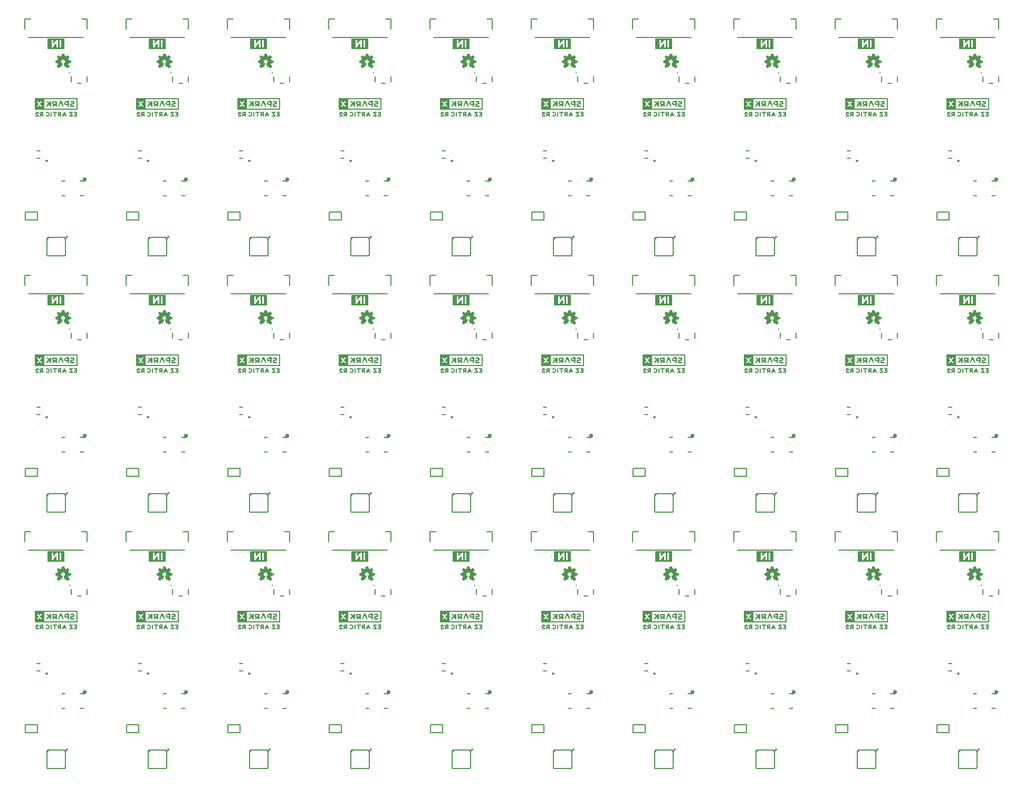
<source format=gbo>
G04 EAGLE Gerber RS-274X export*
G75*
%MOMM*%
%FSLAX34Y34*%
%LPD*%
%INSilkscreen Bottom*%
%IPPOS*%
%AMOC8*
5,1,8,0,0,1.08239X$1,22.5*%
G01*
%ADD10C,0.203200*%
%ADD11C,0.254000*%
%ADD12C,0.152400*%
%ADD13C,0.020319*%

G36*
X412797Y1074440D02*
X412797Y1074440D01*
X412792Y1074448D01*
X412799Y1074454D01*
X412799Y1093436D01*
X412763Y1093484D01*
X412756Y1093478D01*
X412750Y1093486D01*
X344170Y1093486D01*
X344123Y1093450D01*
X344128Y1093442D01*
X344121Y1093436D01*
X344121Y1074454D01*
X344157Y1074406D01*
X344164Y1074412D01*
X344170Y1074404D01*
X412750Y1074404D01*
X412797Y1074440D01*
G37*
G36*
X900477Y662960D02*
X900477Y662960D01*
X900472Y662968D01*
X900479Y662974D01*
X900479Y681956D01*
X900443Y682004D01*
X900436Y681998D01*
X900430Y682006D01*
X831850Y682006D01*
X831803Y681970D01*
X831808Y681962D01*
X831801Y681956D01*
X831801Y662974D01*
X831837Y662926D01*
X831844Y662932D01*
X831850Y662924D01*
X900430Y662924D01*
X900477Y662960D01*
G37*
G36*
X1388157Y662960D02*
X1388157Y662960D01*
X1388152Y662968D01*
X1388159Y662974D01*
X1388159Y681956D01*
X1388123Y682004D01*
X1388116Y681998D01*
X1388110Y682006D01*
X1319530Y682006D01*
X1319483Y681970D01*
X1319488Y681962D01*
X1319481Y681956D01*
X1319481Y662974D01*
X1319517Y662926D01*
X1319524Y662932D01*
X1319530Y662924D01*
X1388110Y662924D01*
X1388157Y662960D01*
G37*
G36*
X250237Y662960D02*
X250237Y662960D01*
X250232Y662968D01*
X250239Y662974D01*
X250239Y681956D01*
X250203Y682004D01*
X250196Y681998D01*
X250190Y682006D01*
X181610Y682006D01*
X181563Y681970D01*
X181568Y681962D01*
X181561Y681956D01*
X181561Y662974D01*
X181597Y662926D01*
X181604Y662932D01*
X181610Y662924D01*
X250190Y662924D01*
X250237Y662960D01*
G37*
G36*
X575357Y662960D02*
X575357Y662960D01*
X575352Y662968D01*
X575359Y662974D01*
X575359Y681956D01*
X575323Y682004D01*
X575316Y681998D01*
X575310Y682006D01*
X506730Y682006D01*
X506683Y681970D01*
X506688Y681962D01*
X506681Y681956D01*
X506681Y662974D01*
X506717Y662926D01*
X506724Y662932D01*
X506730Y662924D01*
X575310Y662924D01*
X575357Y662960D01*
G37*
G36*
X412797Y662960D02*
X412797Y662960D01*
X412792Y662968D01*
X412799Y662974D01*
X412799Y681956D01*
X412763Y682004D01*
X412756Y681998D01*
X412750Y682006D01*
X344170Y682006D01*
X344123Y681970D01*
X344128Y681962D01*
X344121Y681956D01*
X344121Y662974D01*
X344157Y662926D01*
X344164Y662932D01*
X344170Y662924D01*
X412750Y662924D01*
X412797Y662960D01*
G37*
G36*
X1225597Y662960D02*
X1225597Y662960D01*
X1225592Y662968D01*
X1225599Y662974D01*
X1225599Y681956D01*
X1225563Y682004D01*
X1225556Y681998D01*
X1225550Y682006D01*
X1156970Y682006D01*
X1156923Y681970D01*
X1156928Y681962D01*
X1156921Y681956D01*
X1156921Y662974D01*
X1156957Y662926D01*
X1156964Y662932D01*
X1156970Y662924D01*
X1225550Y662924D01*
X1225597Y662960D01*
G37*
G36*
X87677Y662960D02*
X87677Y662960D01*
X87672Y662968D01*
X87679Y662974D01*
X87679Y681956D01*
X87643Y682004D01*
X87636Y681998D01*
X87630Y682006D01*
X19050Y682006D01*
X19003Y681970D01*
X19008Y681962D01*
X19001Y681956D01*
X19001Y662974D01*
X19037Y662926D01*
X19044Y662932D01*
X19050Y662924D01*
X87630Y662924D01*
X87677Y662960D01*
G37*
G36*
X1063037Y251480D02*
X1063037Y251480D01*
X1063032Y251488D01*
X1063039Y251494D01*
X1063039Y270476D01*
X1063003Y270524D01*
X1062996Y270518D01*
X1062990Y270526D01*
X994410Y270526D01*
X994363Y270490D01*
X994368Y270482D01*
X994361Y270476D01*
X994361Y251494D01*
X994397Y251446D01*
X994404Y251452D01*
X994410Y251444D01*
X1062990Y251444D01*
X1063037Y251480D01*
G37*
G36*
X737917Y251480D02*
X737917Y251480D01*
X737912Y251488D01*
X737919Y251494D01*
X737919Y270476D01*
X737883Y270524D01*
X737876Y270518D01*
X737870Y270526D01*
X669290Y270526D01*
X669243Y270490D01*
X669248Y270482D01*
X669241Y270476D01*
X669241Y251494D01*
X669277Y251446D01*
X669284Y251452D01*
X669290Y251444D01*
X737870Y251444D01*
X737917Y251480D01*
G37*
G36*
X575357Y251480D02*
X575357Y251480D01*
X575352Y251488D01*
X575359Y251494D01*
X575359Y270476D01*
X575323Y270524D01*
X575316Y270518D01*
X575310Y270526D01*
X506730Y270526D01*
X506683Y270490D01*
X506688Y270482D01*
X506681Y270476D01*
X506681Y251494D01*
X506717Y251446D01*
X506724Y251452D01*
X506730Y251444D01*
X575310Y251444D01*
X575357Y251480D01*
G37*
G36*
X250237Y251480D02*
X250237Y251480D01*
X250232Y251488D01*
X250239Y251494D01*
X250239Y270476D01*
X250203Y270524D01*
X250196Y270518D01*
X250190Y270526D01*
X181610Y270526D01*
X181563Y270490D01*
X181568Y270482D01*
X181561Y270476D01*
X181561Y251494D01*
X181597Y251446D01*
X181604Y251452D01*
X181610Y251444D01*
X250190Y251444D01*
X250237Y251480D01*
G37*
G36*
X1225597Y251480D02*
X1225597Y251480D01*
X1225592Y251488D01*
X1225599Y251494D01*
X1225599Y270476D01*
X1225563Y270524D01*
X1225556Y270518D01*
X1225550Y270526D01*
X1156970Y270526D01*
X1156923Y270490D01*
X1156928Y270482D01*
X1156921Y270476D01*
X1156921Y251494D01*
X1156957Y251446D01*
X1156964Y251452D01*
X1156970Y251444D01*
X1225550Y251444D01*
X1225597Y251480D01*
G37*
G36*
X1550717Y251480D02*
X1550717Y251480D01*
X1550712Y251488D01*
X1550719Y251494D01*
X1550719Y270476D01*
X1550683Y270524D01*
X1550676Y270518D01*
X1550670Y270526D01*
X1482090Y270526D01*
X1482043Y270490D01*
X1482048Y270482D01*
X1482041Y270476D01*
X1482041Y251494D01*
X1482077Y251446D01*
X1482084Y251452D01*
X1482090Y251444D01*
X1550670Y251444D01*
X1550717Y251480D01*
G37*
G36*
X900477Y251480D02*
X900477Y251480D01*
X900472Y251488D01*
X900479Y251494D01*
X900479Y270476D01*
X900443Y270524D01*
X900436Y270518D01*
X900430Y270526D01*
X831850Y270526D01*
X831803Y270490D01*
X831808Y270482D01*
X831801Y270476D01*
X831801Y251494D01*
X831837Y251446D01*
X831844Y251452D01*
X831850Y251444D01*
X900430Y251444D01*
X900477Y251480D01*
G37*
G36*
X412797Y251480D02*
X412797Y251480D01*
X412792Y251488D01*
X412799Y251494D01*
X412799Y270476D01*
X412763Y270524D01*
X412756Y270518D01*
X412750Y270526D01*
X344170Y270526D01*
X344123Y270490D01*
X344128Y270482D01*
X344121Y270476D01*
X344121Y251494D01*
X344157Y251446D01*
X344164Y251452D01*
X344170Y251444D01*
X412750Y251444D01*
X412797Y251480D01*
G37*
G36*
X19037Y251446D02*
X19037Y251446D01*
X19044Y251452D01*
X19050Y251444D01*
X87630Y251444D01*
X87677Y251480D01*
X87672Y251488D01*
X87679Y251494D01*
X87679Y270476D01*
X87643Y270524D01*
X87636Y270518D01*
X87630Y270526D01*
X19050Y270526D01*
X19003Y270490D01*
X19008Y270482D01*
X19001Y270476D01*
X19001Y251494D01*
X19037Y251446D01*
G37*
G36*
X1388157Y251480D02*
X1388157Y251480D01*
X1388152Y251488D01*
X1388159Y251494D01*
X1388159Y270476D01*
X1388123Y270524D01*
X1388116Y270518D01*
X1388110Y270526D01*
X1319530Y270526D01*
X1319483Y270490D01*
X1319488Y270482D01*
X1319481Y270476D01*
X1319481Y251494D01*
X1319517Y251446D01*
X1319524Y251452D01*
X1319530Y251444D01*
X1388110Y251444D01*
X1388157Y251480D01*
G37*
G36*
X1550717Y662960D02*
X1550717Y662960D01*
X1550712Y662968D01*
X1550719Y662974D01*
X1550719Y681956D01*
X1550683Y682004D01*
X1550676Y681998D01*
X1550670Y682006D01*
X1482090Y682006D01*
X1482043Y681970D01*
X1482048Y681962D01*
X1482041Y681956D01*
X1482041Y662974D01*
X1482077Y662926D01*
X1482084Y662932D01*
X1482090Y662924D01*
X1550670Y662924D01*
X1550717Y662960D01*
G37*
G36*
X737917Y662960D02*
X737917Y662960D01*
X737912Y662968D01*
X737919Y662974D01*
X737919Y681956D01*
X737883Y682004D01*
X737876Y681998D01*
X737870Y682006D01*
X669290Y682006D01*
X669243Y681970D01*
X669248Y681962D01*
X669241Y681956D01*
X669241Y662974D01*
X669277Y662926D01*
X669284Y662932D01*
X669290Y662924D01*
X737870Y662924D01*
X737917Y662960D01*
G37*
G36*
X1063037Y662960D02*
X1063037Y662960D01*
X1063032Y662968D01*
X1063039Y662974D01*
X1063039Y681956D01*
X1063003Y682004D01*
X1062996Y681998D01*
X1062990Y682006D01*
X994410Y682006D01*
X994363Y681970D01*
X994368Y681962D01*
X994361Y681956D01*
X994361Y662974D01*
X994397Y662926D01*
X994404Y662932D01*
X994410Y662924D01*
X1062990Y662924D01*
X1063037Y662960D01*
G37*
G36*
X1063037Y1074440D02*
X1063037Y1074440D01*
X1063032Y1074448D01*
X1063039Y1074454D01*
X1063039Y1093436D01*
X1063003Y1093484D01*
X1062996Y1093478D01*
X1062990Y1093486D01*
X994410Y1093486D01*
X994363Y1093450D01*
X994368Y1093442D01*
X994361Y1093436D01*
X994361Y1074454D01*
X994397Y1074406D01*
X994404Y1074412D01*
X994410Y1074404D01*
X1062990Y1074404D01*
X1063037Y1074440D01*
G37*
G36*
X87677Y1074440D02*
X87677Y1074440D01*
X87672Y1074448D01*
X87679Y1074454D01*
X87679Y1093436D01*
X87643Y1093484D01*
X87636Y1093478D01*
X87630Y1093486D01*
X19050Y1093486D01*
X19003Y1093450D01*
X19008Y1093442D01*
X19001Y1093436D01*
X19001Y1074454D01*
X19037Y1074406D01*
X19044Y1074412D01*
X19050Y1074404D01*
X87630Y1074404D01*
X87677Y1074440D01*
G37*
G36*
X1388157Y1074440D02*
X1388157Y1074440D01*
X1388152Y1074448D01*
X1388159Y1074454D01*
X1388159Y1093436D01*
X1388123Y1093484D01*
X1388116Y1093478D01*
X1388110Y1093486D01*
X1319530Y1093486D01*
X1319483Y1093450D01*
X1319488Y1093442D01*
X1319481Y1093436D01*
X1319481Y1074454D01*
X1319517Y1074406D01*
X1319524Y1074412D01*
X1319530Y1074404D01*
X1388110Y1074404D01*
X1388157Y1074440D01*
G37*
G36*
X737917Y1074440D02*
X737917Y1074440D01*
X737912Y1074448D01*
X737919Y1074454D01*
X737919Y1093436D01*
X737883Y1093484D01*
X737876Y1093478D01*
X737870Y1093486D01*
X669290Y1093486D01*
X669243Y1093450D01*
X669248Y1093442D01*
X669241Y1093436D01*
X669241Y1074454D01*
X669277Y1074406D01*
X669284Y1074412D01*
X669290Y1074404D01*
X737870Y1074404D01*
X737917Y1074440D01*
G37*
G36*
X1550717Y1074440D02*
X1550717Y1074440D01*
X1550712Y1074448D01*
X1550719Y1074454D01*
X1550719Y1093436D01*
X1550683Y1093484D01*
X1550676Y1093478D01*
X1550670Y1093486D01*
X1482090Y1093486D01*
X1482043Y1093450D01*
X1482048Y1093442D01*
X1482041Y1093436D01*
X1482041Y1074454D01*
X1482077Y1074406D01*
X1482084Y1074412D01*
X1482090Y1074404D01*
X1550670Y1074404D01*
X1550717Y1074440D01*
G37*
G36*
X575357Y1074440D02*
X575357Y1074440D01*
X575352Y1074448D01*
X575359Y1074454D01*
X575359Y1093436D01*
X575323Y1093484D01*
X575316Y1093478D01*
X575310Y1093486D01*
X506730Y1093486D01*
X506683Y1093450D01*
X506688Y1093442D01*
X506681Y1093436D01*
X506681Y1074454D01*
X506717Y1074406D01*
X506724Y1074412D01*
X506730Y1074404D01*
X575310Y1074404D01*
X575357Y1074440D01*
G37*
G36*
X900477Y1074440D02*
X900477Y1074440D01*
X900472Y1074448D01*
X900479Y1074454D01*
X900479Y1093436D01*
X900443Y1093484D01*
X900436Y1093478D01*
X900430Y1093486D01*
X831850Y1093486D01*
X831803Y1093450D01*
X831808Y1093442D01*
X831801Y1093436D01*
X831801Y1074454D01*
X831837Y1074406D01*
X831844Y1074412D01*
X831850Y1074404D01*
X900430Y1074404D01*
X900477Y1074440D01*
G37*
G36*
X1225597Y1074440D02*
X1225597Y1074440D01*
X1225592Y1074448D01*
X1225599Y1074454D01*
X1225599Y1093436D01*
X1225563Y1093484D01*
X1225556Y1093478D01*
X1225550Y1093486D01*
X1156970Y1093486D01*
X1156923Y1093450D01*
X1156928Y1093442D01*
X1156921Y1093436D01*
X1156921Y1074454D01*
X1156957Y1074406D01*
X1156964Y1074412D01*
X1156970Y1074404D01*
X1225550Y1074404D01*
X1225597Y1074440D01*
G37*
G36*
X250237Y1074440D02*
X250237Y1074440D01*
X250232Y1074448D01*
X250239Y1074454D01*
X250239Y1093436D01*
X250203Y1093484D01*
X250196Y1093478D01*
X250190Y1093486D01*
X181610Y1093486D01*
X181563Y1093450D01*
X181568Y1093442D01*
X181561Y1093436D01*
X181561Y1074454D01*
X181597Y1074406D01*
X181604Y1074412D01*
X181610Y1074404D01*
X250190Y1074404D01*
X250237Y1074440D01*
G37*
%LPC*%
G36*
X1497460Y253305D02*
X1497460Y253305D01*
X1497460Y268665D01*
X1548858Y268665D01*
X1548858Y253305D01*
X1497460Y253305D01*
G37*
%LPD*%
%LPC*%
G36*
X847220Y664785D02*
X847220Y664785D01*
X847220Y680145D01*
X898618Y680145D01*
X898618Y664785D01*
X847220Y664785D01*
G37*
%LPD*%
%LPC*%
G36*
X359540Y664785D02*
X359540Y664785D01*
X359540Y680145D01*
X410938Y680145D01*
X410938Y664785D01*
X359540Y664785D01*
G37*
%LPD*%
%LPC*%
G36*
X1497460Y664785D02*
X1497460Y664785D01*
X1497460Y680145D01*
X1548858Y680145D01*
X1548858Y664785D01*
X1497460Y664785D01*
G37*
%LPD*%
%LPC*%
G36*
X522100Y664785D02*
X522100Y664785D01*
X522100Y680145D01*
X573498Y680145D01*
X573498Y664785D01*
X522100Y664785D01*
G37*
%LPD*%
%LPC*%
G36*
X196980Y664785D02*
X196980Y664785D01*
X196980Y680145D01*
X248378Y680145D01*
X248378Y664785D01*
X196980Y664785D01*
G37*
%LPD*%
%LPC*%
G36*
X684660Y664785D02*
X684660Y664785D01*
X684660Y680145D01*
X736058Y680145D01*
X736058Y664785D01*
X684660Y664785D01*
G37*
%LPD*%
%LPC*%
G36*
X34420Y664785D02*
X34420Y664785D01*
X34420Y680145D01*
X85818Y680145D01*
X85818Y664785D01*
X34420Y664785D01*
G37*
%LPD*%
%LPC*%
G36*
X1172340Y253305D02*
X1172340Y253305D01*
X1172340Y268665D01*
X1223738Y268665D01*
X1223738Y253305D01*
X1172340Y253305D01*
G37*
%LPD*%
%LPC*%
G36*
X85818Y268665D02*
X85818Y268665D01*
X85818Y253305D01*
X34420Y253305D01*
X34420Y268665D01*
X85818Y268665D01*
G37*
%LPD*%
%LPC*%
G36*
X684660Y253305D02*
X684660Y253305D01*
X684660Y268665D01*
X736058Y268665D01*
X736058Y253305D01*
X684660Y253305D01*
G37*
%LPD*%
%LPC*%
G36*
X1334900Y664785D02*
X1334900Y664785D01*
X1334900Y680145D01*
X1386298Y680145D01*
X1386298Y664785D01*
X1334900Y664785D01*
G37*
%LPD*%
%LPC*%
G36*
X847220Y253305D02*
X847220Y253305D01*
X847220Y268665D01*
X898618Y268665D01*
X898618Y253305D01*
X847220Y253305D01*
G37*
%LPD*%
%LPC*%
G36*
X359540Y253305D02*
X359540Y253305D01*
X359540Y268665D01*
X410938Y268665D01*
X410938Y253305D01*
X359540Y253305D01*
G37*
%LPD*%
%LPC*%
G36*
X196980Y253305D02*
X196980Y253305D01*
X196980Y268665D01*
X248378Y268665D01*
X248378Y253305D01*
X196980Y253305D01*
G37*
%LPD*%
%LPC*%
G36*
X1009780Y253305D02*
X1009780Y253305D01*
X1009780Y268665D01*
X1061178Y268665D01*
X1061178Y253305D01*
X1009780Y253305D01*
G37*
%LPD*%
%LPC*%
G36*
X522100Y253305D02*
X522100Y253305D01*
X522100Y268665D01*
X573498Y268665D01*
X573498Y253305D01*
X522100Y253305D01*
G37*
%LPD*%
%LPC*%
G36*
X1334900Y253305D02*
X1334900Y253305D01*
X1334900Y268665D01*
X1386298Y268665D01*
X1386298Y253305D01*
X1334900Y253305D01*
G37*
%LPD*%
%LPC*%
G36*
X1009780Y664785D02*
X1009780Y664785D01*
X1009780Y680145D01*
X1061178Y680145D01*
X1061178Y664785D01*
X1009780Y664785D01*
G37*
%LPD*%
%LPC*%
G36*
X1172340Y664785D02*
X1172340Y664785D01*
X1172340Y680145D01*
X1223738Y680145D01*
X1223738Y664785D01*
X1172340Y664785D01*
G37*
%LPD*%
%LPC*%
G36*
X522100Y1076265D02*
X522100Y1076265D01*
X522100Y1091625D01*
X573498Y1091625D01*
X573498Y1076265D01*
X522100Y1076265D01*
G37*
%LPD*%
%LPC*%
G36*
X1172340Y1076265D02*
X1172340Y1076265D01*
X1172340Y1091625D01*
X1223738Y1091625D01*
X1223738Y1076265D01*
X1172340Y1076265D01*
G37*
%LPD*%
%LPC*%
G36*
X1497460Y1076265D02*
X1497460Y1076265D01*
X1497460Y1091625D01*
X1548858Y1091625D01*
X1548858Y1076265D01*
X1497460Y1076265D01*
G37*
%LPD*%
%LPC*%
G36*
X359540Y1076265D02*
X359540Y1076265D01*
X359540Y1091625D01*
X410938Y1091625D01*
X410938Y1076265D01*
X359540Y1076265D01*
G37*
%LPD*%
%LPC*%
G36*
X196980Y1076265D02*
X196980Y1076265D01*
X196980Y1091625D01*
X248378Y1091625D01*
X248378Y1076265D01*
X196980Y1076265D01*
G37*
%LPD*%
%LPC*%
G36*
X34420Y1076265D02*
X34420Y1076265D01*
X34420Y1091625D01*
X85818Y1091625D01*
X85818Y1076265D01*
X34420Y1076265D01*
G37*
%LPD*%
%LPC*%
G36*
X1334900Y1076265D02*
X1334900Y1076265D01*
X1334900Y1091625D01*
X1386298Y1091625D01*
X1386298Y1076265D01*
X1334900Y1076265D01*
G37*
%LPD*%
%LPC*%
G36*
X847220Y1076265D02*
X847220Y1076265D01*
X847220Y1091625D01*
X898618Y1091625D01*
X898618Y1076265D01*
X847220Y1076265D01*
G37*
%LPD*%
%LPC*%
G36*
X1009780Y1076265D02*
X1009780Y1076265D01*
X1009780Y1091625D01*
X1061178Y1091625D01*
X1061178Y1076265D01*
X1009780Y1076265D01*
G37*
%LPD*%
%LPC*%
G36*
X684660Y1076265D02*
X684660Y1076265D01*
X684660Y1091625D01*
X736058Y1091625D01*
X736058Y1076265D01*
X684660Y1076265D01*
G37*
%LPD*%
G36*
X1041830Y1171938D02*
X1041830Y1171938D01*
X1041842Y1171940D01*
X1042142Y1172440D01*
X1042142Y1172443D01*
X1042143Y1172444D01*
X1042142Y1172446D01*
X1042140Y1172458D01*
X1042149Y1172465D01*
X1042149Y1188565D01*
X1042130Y1188590D01*
X1042131Y1188603D01*
X1041631Y1189003D01*
X1041612Y1189004D01*
X1041611Y1189006D01*
X1041607Y1189006D01*
X1041600Y1189014D01*
X1015900Y1189014D01*
X1015888Y1189006D01*
X1015885Y1189006D01*
X1015878Y1189009D01*
X1015278Y1188709D01*
X1015266Y1188684D01*
X1015253Y1188674D01*
X1015256Y1188669D01*
X1015251Y1188665D01*
X1015251Y1172565D01*
X1015258Y1172556D01*
X1015253Y1172549D01*
X1015453Y1171949D01*
X1015497Y1171919D01*
X1015500Y1171916D01*
X1041800Y1171916D01*
X1041830Y1171938D01*
G37*
G36*
X1204390Y1171938D02*
X1204390Y1171938D01*
X1204402Y1171940D01*
X1204702Y1172440D01*
X1204702Y1172443D01*
X1204703Y1172444D01*
X1204702Y1172446D01*
X1204700Y1172458D01*
X1204709Y1172465D01*
X1204709Y1188565D01*
X1204690Y1188590D01*
X1204691Y1188603D01*
X1204191Y1189003D01*
X1204172Y1189004D01*
X1204171Y1189006D01*
X1204167Y1189006D01*
X1204160Y1189014D01*
X1178460Y1189014D01*
X1178448Y1189006D01*
X1178445Y1189006D01*
X1178438Y1189009D01*
X1177838Y1188709D01*
X1177826Y1188684D01*
X1177813Y1188674D01*
X1177816Y1188669D01*
X1177811Y1188665D01*
X1177811Y1172565D01*
X1177818Y1172556D01*
X1177813Y1172549D01*
X1178013Y1171949D01*
X1178057Y1171919D01*
X1178060Y1171916D01*
X1204360Y1171916D01*
X1204390Y1171938D01*
G37*
G36*
X716710Y1171938D02*
X716710Y1171938D01*
X716722Y1171940D01*
X717022Y1172440D01*
X717022Y1172443D01*
X717023Y1172444D01*
X717022Y1172446D01*
X717020Y1172458D01*
X717029Y1172465D01*
X717029Y1188565D01*
X717010Y1188590D01*
X717011Y1188603D01*
X716511Y1189003D01*
X716492Y1189004D01*
X716491Y1189006D01*
X716487Y1189006D01*
X716480Y1189014D01*
X690780Y1189014D01*
X690768Y1189006D01*
X690765Y1189006D01*
X690758Y1189009D01*
X690158Y1188709D01*
X690146Y1188684D01*
X690133Y1188674D01*
X690136Y1188669D01*
X690131Y1188665D01*
X690131Y1172565D01*
X690138Y1172556D01*
X690133Y1172549D01*
X690333Y1171949D01*
X690377Y1171919D01*
X690380Y1171916D01*
X716680Y1171916D01*
X716710Y1171938D01*
G37*
G36*
X554150Y1171938D02*
X554150Y1171938D01*
X554162Y1171940D01*
X554462Y1172440D01*
X554462Y1172443D01*
X554463Y1172444D01*
X554462Y1172446D01*
X554460Y1172458D01*
X554469Y1172465D01*
X554469Y1188565D01*
X554450Y1188590D01*
X554451Y1188603D01*
X553951Y1189003D01*
X553932Y1189004D01*
X553931Y1189006D01*
X553927Y1189006D01*
X553920Y1189014D01*
X528220Y1189014D01*
X528208Y1189006D01*
X528205Y1189006D01*
X528198Y1189009D01*
X527598Y1188709D01*
X527586Y1188684D01*
X527573Y1188674D01*
X527576Y1188669D01*
X527571Y1188665D01*
X527571Y1172565D01*
X527578Y1172556D01*
X527573Y1172549D01*
X527773Y1171949D01*
X527817Y1171919D01*
X527820Y1171916D01*
X554120Y1171916D01*
X554150Y1171938D01*
G37*
G36*
X391590Y1171938D02*
X391590Y1171938D01*
X391602Y1171940D01*
X391902Y1172440D01*
X391902Y1172443D01*
X391903Y1172444D01*
X391902Y1172446D01*
X391900Y1172458D01*
X391909Y1172465D01*
X391909Y1188565D01*
X391890Y1188590D01*
X391891Y1188603D01*
X391391Y1189003D01*
X391372Y1189004D01*
X391371Y1189006D01*
X391367Y1189006D01*
X391360Y1189014D01*
X365660Y1189014D01*
X365648Y1189006D01*
X365645Y1189006D01*
X365638Y1189009D01*
X365038Y1188709D01*
X365026Y1188684D01*
X365013Y1188674D01*
X365016Y1188669D01*
X365011Y1188665D01*
X365011Y1172565D01*
X365018Y1172556D01*
X365013Y1172549D01*
X365213Y1171949D01*
X365257Y1171919D01*
X365260Y1171916D01*
X391560Y1171916D01*
X391590Y1171938D01*
G37*
G36*
X1366950Y1171938D02*
X1366950Y1171938D01*
X1366962Y1171940D01*
X1367262Y1172440D01*
X1367262Y1172443D01*
X1367263Y1172444D01*
X1367262Y1172446D01*
X1367260Y1172458D01*
X1367269Y1172465D01*
X1367269Y1188565D01*
X1367250Y1188590D01*
X1367251Y1188603D01*
X1366751Y1189003D01*
X1366732Y1189004D01*
X1366731Y1189006D01*
X1366727Y1189006D01*
X1366720Y1189014D01*
X1341020Y1189014D01*
X1341008Y1189006D01*
X1341005Y1189006D01*
X1340998Y1189009D01*
X1340398Y1188709D01*
X1340386Y1188684D01*
X1340373Y1188674D01*
X1340376Y1188669D01*
X1340371Y1188665D01*
X1340371Y1172565D01*
X1340378Y1172556D01*
X1340373Y1172549D01*
X1340573Y1171949D01*
X1340617Y1171919D01*
X1340620Y1171916D01*
X1366920Y1171916D01*
X1366950Y1171938D01*
G37*
G36*
X879270Y1171938D02*
X879270Y1171938D01*
X879282Y1171940D01*
X879582Y1172440D01*
X879582Y1172443D01*
X879583Y1172444D01*
X879582Y1172446D01*
X879580Y1172458D01*
X879589Y1172465D01*
X879589Y1188565D01*
X879570Y1188590D01*
X879571Y1188603D01*
X879071Y1189003D01*
X879052Y1189004D01*
X879051Y1189006D01*
X879047Y1189006D01*
X879040Y1189014D01*
X853340Y1189014D01*
X853328Y1189006D01*
X853325Y1189006D01*
X853318Y1189009D01*
X852718Y1188709D01*
X852706Y1188684D01*
X852693Y1188674D01*
X852696Y1188669D01*
X852691Y1188665D01*
X852691Y1172565D01*
X852698Y1172556D01*
X852693Y1172549D01*
X852893Y1171949D01*
X852937Y1171919D01*
X852940Y1171916D01*
X879240Y1171916D01*
X879270Y1171938D01*
G37*
G36*
X229030Y1171938D02*
X229030Y1171938D01*
X229042Y1171940D01*
X229342Y1172440D01*
X229342Y1172443D01*
X229343Y1172444D01*
X229342Y1172446D01*
X229340Y1172458D01*
X229349Y1172465D01*
X229349Y1188565D01*
X229330Y1188590D01*
X229331Y1188603D01*
X228831Y1189003D01*
X228812Y1189004D01*
X228811Y1189006D01*
X228807Y1189006D01*
X228800Y1189014D01*
X203100Y1189014D01*
X203088Y1189006D01*
X203085Y1189006D01*
X203078Y1189009D01*
X202478Y1188709D01*
X202466Y1188684D01*
X202453Y1188674D01*
X202456Y1188669D01*
X202451Y1188665D01*
X202451Y1172565D01*
X202458Y1172556D01*
X202453Y1172549D01*
X202653Y1171949D01*
X202697Y1171919D01*
X202700Y1171916D01*
X229000Y1171916D01*
X229030Y1171938D01*
G37*
G36*
X66470Y1171938D02*
X66470Y1171938D01*
X66482Y1171940D01*
X66782Y1172440D01*
X66782Y1172443D01*
X66783Y1172444D01*
X66782Y1172446D01*
X66780Y1172458D01*
X66789Y1172465D01*
X66789Y1188565D01*
X66770Y1188590D01*
X66771Y1188603D01*
X66271Y1189003D01*
X66252Y1189004D01*
X66251Y1189006D01*
X66247Y1189006D01*
X66240Y1189014D01*
X40540Y1189014D01*
X40528Y1189006D01*
X40525Y1189006D01*
X40518Y1189009D01*
X39918Y1188709D01*
X39906Y1188684D01*
X39893Y1188674D01*
X39896Y1188669D01*
X39891Y1188665D01*
X39891Y1172565D01*
X39898Y1172556D01*
X39893Y1172549D01*
X40093Y1171949D01*
X40137Y1171919D01*
X40140Y1171916D01*
X66440Y1171916D01*
X66470Y1171938D01*
G37*
G36*
X1366950Y348978D02*
X1366950Y348978D01*
X1366962Y348980D01*
X1367262Y349480D01*
X1367262Y349483D01*
X1367263Y349484D01*
X1367262Y349486D01*
X1367260Y349498D01*
X1367269Y349505D01*
X1367269Y365605D01*
X1367250Y365630D01*
X1367251Y365643D01*
X1366751Y366043D01*
X1366732Y366044D01*
X1366731Y366046D01*
X1366727Y366046D01*
X1366720Y366054D01*
X1341020Y366054D01*
X1341008Y366046D01*
X1341005Y366046D01*
X1340998Y366049D01*
X1340398Y365749D01*
X1340386Y365724D01*
X1340373Y365714D01*
X1340376Y365709D01*
X1340371Y365705D01*
X1340371Y349605D01*
X1340378Y349596D01*
X1340373Y349589D01*
X1340573Y348989D01*
X1340617Y348959D01*
X1340620Y348956D01*
X1366920Y348956D01*
X1366950Y348978D01*
G37*
G36*
X1529510Y348978D02*
X1529510Y348978D01*
X1529522Y348980D01*
X1529822Y349480D01*
X1529822Y349483D01*
X1529823Y349484D01*
X1529822Y349486D01*
X1529820Y349498D01*
X1529829Y349505D01*
X1529829Y365605D01*
X1529810Y365630D01*
X1529811Y365643D01*
X1529311Y366043D01*
X1529292Y366044D01*
X1529291Y366046D01*
X1529287Y366046D01*
X1529280Y366054D01*
X1503580Y366054D01*
X1503568Y366046D01*
X1503565Y366046D01*
X1503558Y366049D01*
X1502958Y365749D01*
X1502946Y365724D01*
X1502933Y365714D01*
X1502936Y365709D01*
X1502931Y365705D01*
X1502931Y349605D01*
X1502938Y349596D01*
X1502933Y349589D01*
X1503133Y348989D01*
X1503177Y348959D01*
X1503180Y348956D01*
X1529480Y348956D01*
X1529510Y348978D01*
G37*
G36*
X1366950Y760458D02*
X1366950Y760458D01*
X1366962Y760460D01*
X1367262Y760960D01*
X1367262Y760963D01*
X1367263Y760964D01*
X1367262Y760966D01*
X1367260Y760978D01*
X1367269Y760985D01*
X1367269Y777085D01*
X1367250Y777110D01*
X1367251Y777123D01*
X1366751Y777523D01*
X1366732Y777524D01*
X1366731Y777526D01*
X1366727Y777526D01*
X1366720Y777534D01*
X1341020Y777534D01*
X1341008Y777526D01*
X1341005Y777526D01*
X1340998Y777529D01*
X1340398Y777229D01*
X1340386Y777204D01*
X1340373Y777194D01*
X1340376Y777189D01*
X1340371Y777185D01*
X1340371Y761085D01*
X1340378Y761076D01*
X1340373Y761069D01*
X1340573Y760469D01*
X1340617Y760439D01*
X1340620Y760436D01*
X1366920Y760436D01*
X1366950Y760458D01*
G37*
G36*
X1529510Y760458D02*
X1529510Y760458D01*
X1529522Y760460D01*
X1529822Y760960D01*
X1529822Y760963D01*
X1529823Y760964D01*
X1529822Y760966D01*
X1529820Y760978D01*
X1529829Y760985D01*
X1529829Y777085D01*
X1529810Y777110D01*
X1529811Y777123D01*
X1529311Y777523D01*
X1529292Y777524D01*
X1529291Y777526D01*
X1529287Y777526D01*
X1529280Y777534D01*
X1503580Y777534D01*
X1503568Y777526D01*
X1503565Y777526D01*
X1503558Y777529D01*
X1502958Y777229D01*
X1502946Y777204D01*
X1502933Y777194D01*
X1502936Y777189D01*
X1502931Y777185D01*
X1502931Y761085D01*
X1502938Y761076D01*
X1502933Y761069D01*
X1503133Y760469D01*
X1503177Y760439D01*
X1503180Y760436D01*
X1529480Y760436D01*
X1529510Y760458D01*
G37*
G36*
X66470Y760458D02*
X66470Y760458D01*
X66482Y760460D01*
X66782Y760960D01*
X66782Y760963D01*
X66783Y760964D01*
X66782Y760966D01*
X66780Y760978D01*
X66789Y760985D01*
X66789Y777085D01*
X66770Y777110D01*
X66771Y777123D01*
X66271Y777523D01*
X66252Y777524D01*
X66251Y777526D01*
X66247Y777526D01*
X66240Y777534D01*
X40540Y777534D01*
X40528Y777526D01*
X40525Y777526D01*
X40518Y777529D01*
X39918Y777229D01*
X39906Y777204D01*
X39893Y777194D01*
X39896Y777189D01*
X39891Y777185D01*
X39891Y761085D01*
X39898Y761076D01*
X39893Y761069D01*
X40093Y760469D01*
X40137Y760439D01*
X40140Y760436D01*
X66440Y760436D01*
X66470Y760458D01*
G37*
G36*
X716710Y760458D02*
X716710Y760458D01*
X716722Y760460D01*
X717022Y760960D01*
X717022Y760963D01*
X717023Y760964D01*
X717022Y760966D01*
X717020Y760978D01*
X717029Y760985D01*
X717029Y777085D01*
X717010Y777110D01*
X717011Y777123D01*
X716511Y777523D01*
X716492Y777524D01*
X716491Y777526D01*
X716487Y777526D01*
X716480Y777534D01*
X690780Y777534D01*
X690768Y777526D01*
X690765Y777526D01*
X690758Y777529D01*
X690158Y777229D01*
X690146Y777204D01*
X690133Y777194D01*
X690136Y777189D01*
X690131Y777185D01*
X690131Y761085D01*
X690138Y761076D01*
X690133Y761069D01*
X690333Y760469D01*
X690377Y760439D01*
X690380Y760436D01*
X716680Y760436D01*
X716710Y760458D01*
G37*
G36*
X1204390Y760458D02*
X1204390Y760458D01*
X1204402Y760460D01*
X1204702Y760960D01*
X1204702Y760963D01*
X1204703Y760964D01*
X1204702Y760966D01*
X1204700Y760978D01*
X1204709Y760985D01*
X1204709Y777085D01*
X1204690Y777110D01*
X1204691Y777123D01*
X1204191Y777523D01*
X1204172Y777524D01*
X1204171Y777526D01*
X1204167Y777526D01*
X1204160Y777534D01*
X1178460Y777534D01*
X1178448Y777526D01*
X1178445Y777526D01*
X1178438Y777529D01*
X1177838Y777229D01*
X1177826Y777204D01*
X1177813Y777194D01*
X1177816Y777189D01*
X1177811Y777185D01*
X1177811Y761085D01*
X1177818Y761076D01*
X1177813Y761069D01*
X1178013Y760469D01*
X1178057Y760439D01*
X1178060Y760436D01*
X1204360Y760436D01*
X1204390Y760458D01*
G37*
G36*
X879270Y760458D02*
X879270Y760458D01*
X879282Y760460D01*
X879582Y760960D01*
X879582Y760963D01*
X879583Y760964D01*
X879582Y760966D01*
X879580Y760978D01*
X879589Y760985D01*
X879589Y777085D01*
X879570Y777110D01*
X879571Y777123D01*
X879071Y777523D01*
X879052Y777524D01*
X879051Y777526D01*
X879047Y777526D01*
X879040Y777534D01*
X853340Y777534D01*
X853328Y777526D01*
X853325Y777526D01*
X853318Y777529D01*
X852718Y777229D01*
X852706Y777204D01*
X852693Y777194D01*
X852696Y777189D01*
X852691Y777185D01*
X852691Y761085D01*
X852698Y761076D01*
X852693Y761069D01*
X852893Y760469D01*
X852937Y760439D01*
X852940Y760436D01*
X879240Y760436D01*
X879270Y760458D01*
G37*
G36*
X229030Y760458D02*
X229030Y760458D01*
X229042Y760460D01*
X229342Y760960D01*
X229342Y760963D01*
X229343Y760964D01*
X229342Y760966D01*
X229340Y760978D01*
X229349Y760985D01*
X229349Y777085D01*
X229330Y777110D01*
X229331Y777123D01*
X228831Y777523D01*
X228812Y777524D01*
X228811Y777526D01*
X228807Y777526D01*
X228800Y777534D01*
X203100Y777534D01*
X203088Y777526D01*
X203085Y777526D01*
X203078Y777529D01*
X202478Y777229D01*
X202466Y777204D01*
X202453Y777194D01*
X202456Y777189D01*
X202451Y777185D01*
X202451Y761085D01*
X202458Y761076D01*
X202453Y761069D01*
X202653Y760469D01*
X202697Y760439D01*
X202700Y760436D01*
X229000Y760436D01*
X229030Y760458D01*
G37*
G36*
X554150Y760458D02*
X554150Y760458D01*
X554162Y760460D01*
X554462Y760960D01*
X554462Y760963D01*
X554463Y760964D01*
X554462Y760966D01*
X554460Y760978D01*
X554469Y760985D01*
X554469Y777085D01*
X554450Y777110D01*
X554451Y777123D01*
X553951Y777523D01*
X553932Y777524D01*
X553931Y777526D01*
X553927Y777526D01*
X553920Y777534D01*
X528220Y777534D01*
X528208Y777526D01*
X528205Y777526D01*
X528198Y777529D01*
X527598Y777229D01*
X527586Y777204D01*
X527573Y777194D01*
X527576Y777189D01*
X527571Y777185D01*
X527571Y761085D01*
X527578Y761076D01*
X527573Y761069D01*
X527773Y760469D01*
X527817Y760439D01*
X527820Y760436D01*
X554120Y760436D01*
X554150Y760458D01*
G37*
G36*
X391590Y760458D02*
X391590Y760458D01*
X391602Y760460D01*
X391902Y760960D01*
X391902Y760963D01*
X391903Y760964D01*
X391902Y760966D01*
X391900Y760978D01*
X391909Y760985D01*
X391909Y777085D01*
X391890Y777110D01*
X391891Y777123D01*
X391391Y777523D01*
X391372Y777524D01*
X391371Y777526D01*
X391367Y777526D01*
X391360Y777534D01*
X365660Y777534D01*
X365648Y777526D01*
X365645Y777526D01*
X365638Y777529D01*
X365038Y777229D01*
X365026Y777204D01*
X365013Y777194D01*
X365016Y777189D01*
X365011Y777185D01*
X365011Y761085D01*
X365018Y761076D01*
X365013Y761069D01*
X365213Y760469D01*
X365257Y760439D01*
X365260Y760436D01*
X391560Y760436D01*
X391590Y760458D01*
G37*
G36*
X1041830Y760458D02*
X1041830Y760458D01*
X1041842Y760460D01*
X1042142Y760960D01*
X1042142Y760963D01*
X1042143Y760964D01*
X1042142Y760966D01*
X1042140Y760978D01*
X1042149Y760985D01*
X1042149Y777085D01*
X1042130Y777110D01*
X1042131Y777123D01*
X1041631Y777523D01*
X1041612Y777524D01*
X1041611Y777526D01*
X1041607Y777526D01*
X1041600Y777534D01*
X1015900Y777534D01*
X1015888Y777526D01*
X1015885Y777526D01*
X1015878Y777529D01*
X1015278Y777229D01*
X1015266Y777204D01*
X1015253Y777194D01*
X1015256Y777189D01*
X1015251Y777185D01*
X1015251Y761085D01*
X1015258Y761076D01*
X1015253Y761069D01*
X1015453Y760469D01*
X1015497Y760439D01*
X1015500Y760436D01*
X1041800Y760436D01*
X1041830Y760458D01*
G37*
G36*
X1529510Y1171938D02*
X1529510Y1171938D01*
X1529522Y1171940D01*
X1529822Y1172440D01*
X1529822Y1172443D01*
X1529823Y1172444D01*
X1529822Y1172446D01*
X1529820Y1172458D01*
X1529829Y1172465D01*
X1529829Y1188565D01*
X1529810Y1188590D01*
X1529811Y1188603D01*
X1529311Y1189003D01*
X1529292Y1189004D01*
X1529291Y1189006D01*
X1529287Y1189006D01*
X1529280Y1189014D01*
X1503580Y1189014D01*
X1503568Y1189006D01*
X1503565Y1189006D01*
X1503558Y1189009D01*
X1502958Y1188709D01*
X1502946Y1188684D01*
X1502933Y1188674D01*
X1502936Y1188669D01*
X1502931Y1188665D01*
X1502931Y1172565D01*
X1502938Y1172556D01*
X1502933Y1172549D01*
X1503133Y1171949D01*
X1503177Y1171919D01*
X1503180Y1171916D01*
X1529480Y1171916D01*
X1529510Y1171938D01*
G37*
G36*
X229030Y348978D02*
X229030Y348978D01*
X229042Y348980D01*
X229342Y349480D01*
X229342Y349483D01*
X229343Y349484D01*
X229342Y349486D01*
X229340Y349498D01*
X229349Y349505D01*
X229349Y365605D01*
X229330Y365630D01*
X229331Y365643D01*
X228831Y366043D01*
X228812Y366044D01*
X228811Y366046D01*
X228807Y366046D01*
X228800Y366054D01*
X203100Y366054D01*
X203088Y366046D01*
X203085Y366046D01*
X203078Y366049D01*
X202478Y365749D01*
X202466Y365724D01*
X202453Y365714D01*
X202456Y365709D01*
X202451Y365705D01*
X202451Y349605D01*
X202458Y349596D01*
X202453Y349589D01*
X202653Y348989D01*
X202697Y348959D01*
X202700Y348956D01*
X229000Y348956D01*
X229030Y348978D01*
G37*
G36*
X1204390Y348978D02*
X1204390Y348978D01*
X1204402Y348980D01*
X1204702Y349480D01*
X1204702Y349483D01*
X1204703Y349484D01*
X1204702Y349486D01*
X1204700Y349498D01*
X1204709Y349505D01*
X1204709Y365605D01*
X1204690Y365630D01*
X1204691Y365643D01*
X1204191Y366043D01*
X1204172Y366044D01*
X1204171Y366046D01*
X1204167Y366046D01*
X1204160Y366054D01*
X1178460Y366054D01*
X1178448Y366046D01*
X1178445Y366046D01*
X1178438Y366049D01*
X1177838Y365749D01*
X1177826Y365724D01*
X1177813Y365714D01*
X1177816Y365709D01*
X1177811Y365705D01*
X1177811Y349605D01*
X1177818Y349596D01*
X1177813Y349589D01*
X1178013Y348989D01*
X1178057Y348959D01*
X1178060Y348956D01*
X1204360Y348956D01*
X1204390Y348978D01*
G37*
G36*
X66470Y348978D02*
X66470Y348978D01*
X66482Y348980D01*
X66782Y349480D01*
X66782Y349483D01*
X66783Y349484D01*
X66782Y349486D01*
X66780Y349498D01*
X66789Y349505D01*
X66789Y365605D01*
X66770Y365630D01*
X66771Y365643D01*
X66271Y366043D01*
X66252Y366044D01*
X66251Y366046D01*
X66247Y366046D01*
X66240Y366054D01*
X40540Y366054D01*
X40528Y366046D01*
X40525Y366046D01*
X40518Y366049D01*
X39918Y365749D01*
X39906Y365724D01*
X39893Y365714D01*
X39896Y365709D01*
X39891Y365705D01*
X39891Y349605D01*
X39898Y349596D01*
X39893Y349589D01*
X40093Y348989D01*
X40137Y348959D01*
X40140Y348956D01*
X66440Y348956D01*
X66470Y348978D01*
G37*
G36*
X879270Y348978D02*
X879270Y348978D01*
X879282Y348980D01*
X879582Y349480D01*
X879582Y349483D01*
X879583Y349484D01*
X879582Y349486D01*
X879580Y349498D01*
X879589Y349505D01*
X879589Y365605D01*
X879570Y365630D01*
X879571Y365643D01*
X879071Y366043D01*
X879052Y366044D01*
X879051Y366046D01*
X879047Y366046D01*
X879040Y366054D01*
X853340Y366054D01*
X853328Y366046D01*
X853325Y366046D01*
X853318Y366049D01*
X852718Y365749D01*
X852706Y365724D01*
X852693Y365714D01*
X852696Y365709D01*
X852691Y365705D01*
X852691Y349605D01*
X852698Y349596D01*
X852693Y349589D01*
X852893Y348989D01*
X852937Y348959D01*
X852940Y348956D01*
X879240Y348956D01*
X879270Y348978D01*
G37*
G36*
X1041830Y348978D02*
X1041830Y348978D01*
X1041842Y348980D01*
X1042142Y349480D01*
X1042142Y349483D01*
X1042143Y349484D01*
X1042142Y349486D01*
X1042140Y349498D01*
X1042149Y349505D01*
X1042149Y365605D01*
X1042130Y365630D01*
X1042131Y365643D01*
X1041631Y366043D01*
X1041612Y366044D01*
X1041611Y366046D01*
X1041607Y366046D01*
X1041600Y366054D01*
X1015900Y366054D01*
X1015888Y366046D01*
X1015885Y366046D01*
X1015878Y366049D01*
X1015278Y365749D01*
X1015266Y365724D01*
X1015253Y365714D01*
X1015256Y365709D01*
X1015251Y365705D01*
X1015251Y349605D01*
X1015258Y349596D01*
X1015253Y349589D01*
X1015453Y348989D01*
X1015497Y348959D01*
X1015500Y348956D01*
X1041800Y348956D01*
X1041830Y348978D01*
G37*
G36*
X716710Y348978D02*
X716710Y348978D01*
X716722Y348980D01*
X717022Y349480D01*
X717022Y349483D01*
X717023Y349484D01*
X717022Y349486D01*
X717020Y349498D01*
X717029Y349505D01*
X717029Y365605D01*
X717010Y365630D01*
X717011Y365643D01*
X716511Y366043D01*
X716492Y366044D01*
X716491Y366046D01*
X716487Y366046D01*
X716480Y366054D01*
X690780Y366054D01*
X690768Y366046D01*
X690765Y366046D01*
X690758Y366049D01*
X690158Y365749D01*
X690146Y365724D01*
X690133Y365714D01*
X690136Y365709D01*
X690131Y365705D01*
X690131Y349605D01*
X690138Y349596D01*
X690133Y349589D01*
X690333Y348989D01*
X690377Y348959D01*
X690380Y348956D01*
X716680Y348956D01*
X716710Y348978D01*
G37*
G36*
X391590Y348978D02*
X391590Y348978D01*
X391602Y348980D01*
X391902Y349480D01*
X391902Y349483D01*
X391903Y349484D01*
X391902Y349486D01*
X391900Y349498D01*
X391909Y349505D01*
X391909Y365605D01*
X391890Y365630D01*
X391891Y365643D01*
X391391Y366043D01*
X391372Y366044D01*
X391371Y366046D01*
X391367Y366046D01*
X391360Y366054D01*
X365660Y366054D01*
X365648Y366046D01*
X365645Y366046D01*
X365638Y366049D01*
X365038Y365749D01*
X365026Y365724D01*
X365013Y365714D01*
X365016Y365709D01*
X365011Y365705D01*
X365011Y349605D01*
X365018Y349596D01*
X365013Y349589D01*
X365213Y348989D01*
X365257Y348959D01*
X365260Y348956D01*
X391560Y348956D01*
X391590Y348978D01*
G37*
G36*
X554150Y348978D02*
X554150Y348978D01*
X554162Y348980D01*
X554462Y349480D01*
X554462Y349483D01*
X554463Y349484D01*
X554462Y349486D01*
X554460Y349498D01*
X554469Y349505D01*
X554469Y365605D01*
X554450Y365630D01*
X554451Y365643D01*
X553951Y366043D01*
X553932Y366044D01*
X553931Y366046D01*
X553927Y366046D01*
X553920Y366054D01*
X528220Y366054D01*
X528208Y366046D01*
X528205Y366046D01*
X528198Y366049D01*
X527598Y365749D01*
X527586Y365724D01*
X527573Y365714D01*
X527576Y365709D01*
X527571Y365705D01*
X527571Y349605D01*
X527578Y349596D01*
X527573Y349589D01*
X527773Y348989D01*
X527817Y348959D01*
X527820Y348956D01*
X554120Y348956D01*
X554150Y348978D01*
G37*
G36*
X72456Y318638D02*
X72456Y318638D01*
X72522Y318643D01*
X72540Y318654D01*
X72561Y318659D01*
X72646Y318719D01*
X72670Y318733D01*
X72673Y318738D01*
X72678Y318742D01*
X74878Y321042D01*
X74886Y321055D01*
X74899Y321065D01*
X74930Y321129D01*
X74966Y321191D01*
X74967Y321207D01*
X74974Y321221D01*
X74973Y321292D01*
X74979Y321363D01*
X74973Y321378D01*
X74972Y321394D01*
X74915Y321519D01*
X74913Y321523D01*
X74913Y321524D01*
X73045Y324139D01*
X73047Y324150D01*
X73056Y324163D01*
X73067Y324221D01*
X73076Y324242D01*
X73076Y324264D01*
X73082Y324297D01*
X73083Y324302D01*
X73083Y324303D01*
X73083Y324304D01*
X73083Y324314D01*
X73116Y324379D01*
X73172Y324436D01*
X73183Y324454D01*
X73195Y324463D01*
X73203Y324482D01*
X73243Y324534D01*
X73316Y324679D01*
X73372Y324736D01*
X73412Y324800D01*
X73456Y324863D01*
X73458Y324875D01*
X73463Y324883D01*
X73467Y324918D01*
X73483Y325004D01*
X73483Y325053D01*
X73512Y325100D01*
X73556Y325163D01*
X73558Y325175D01*
X73563Y325183D01*
X73567Y325218D01*
X73583Y325304D01*
X73583Y325414D01*
X73616Y325479D01*
X73672Y325536D01*
X73712Y325600D01*
X73756Y325663D01*
X73758Y325675D01*
X73763Y325683D01*
X73767Y325718D01*
X73773Y325751D01*
X73776Y325759D01*
X73776Y325767D01*
X73783Y325804D01*
X73783Y325853D01*
X73812Y325900D01*
X73856Y325963D01*
X73858Y325975D01*
X73863Y325983D01*
X73867Y326018D01*
X73883Y326104D01*
X73883Y326214D01*
X73912Y326272D01*
X77168Y326830D01*
X77186Y326837D01*
X77205Y326838D01*
X77265Y326871D01*
X77327Y326897D01*
X77340Y326912D01*
X77357Y326921D01*
X77396Y326977D01*
X77440Y327028D01*
X77445Y327047D01*
X77456Y327063D01*
X77478Y327174D01*
X77483Y327196D01*
X77482Y327200D01*
X77483Y327204D01*
X77483Y330404D01*
X77479Y330423D01*
X77481Y330442D01*
X77470Y330476D01*
X77469Y330483D01*
X77464Y330493D01*
X77459Y330506D01*
X77444Y330572D01*
X77431Y330587D01*
X77425Y330605D01*
X77377Y330653D01*
X77334Y330706D01*
X77316Y330713D01*
X77302Y330727D01*
X77196Y330767D01*
X77176Y330776D01*
X77172Y330776D01*
X77168Y330778D01*
X73956Y331328D01*
X73945Y331367D01*
X73944Y331372D01*
X73943Y331373D01*
X73883Y331493D01*
X73883Y331504D01*
X73880Y331519D01*
X73882Y331535D01*
X73862Y331605D01*
X73862Y331620D01*
X73854Y331634D01*
X73845Y331667D01*
X73844Y331672D01*
X73843Y331673D01*
X73783Y331793D01*
X73783Y331804D01*
X73780Y331819D01*
X73782Y331835D01*
X73745Y331967D01*
X73744Y331972D01*
X73743Y331973D01*
X73583Y332293D01*
X73583Y332304D01*
X73580Y332319D01*
X73582Y332335D01*
X73545Y332467D01*
X73544Y332472D01*
X73543Y332473D01*
X73443Y332673D01*
X73420Y332701D01*
X73383Y332755D01*
X73383Y332804D01*
X73366Y332878D01*
X73352Y332953D01*
X73346Y332963D01*
X73344Y332972D01*
X73321Y333000D01*
X73272Y333072D01*
X73216Y333128D01*
X73143Y333273D01*
X73120Y333301D01*
X73083Y333355D01*
X73083Y333404D01*
X73066Y333478D01*
X73062Y333500D01*
X74916Y336188D01*
X74922Y336204D01*
X74934Y336217D01*
X74954Y336284D01*
X74979Y336349D01*
X74978Y336367D01*
X74983Y336383D01*
X74970Y336452D01*
X74964Y336522D01*
X74955Y336536D01*
X74952Y336553D01*
X74881Y336659D01*
X74874Y336670D01*
X74873Y336670D01*
X74872Y336672D01*
X72672Y338872D01*
X72658Y338881D01*
X72647Y338895D01*
X72585Y338926D01*
X72525Y338963D01*
X72508Y338965D01*
X72493Y338972D01*
X72423Y338973D01*
X72353Y338979D01*
X72337Y338973D01*
X72320Y338973D01*
X72202Y338922D01*
X72191Y338918D01*
X72190Y338917D01*
X72189Y338916D01*
X69490Y337054D01*
X69472Y337072D01*
X69407Y337112D01*
X69345Y337156D01*
X69333Y337158D01*
X69325Y337163D01*
X69290Y337166D01*
X69204Y337183D01*
X69154Y337183D01*
X69142Y337191D01*
X69074Y337243D01*
X68929Y337315D01*
X68872Y337372D01*
X68807Y337412D01*
X68745Y337456D01*
X68733Y337458D01*
X68725Y337463D01*
X68690Y337466D01*
X68604Y337483D01*
X68554Y337483D01*
X68542Y337491D01*
X68474Y337543D01*
X68274Y337643D01*
X68258Y337647D01*
X68245Y337656D01*
X68111Y337682D01*
X68105Y337683D01*
X68104Y337683D01*
X68094Y337683D01*
X67974Y337743D01*
X67958Y337747D01*
X67945Y337756D01*
X67811Y337782D01*
X67805Y337783D01*
X67804Y337783D01*
X67754Y337783D01*
X67707Y337812D01*
X67645Y337856D01*
X67633Y337858D01*
X67625Y337863D01*
X67590Y337866D01*
X67504Y337883D01*
X67394Y337883D01*
X67336Y337912D01*
X66778Y341168D01*
X66770Y341186D01*
X66769Y341205D01*
X66737Y341264D01*
X66710Y341327D01*
X66696Y341340D01*
X66686Y341357D01*
X66631Y341396D01*
X66579Y341440D01*
X66560Y341445D01*
X66545Y341456D01*
X66434Y341477D01*
X66412Y341483D01*
X66408Y341482D01*
X66404Y341483D01*
X63204Y341483D01*
X63185Y341479D01*
X63166Y341481D01*
X63102Y341459D01*
X63036Y341443D01*
X63021Y341431D01*
X63002Y341425D01*
X62955Y341377D01*
X62902Y341333D01*
X62894Y341316D01*
X62881Y341302D01*
X62841Y341196D01*
X62832Y341175D01*
X62832Y341172D01*
X62830Y341168D01*
X62280Y337956D01*
X62241Y337945D01*
X62236Y337943D01*
X62235Y337943D01*
X62234Y337943D01*
X62114Y337883D01*
X62104Y337883D01*
X62088Y337879D01*
X62072Y337882D01*
X61941Y337845D01*
X61936Y337843D01*
X61935Y337843D01*
X61934Y337843D01*
X61814Y337783D01*
X61804Y337783D01*
X61788Y337779D01*
X61772Y337782D01*
X61641Y337745D01*
X61636Y337743D01*
X61635Y337743D01*
X61634Y337743D01*
X61514Y337683D01*
X61404Y337683D01*
X61330Y337666D01*
X61254Y337652D01*
X61245Y337646D01*
X61236Y337643D01*
X61208Y337621D01*
X61136Y337572D01*
X61079Y337515D01*
X61014Y337483D01*
X61004Y337483D01*
X60988Y337479D01*
X60972Y337482D01*
X60841Y337445D01*
X60836Y337443D01*
X60835Y337443D01*
X60834Y337443D01*
X60634Y337343D01*
X60607Y337320D01*
X60536Y337272D01*
X60479Y337215D01*
X60414Y337183D01*
X60404Y337183D01*
X60388Y337179D01*
X60372Y337182D01*
X60241Y337145D01*
X60236Y337143D01*
X60235Y337143D01*
X60234Y337143D01*
X60093Y337072D01*
X57419Y338916D01*
X57407Y338921D01*
X57398Y338930D01*
X57327Y338952D01*
X57258Y338979D01*
X57245Y338978D01*
X57233Y338982D01*
X57160Y338970D01*
X57086Y338964D01*
X57075Y338957D01*
X57062Y338955D01*
X56942Y338878D01*
X54642Y336678D01*
X54628Y336656D01*
X54608Y336640D01*
X54581Y336584D01*
X54547Y336533D01*
X54544Y336507D01*
X54533Y336484D01*
X54534Y336422D01*
X54527Y336361D01*
X54536Y336337D01*
X54536Y336311D01*
X54574Y336231D01*
X54585Y336198D01*
X54592Y336192D01*
X54597Y336181D01*
X56532Y333508D01*
X56492Y333428D01*
X56436Y333372D01*
X56396Y333307D01*
X56352Y333244D01*
X56350Y333233D01*
X56345Y333225D01*
X56341Y333190D01*
X56325Y333104D01*
X56325Y333054D01*
X56317Y333041D01*
X56265Y332973D01*
X56192Y332828D01*
X56136Y332772D01*
X56096Y332707D01*
X56052Y332644D01*
X56050Y332633D01*
X56045Y332625D01*
X56041Y332590D01*
X56025Y332504D01*
X56025Y332454D01*
X55996Y332407D01*
X55952Y332344D01*
X55950Y332333D01*
X55945Y332325D01*
X55941Y332290D01*
X55925Y332204D01*
X55925Y332093D01*
X55892Y332028D01*
X55836Y331972D01*
X55796Y331907D01*
X55752Y331844D01*
X55750Y331833D01*
X55745Y331825D01*
X55741Y331790D01*
X55725Y331704D01*
X55725Y331654D01*
X55696Y331607D01*
X55652Y331544D01*
X55650Y331533D01*
X55645Y331525D01*
X55641Y331490D01*
X55625Y331404D01*
X55625Y331325D01*
X52342Y330778D01*
X52323Y330770D01*
X52303Y330769D01*
X52244Y330737D01*
X52182Y330711D01*
X52169Y330696D01*
X52151Y330686D01*
X52113Y330631D01*
X52069Y330581D01*
X52063Y330561D01*
X52052Y330544D01*
X52036Y330463D01*
X52032Y330453D01*
X52032Y330442D01*
X52031Y330438D01*
X52025Y330413D01*
X52026Y330409D01*
X52025Y330404D01*
X52025Y327204D01*
X52029Y327185D01*
X52027Y327166D01*
X52049Y327101D01*
X52064Y327035D01*
X52077Y327020D01*
X52083Y327002D01*
X52131Y326954D01*
X52174Y326902D01*
X52192Y326894D01*
X52206Y326880D01*
X52312Y326840D01*
X52332Y326831D01*
X52336Y326831D01*
X52340Y326830D01*
X55628Y326266D01*
X55663Y326141D01*
X55664Y326135D01*
X55665Y326135D01*
X55665Y326134D01*
X55725Y326014D01*
X55725Y326004D01*
X55728Y325988D01*
X55726Y325972D01*
X55763Y325841D01*
X55764Y325835D01*
X55765Y325835D01*
X55765Y325834D01*
X55825Y325714D01*
X55825Y325704D01*
X55828Y325688D01*
X55826Y325672D01*
X55863Y325541D01*
X55864Y325535D01*
X55865Y325535D01*
X55865Y325534D01*
X56025Y325214D01*
X56025Y325204D01*
X56028Y325188D01*
X56026Y325172D01*
X56063Y325041D01*
X56064Y325035D01*
X56065Y325035D01*
X56065Y325034D01*
X56165Y324834D01*
X56188Y324806D01*
X56236Y324736D01*
X56292Y324679D01*
X56325Y324614D01*
X56325Y324604D01*
X56328Y324588D01*
X56326Y324572D01*
X56363Y324441D01*
X56364Y324435D01*
X56365Y324435D01*
X56365Y324434D01*
X56465Y324234D01*
X56488Y324206D01*
X56536Y324136D01*
X56546Y324125D01*
X54601Y321531D01*
X54591Y321509D01*
X54574Y321490D01*
X54556Y321430D01*
X54531Y321373D01*
X54532Y321348D01*
X54525Y321324D01*
X54536Y321263D01*
X54539Y321200D01*
X54551Y321178D01*
X54556Y321154D01*
X54607Y321079D01*
X54623Y321049D01*
X54630Y321044D01*
X54636Y321036D01*
X56936Y318736D01*
X56950Y318727D01*
X56961Y318713D01*
X57023Y318681D01*
X57083Y318644D01*
X57100Y318643D01*
X57115Y318635D01*
X57186Y318635D01*
X57255Y318628D01*
X57271Y318634D01*
X57288Y318634D01*
X57406Y318686D01*
X57417Y318690D01*
X57418Y318691D01*
X57419Y318691D01*
X60118Y320553D01*
X60136Y320536D01*
X60201Y320495D01*
X60263Y320451D01*
X60275Y320449D01*
X60283Y320444D01*
X60318Y320441D01*
X60333Y320438D01*
X60336Y320436D01*
X60401Y320395D01*
X60463Y320351D01*
X60475Y320349D01*
X60483Y320344D01*
X60518Y320341D01*
X60604Y320324D01*
X60654Y320324D01*
X60701Y320295D01*
X60763Y320251D01*
X60775Y320249D01*
X60783Y320244D01*
X60818Y320241D01*
X60833Y320238D01*
X60836Y320236D01*
X60901Y320195D01*
X60963Y320151D01*
X60975Y320149D01*
X60983Y320144D01*
X61018Y320141D01*
X61033Y320138D01*
X61036Y320136D01*
X61101Y320095D01*
X61163Y320051D01*
X61175Y320049D01*
X61183Y320044D01*
X61218Y320041D01*
X61247Y320035D01*
X61274Y320002D01*
X61293Y319994D01*
X61308Y319979D01*
X61371Y319959D01*
X61432Y319931D01*
X61453Y319932D01*
X61472Y319926D01*
X61538Y319936D01*
X61605Y319938D01*
X61623Y319948D01*
X61643Y319951D01*
X61698Y319989D01*
X61757Y320021D01*
X61769Y320038D01*
X61785Y320050D01*
X61842Y320142D01*
X61856Y320163D01*
X61857Y320168D01*
X61860Y320172D01*
X63860Y325572D01*
X63864Y325603D01*
X63876Y325631D01*
X63874Y325687D01*
X63881Y325744D01*
X63871Y325773D01*
X63870Y325804D01*
X63843Y325854D01*
X63824Y325907D01*
X63802Y325929D01*
X63787Y325956D01*
X63727Y326002D01*
X63700Y326028D01*
X63687Y326032D01*
X63674Y326043D01*
X63129Y326315D01*
X62972Y326472D01*
X62942Y326491D01*
X62874Y326543D01*
X62729Y326615D01*
X62416Y326928D01*
X62343Y327073D01*
X62320Y327101D01*
X62272Y327172D01*
X62116Y327328D01*
X62055Y327449D01*
X61964Y327724D01*
X61952Y327743D01*
X61943Y327773D01*
X61883Y327893D01*
X61883Y328004D01*
X61875Y328039D01*
X61864Y328124D01*
X61783Y328365D01*
X61783Y329142D01*
X61864Y329384D01*
X61867Y329420D01*
X61883Y329504D01*
X61883Y329689D01*
X62020Y329893D01*
X62033Y329928D01*
X62064Y329984D01*
X62148Y330236D01*
X62499Y330762D01*
X62846Y331109D01*
X63372Y331460D01*
X63624Y331544D01*
X63642Y331555D01*
X63656Y331558D01*
X63669Y331569D01*
X63714Y331588D01*
X63919Y331724D01*
X64104Y331724D01*
X64139Y331733D01*
X64224Y331744D01*
X64466Y331824D01*
X65057Y331824D01*
X65412Y331736D01*
X65448Y331735D01*
X65504Y331724D01*
X65689Y331724D01*
X65894Y331588D01*
X65929Y331575D01*
X65978Y331547D01*
X65980Y331546D01*
X65981Y331546D01*
X65984Y331544D01*
X66236Y331460D01*
X66463Y331309D01*
X66636Y331136D01*
X66662Y331119D01*
X66694Y331088D01*
X66963Y330909D01*
X67109Y330762D01*
X67460Y330236D01*
X67825Y329142D01*
X67825Y328665D01*
X67744Y328424D01*
X67741Y328388D01*
X67725Y328304D01*
X67725Y328093D01*
X67565Y327773D01*
X67559Y327751D01*
X67544Y327724D01*
X67453Y327449D01*
X67292Y327128D01*
X67136Y326972D01*
X67117Y326941D01*
X67065Y326873D01*
X66992Y326728D01*
X66879Y326615D01*
X66734Y326543D01*
X66707Y326520D01*
X66636Y326472D01*
X66479Y326315D01*
X66158Y326155D01*
X65884Y326063D01*
X65835Y326033D01*
X65782Y326011D01*
X65762Y325989D01*
X65737Y325973D01*
X65706Y325924D01*
X65669Y325881D01*
X65661Y325852D01*
X65645Y325826D01*
X65639Y325769D01*
X65625Y325713D01*
X65631Y325679D01*
X65628Y325654D01*
X65640Y325622D01*
X65648Y325572D01*
X67648Y320172D01*
X67674Y320134D01*
X67690Y320091D01*
X67721Y320063D01*
X67744Y320028D01*
X67784Y320005D01*
X67817Y319974D01*
X67857Y319962D01*
X67894Y319941D01*
X67939Y319938D01*
X67983Y319925D01*
X68024Y319932D01*
X68066Y319930D01*
X68109Y319947D01*
X68154Y319955D01*
X68195Y319983D01*
X68226Y319996D01*
X68243Y320016D01*
X68256Y320024D01*
X68304Y320024D01*
X68378Y320042D01*
X68454Y320055D01*
X68463Y320062D01*
X68472Y320064D01*
X68500Y320087D01*
X68572Y320136D01*
X68579Y320142D01*
X68654Y320155D01*
X68663Y320162D01*
X68672Y320164D01*
X68700Y320187D01*
X68772Y320236D01*
X68779Y320242D01*
X68854Y320255D01*
X68863Y320262D01*
X68872Y320264D01*
X68900Y320287D01*
X68972Y320336D01*
X68979Y320342D01*
X69054Y320355D01*
X69063Y320362D01*
X69072Y320364D01*
X69100Y320387D01*
X69172Y320436D01*
X69179Y320442D01*
X69254Y320455D01*
X69263Y320462D01*
X69272Y320464D01*
X69300Y320487D01*
X69372Y320536D01*
X69379Y320542D01*
X69454Y320555D01*
X69463Y320562D01*
X69472Y320564D01*
X69473Y320564D01*
X72189Y318691D01*
X72209Y318684D01*
X72225Y318670D01*
X72288Y318652D01*
X72350Y318628D01*
X72371Y318630D01*
X72392Y318625D01*
X72456Y318638D01*
G37*
G36*
X560136Y730118D02*
X560136Y730118D01*
X560202Y730123D01*
X560220Y730134D01*
X560241Y730139D01*
X560326Y730199D01*
X560350Y730213D01*
X560353Y730218D01*
X560358Y730222D01*
X562558Y732522D01*
X562566Y732535D01*
X562579Y732545D01*
X562610Y732609D01*
X562646Y732671D01*
X562647Y732687D01*
X562654Y732701D01*
X562653Y732772D01*
X562659Y732843D01*
X562653Y732858D01*
X562652Y732874D01*
X562595Y732999D01*
X562593Y733003D01*
X562593Y733004D01*
X560725Y735619D01*
X560727Y735630D01*
X560736Y735643D01*
X560747Y735701D01*
X560756Y735722D01*
X560756Y735744D01*
X560762Y735777D01*
X560763Y735782D01*
X560763Y735783D01*
X560763Y735784D01*
X560763Y735794D01*
X560796Y735859D01*
X560852Y735916D01*
X560863Y735934D01*
X560875Y735943D01*
X560883Y735962D01*
X560923Y736014D01*
X560996Y736159D01*
X561052Y736216D01*
X561092Y736280D01*
X561136Y736343D01*
X561138Y736355D01*
X561143Y736363D01*
X561147Y736398D01*
X561163Y736484D01*
X561163Y736533D01*
X561192Y736580D01*
X561236Y736643D01*
X561238Y736655D01*
X561243Y736663D01*
X561247Y736698D01*
X561263Y736784D01*
X561263Y736894D01*
X561296Y736959D01*
X561352Y737016D01*
X561392Y737080D01*
X561436Y737143D01*
X561438Y737155D01*
X561443Y737163D01*
X561447Y737198D01*
X561453Y737231D01*
X561456Y737239D01*
X561456Y737247D01*
X561463Y737284D01*
X561463Y737333D01*
X561492Y737380D01*
X561536Y737443D01*
X561538Y737455D01*
X561543Y737463D01*
X561547Y737498D01*
X561563Y737584D01*
X561563Y737694D01*
X561592Y737752D01*
X564848Y738310D01*
X564866Y738317D01*
X564885Y738318D01*
X564945Y738351D01*
X565007Y738377D01*
X565020Y738392D01*
X565037Y738401D01*
X565076Y738457D01*
X565120Y738508D01*
X565125Y738527D01*
X565136Y738543D01*
X565158Y738654D01*
X565163Y738676D01*
X565162Y738680D01*
X565163Y738684D01*
X565163Y741884D01*
X565159Y741903D01*
X565161Y741922D01*
X565150Y741956D01*
X565149Y741963D01*
X565144Y741973D01*
X565139Y741986D01*
X565124Y742052D01*
X565111Y742067D01*
X565105Y742085D01*
X565057Y742133D01*
X565014Y742186D01*
X564996Y742193D01*
X564982Y742207D01*
X564876Y742247D01*
X564856Y742256D01*
X564852Y742256D01*
X564848Y742258D01*
X561636Y742808D01*
X561625Y742847D01*
X561624Y742852D01*
X561623Y742853D01*
X561563Y742973D01*
X561563Y742984D01*
X561560Y742999D01*
X561562Y743015D01*
X561542Y743085D01*
X561542Y743100D01*
X561534Y743114D01*
X561525Y743147D01*
X561524Y743152D01*
X561523Y743153D01*
X561463Y743273D01*
X561463Y743284D01*
X561460Y743299D01*
X561462Y743315D01*
X561425Y743447D01*
X561424Y743452D01*
X561423Y743453D01*
X561263Y743773D01*
X561263Y743784D01*
X561260Y743799D01*
X561262Y743815D01*
X561225Y743947D01*
X561224Y743952D01*
X561223Y743953D01*
X561123Y744153D01*
X561100Y744181D01*
X561063Y744235D01*
X561063Y744284D01*
X561046Y744358D01*
X561032Y744433D01*
X561026Y744443D01*
X561024Y744452D01*
X561001Y744480D01*
X560952Y744552D01*
X560896Y744608D01*
X560823Y744753D01*
X560800Y744781D01*
X560763Y744835D01*
X560763Y744884D01*
X560746Y744958D01*
X560742Y744980D01*
X562596Y747668D01*
X562602Y747684D01*
X562614Y747697D01*
X562634Y747764D01*
X562659Y747829D01*
X562658Y747847D01*
X562663Y747863D01*
X562650Y747932D01*
X562644Y748002D01*
X562635Y748016D01*
X562632Y748033D01*
X562561Y748139D01*
X562554Y748150D01*
X562553Y748150D01*
X562552Y748152D01*
X560352Y750352D01*
X560338Y750361D01*
X560327Y750375D01*
X560265Y750406D01*
X560205Y750443D01*
X560188Y750445D01*
X560173Y750452D01*
X560103Y750453D01*
X560033Y750459D01*
X560017Y750453D01*
X560000Y750453D01*
X559882Y750402D01*
X559871Y750398D01*
X559870Y750397D01*
X559869Y750396D01*
X557170Y748534D01*
X557152Y748552D01*
X557087Y748592D01*
X557025Y748636D01*
X557013Y748638D01*
X557005Y748643D01*
X556970Y748646D01*
X556884Y748663D01*
X556834Y748663D01*
X556822Y748671D01*
X556754Y748723D01*
X556609Y748795D01*
X556552Y748852D01*
X556487Y748892D01*
X556425Y748936D01*
X556413Y748938D01*
X556405Y748943D01*
X556370Y748946D01*
X556284Y748963D01*
X556234Y748963D01*
X556222Y748971D01*
X556154Y749023D01*
X555954Y749123D01*
X555938Y749127D01*
X555925Y749136D01*
X555791Y749162D01*
X555785Y749163D01*
X555784Y749163D01*
X555774Y749163D01*
X555654Y749223D01*
X555638Y749227D01*
X555625Y749236D01*
X555491Y749262D01*
X555485Y749263D01*
X555484Y749263D01*
X555434Y749263D01*
X555387Y749292D01*
X555325Y749336D01*
X555313Y749338D01*
X555305Y749343D01*
X555270Y749346D01*
X555184Y749363D01*
X555074Y749363D01*
X555016Y749392D01*
X554458Y752648D01*
X554450Y752666D01*
X554449Y752685D01*
X554417Y752744D01*
X554390Y752807D01*
X554376Y752820D01*
X554366Y752837D01*
X554311Y752876D01*
X554259Y752920D01*
X554240Y752925D01*
X554225Y752936D01*
X554114Y752957D01*
X554092Y752963D01*
X554088Y752962D01*
X554084Y752963D01*
X550884Y752963D01*
X550865Y752959D01*
X550846Y752961D01*
X550782Y752939D01*
X550716Y752923D01*
X550701Y752911D01*
X550682Y752905D01*
X550635Y752857D01*
X550582Y752813D01*
X550574Y752796D01*
X550561Y752782D01*
X550521Y752676D01*
X550512Y752655D01*
X550512Y752652D01*
X550510Y752648D01*
X549960Y749436D01*
X549921Y749425D01*
X549916Y749423D01*
X549915Y749423D01*
X549914Y749423D01*
X549794Y749363D01*
X549784Y749363D01*
X549768Y749359D01*
X549752Y749362D01*
X549621Y749325D01*
X549616Y749323D01*
X549615Y749323D01*
X549614Y749323D01*
X549494Y749263D01*
X549484Y749263D01*
X549468Y749259D01*
X549452Y749262D01*
X549321Y749225D01*
X549316Y749223D01*
X549315Y749223D01*
X549314Y749223D01*
X549194Y749163D01*
X549084Y749163D01*
X549010Y749146D01*
X548934Y749132D01*
X548925Y749126D01*
X548916Y749123D01*
X548888Y749101D01*
X548816Y749052D01*
X548759Y748995D01*
X548694Y748963D01*
X548684Y748963D01*
X548668Y748959D01*
X548652Y748962D01*
X548521Y748925D01*
X548516Y748923D01*
X548515Y748923D01*
X548514Y748923D01*
X548314Y748823D01*
X548287Y748800D01*
X548216Y748752D01*
X548159Y748695D01*
X548094Y748663D01*
X548084Y748663D01*
X548068Y748659D01*
X548052Y748662D01*
X547921Y748625D01*
X547916Y748623D01*
X547915Y748623D01*
X547914Y748623D01*
X547773Y748552D01*
X545099Y750396D01*
X545087Y750401D01*
X545078Y750410D01*
X545007Y750432D01*
X544938Y750459D01*
X544925Y750458D01*
X544913Y750462D01*
X544840Y750450D01*
X544766Y750444D01*
X544755Y750437D01*
X544742Y750435D01*
X544622Y750358D01*
X542322Y748158D01*
X542308Y748136D01*
X542288Y748120D01*
X542261Y748064D01*
X542227Y748013D01*
X542224Y747987D01*
X542213Y747964D01*
X542214Y747902D01*
X542207Y747841D01*
X542216Y747817D01*
X542216Y747791D01*
X542254Y747711D01*
X542265Y747678D01*
X542272Y747672D01*
X542277Y747661D01*
X544212Y744988D01*
X544172Y744908D01*
X544116Y744852D01*
X544076Y744787D01*
X544032Y744724D01*
X544030Y744713D01*
X544025Y744705D01*
X544021Y744670D01*
X544005Y744584D01*
X544005Y744534D01*
X543997Y744521D01*
X543945Y744453D01*
X543872Y744308D01*
X543816Y744252D01*
X543776Y744187D01*
X543732Y744124D01*
X543730Y744113D01*
X543725Y744105D01*
X543721Y744070D01*
X543705Y743984D01*
X543705Y743934D01*
X543676Y743887D01*
X543632Y743824D01*
X543630Y743813D01*
X543625Y743805D01*
X543621Y743770D01*
X543605Y743684D01*
X543605Y743573D01*
X543572Y743508D01*
X543516Y743452D01*
X543476Y743387D01*
X543432Y743324D01*
X543430Y743313D01*
X543425Y743305D01*
X543421Y743270D01*
X543405Y743184D01*
X543405Y743134D01*
X543376Y743087D01*
X543332Y743024D01*
X543330Y743013D01*
X543325Y743005D01*
X543321Y742970D01*
X543305Y742884D01*
X543305Y742805D01*
X540022Y742258D01*
X540003Y742250D01*
X539983Y742249D01*
X539924Y742217D01*
X539862Y742191D01*
X539849Y742176D01*
X539831Y742166D01*
X539793Y742111D01*
X539749Y742061D01*
X539743Y742041D01*
X539732Y742024D01*
X539716Y741943D01*
X539712Y741933D01*
X539712Y741922D01*
X539711Y741918D01*
X539705Y741893D01*
X539706Y741889D01*
X539705Y741884D01*
X539705Y738684D01*
X539709Y738665D01*
X539707Y738646D01*
X539729Y738581D01*
X539744Y738515D01*
X539757Y738500D01*
X539763Y738482D01*
X539811Y738434D01*
X539854Y738382D01*
X539872Y738374D01*
X539886Y738360D01*
X539992Y738320D01*
X540012Y738311D01*
X540016Y738311D01*
X540020Y738310D01*
X543308Y737746D01*
X543343Y737621D01*
X543344Y737615D01*
X543345Y737615D01*
X543345Y737614D01*
X543405Y737494D01*
X543405Y737484D01*
X543408Y737468D01*
X543406Y737452D01*
X543443Y737321D01*
X543444Y737315D01*
X543445Y737315D01*
X543445Y737314D01*
X543505Y737194D01*
X543505Y737184D01*
X543508Y737168D01*
X543506Y737152D01*
X543543Y737021D01*
X543544Y737015D01*
X543545Y737015D01*
X543545Y737014D01*
X543705Y736694D01*
X543705Y736684D01*
X543708Y736668D01*
X543706Y736652D01*
X543743Y736521D01*
X543744Y736515D01*
X543745Y736515D01*
X543745Y736514D01*
X543845Y736314D01*
X543868Y736286D01*
X543916Y736216D01*
X543972Y736159D01*
X544005Y736094D01*
X544005Y736084D01*
X544008Y736068D01*
X544006Y736052D01*
X544043Y735921D01*
X544044Y735915D01*
X544045Y735915D01*
X544045Y735914D01*
X544145Y735714D01*
X544168Y735686D01*
X544216Y735616D01*
X544226Y735605D01*
X542281Y733011D01*
X542271Y732989D01*
X542254Y732970D01*
X542236Y732910D01*
X542211Y732853D01*
X542212Y732828D01*
X542205Y732804D01*
X542216Y732743D01*
X542219Y732680D01*
X542231Y732658D01*
X542236Y732634D01*
X542287Y732559D01*
X542303Y732529D01*
X542310Y732524D01*
X542316Y732516D01*
X544616Y730216D01*
X544630Y730207D01*
X544641Y730193D01*
X544703Y730161D01*
X544763Y730124D01*
X544780Y730123D01*
X544795Y730115D01*
X544866Y730115D01*
X544935Y730108D01*
X544951Y730114D01*
X544968Y730114D01*
X545086Y730166D01*
X545097Y730170D01*
X545098Y730171D01*
X545099Y730171D01*
X547798Y732033D01*
X547816Y732016D01*
X547881Y731975D01*
X547943Y731931D01*
X547955Y731929D01*
X547963Y731924D01*
X547998Y731921D01*
X548013Y731918D01*
X548016Y731916D01*
X548081Y731875D01*
X548143Y731831D01*
X548155Y731829D01*
X548163Y731824D01*
X548198Y731821D01*
X548284Y731804D01*
X548334Y731804D01*
X548381Y731775D01*
X548443Y731731D01*
X548455Y731729D01*
X548463Y731724D01*
X548498Y731721D01*
X548513Y731718D01*
X548516Y731716D01*
X548581Y731675D01*
X548643Y731631D01*
X548655Y731629D01*
X548663Y731624D01*
X548698Y731621D01*
X548713Y731618D01*
X548716Y731616D01*
X548781Y731575D01*
X548843Y731531D01*
X548855Y731529D01*
X548863Y731524D01*
X548898Y731521D01*
X548927Y731515D01*
X548954Y731482D01*
X548973Y731474D01*
X548988Y731459D01*
X549051Y731439D01*
X549112Y731411D01*
X549133Y731412D01*
X549152Y731406D01*
X549218Y731416D01*
X549285Y731418D01*
X549303Y731428D01*
X549323Y731431D01*
X549378Y731469D01*
X549437Y731501D01*
X549449Y731518D01*
X549465Y731530D01*
X549522Y731622D01*
X549536Y731643D01*
X549537Y731648D01*
X549540Y731652D01*
X551540Y737052D01*
X551544Y737083D01*
X551556Y737111D01*
X551554Y737167D01*
X551561Y737224D01*
X551551Y737253D01*
X551550Y737284D01*
X551523Y737334D01*
X551504Y737387D01*
X551482Y737409D01*
X551467Y737436D01*
X551407Y737482D01*
X551380Y737508D01*
X551367Y737512D01*
X551354Y737523D01*
X550809Y737795D01*
X550652Y737952D01*
X550622Y737971D01*
X550554Y738023D01*
X550409Y738095D01*
X550096Y738408D01*
X550023Y738553D01*
X550000Y738581D01*
X549952Y738652D01*
X549796Y738808D01*
X549735Y738929D01*
X549644Y739204D01*
X549632Y739223D01*
X549623Y739253D01*
X549563Y739373D01*
X549563Y739484D01*
X549555Y739519D01*
X549544Y739604D01*
X549463Y739845D01*
X549463Y740622D01*
X549544Y740864D01*
X549547Y740900D01*
X549563Y740984D01*
X549563Y741169D01*
X549700Y741373D01*
X549713Y741408D01*
X549744Y741464D01*
X549828Y741716D01*
X550179Y742242D01*
X550526Y742589D01*
X551052Y742940D01*
X551304Y743024D01*
X551322Y743035D01*
X551336Y743038D01*
X551349Y743049D01*
X551394Y743068D01*
X551599Y743204D01*
X551784Y743204D01*
X551819Y743213D01*
X551904Y743224D01*
X552146Y743304D01*
X552737Y743304D01*
X553092Y743216D01*
X553128Y743215D01*
X553184Y743204D01*
X553369Y743204D01*
X553574Y743068D01*
X553609Y743055D01*
X553658Y743027D01*
X553660Y743026D01*
X553661Y743026D01*
X553664Y743024D01*
X553916Y742940D01*
X554143Y742789D01*
X554316Y742616D01*
X554342Y742599D01*
X554374Y742568D01*
X554643Y742389D01*
X554789Y742242D01*
X555140Y741716D01*
X555505Y740622D01*
X555505Y740145D01*
X555424Y739904D01*
X555421Y739868D01*
X555405Y739784D01*
X555405Y739573D01*
X555245Y739253D01*
X555239Y739231D01*
X555224Y739204D01*
X555133Y738929D01*
X554972Y738608D01*
X554816Y738452D01*
X554797Y738421D01*
X554745Y738353D01*
X554672Y738208D01*
X554559Y738095D01*
X554414Y738023D01*
X554387Y738000D01*
X554316Y737952D01*
X554159Y737795D01*
X553838Y737635D01*
X553564Y737543D01*
X553515Y737513D01*
X553462Y737491D01*
X553442Y737469D01*
X553417Y737453D01*
X553386Y737404D01*
X553349Y737361D01*
X553341Y737332D01*
X553325Y737306D01*
X553319Y737249D01*
X553305Y737193D01*
X553311Y737159D01*
X553308Y737134D01*
X553320Y737102D01*
X553328Y737052D01*
X555328Y731652D01*
X555354Y731614D01*
X555370Y731571D01*
X555401Y731543D01*
X555424Y731508D01*
X555464Y731485D01*
X555497Y731454D01*
X555537Y731442D01*
X555574Y731421D01*
X555619Y731418D01*
X555663Y731405D01*
X555704Y731412D01*
X555746Y731410D01*
X555789Y731427D01*
X555834Y731435D01*
X555875Y731463D01*
X555906Y731476D01*
X555923Y731496D01*
X555936Y731504D01*
X555984Y731504D01*
X556058Y731522D01*
X556134Y731535D01*
X556143Y731542D01*
X556152Y731544D01*
X556180Y731567D01*
X556252Y731616D01*
X556259Y731622D01*
X556334Y731635D01*
X556343Y731642D01*
X556352Y731644D01*
X556380Y731667D01*
X556452Y731716D01*
X556459Y731722D01*
X556534Y731735D01*
X556543Y731742D01*
X556552Y731744D01*
X556580Y731767D01*
X556652Y731816D01*
X556659Y731822D01*
X556734Y731835D01*
X556743Y731842D01*
X556752Y731844D01*
X556780Y731867D01*
X556852Y731916D01*
X556859Y731922D01*
X556934Y731935D01*
X556943Y731942D01*
X556952Y731944D01*
X556980Y731967D01*
X557052Y732016D01*
X557059Y732022D01*
X557134Y732035D01*
X557143Y732042D01*
X557152Y732044D01*
X557153Y732044D01*
X559869Y730171D01*
X559889Y730164D01*
X559905Y730150D01*
X559968Y730132D01*
X560030Y730108D01*
X560051Y730110D01*
X560072Y730105D01*
X560136Y730118D01*
G37*
G36*
X72456Y730118D02*
X72456Y730118D01*
X72522Y730123D01*
X72540Y730134D01*
X72561Y730139D01*
X72646Y730199D01*
X72670Y730213D01*
X72673Y730218D01*
X72678Y730222D01*
X74878Y732522D01*
X74886Y732535D01*
X74899Y732545D01*
X74930Y732609D01*
X74966Y732671D01*
X74967Y732687D01*
X74974Y732701D01*
X74973Y732772D01*
X74979Y732843D01*
X74973Y732858D01*
X74972Y732874D01*
X74915Y732999D01*
X74913Y733003D01*
X74913Y733004D01*
X73045Y735619D01*
X73047Y735630D01*
X73056Y735643D01*
X73067Y735701D01*
X73076Y735722D01*
X73076Y735744D01*
X73082Y735777D01*
X73083Y735782D01*
X73083Y735783D01*
X73083Y735784D01*
X73083Y735794D01*
X73116Y735859D01*
X73172Y735916D01*
X73183Y735934D01*
X73195Y735943D01*
X73203Y735962D01*
X73243Y736014D01*
X73316Y736159D01*
X73372Y736216D01*
X73412Y736280D01*
X73456Y736343D01*
X73458Y736355D01*
X73463Y736363D01*
X73467Y736398D01*
X73483Y736484D01*
X73483Y736533D01*
X73512Y736580D01*
X73556Y736643D01*
X73558Y736655D01*
X73563Y736663D01*
X73567Y736698D01*
X73583Y736784D01*
X73583Y736894D01*
X73616Y736959D01*
X73672Y737016D01*
X73712Y737080D01*
X73756Y737143D01*
X73758Y737155D01*
X73763Y737163D01*
X73767Y737198D01*
X73773Y737231D01*
X73776Y737239D01*
X73776Y737247D01*
X73783Y737284D01*
X73783Y737333D01*
X73812Y737380D01*
X73856Y737443D01*
X73858Y737455D01*
X73863Y737463D01*
X73867Y737498D01*
X73883Y737584D01*
X73883Y737694D01*
X73912Y737752D01*
X77168Y738310D01*
X77186Y738317D01*
X77205Y738318D01*
X77265Y738351D01*
X77327Y738377D01*
X77340Y738392D01*
X77357Y738401D01*
X77396Y738457D01*
X77440Y738508D01*
X77445Y738527D01*
X77456Y738543D01*
X77478Y738654D01*
X77483Y738676D01*
X77482Y738680D01*
X77483Y738684D01*
X77483Y741884D01*
X77479Y741903D01*
X77481Y741922D01*
X77470Y741956D01*
X77469Y741963D01*
X77464Y741973D01*
X77459Y741986D01*
X77444Y742052D01*
X77431Y742067D01*
X77425Y742085D01*
X77377Y742133D01*
X77334Y742186D01*
X77316Y742193D01*
X77302Y742207D01*
X77196Y742247D01*
X77176Y742256D01*
X77172Y742256D01*
X77168Y742258D01*
X73956Y742808D01*
X73945Y742847D01*
X73944Y742852D01*
X73943Y742853D01*
X73883Y742973D01*
X73883Y742984D01*
X73880Y742999D01*
X73882Y743015D01*
X73862Y743085D01*
X73862Y743100D01*
X73854Y743114D01*
X73845Y743147D01*
X73844Y743152D01*
X73843Y743153D01*
X73783Y743273D01*
X73783Y743284D01*
X73780Y743299D01*
X73782Y743315D01*
X73745Y743447D01*
X73744Y743452D01*
X73743Y743453D01*
X73583Y743773D01*
X73583Y743784D01*
X73580Y743799D01*
X73582Y743815D01*
X73545Y743947D01*
X73544Y743952D01*
X73543Y743953D01*
X73443Y744153D01*
X73420Y744181D01*
X73383Y744235D01*
X73383Y744284D01*
X73366Y744358D01*
X73352Y744433D01*
X73346Y744443D01*
X73344Y744452D01*
X73321Y744480D01*
X73272Y744552D01*
X73216Y744608D01*
X73143Y744753D01*
X73120Y744781D01*
X73083Y744835D01*
X73083Y744884D01*
X73066Y744958D01*
X73062Y744980D01*
X74916Y747668D01*
X74922Y747684D01*
X74934Y747697D01*
X74954Y747764D01*
X74979Y747829D01*
X74978Y747847D01*
X74983Y747863D01*
X74970Y747932D01*
X74964Y748002D01*
X74955Y748016D01*
X74952Y748033D01*
X74881Y748139D01*
X74874Y748150D01*
X74873Y748150D01*
X74872Y748152D01*
X72672Y750352D01*
X72658Y750361D01*
X72647Y750375D01*
X72585Y750406D01*
X72525Y750443D01*
X72508Y750445D01*
X72493Y750452D01*
X72423Y750453D01*
X72353Y750459D01*
X72337Y750453D01*
X72320Y750453D01*
X72202Y750402D01*
X72191Y750398D01*
X72190Y750397D01*
X72189Y750396D01*
X69490Y748534D01*
X69472Y748552D01*
X69407Y748592D01*
X69345Y748636D01*
X69333Y748638D01*
X69325Y748643D01*
X69290Y748646D01*
X69204Y748663D01*
X69154Y748663D01*
X69142Y748671D01*
X69074Y748723D01*
X68929Y748795D01*
X68872Y748852D01*
X68807Y748892D01*
X68745Y748936D01*
X68733Y748938D01*
X68725Y748943D01*
X68690Y748946D01*
X68604Y748963D01*
X68554Y748963D01*
X68542Y748971D01*
X68474Y749023D01*
X68274Y749123D01*
X68258Y749127D01*
X68245Y749136D01*
X68111Y749162D01*
X68105Y749163D01*
X68104Y749163D01*
X68094Y749163D01*
X67974Y749223D01*
X67958Y749227D01*
X67945Y749236D01*
X67811Y749262D01*
X67805Y749263D01*
X67804Y749263D01*
X67754Y749263D01*
X67707Y749292D01*
X67645Y749336D01*
X67633Y749338D01*
X67625Y749343D01*
X67590Y749346D01*
X67504Y749363D01*
X67394Y749363D01*
X67336Y749392D01*
X66778Y752648D01*
X66770Y752666D01*
X66769Y752685D01*
X66737Y752744D01*
X66710Y752807D01*
X66696Y752820D01*
X66686Y752837D01*
X66631Y752876D01*
X66579Y752920D01*
X66560Y752925D01*
X66545Y752936D01*
X66434Y752957D01*
X66412Y752963D01*
X66408Y752962D01*
X66404Y752963D01*
X63204Y752963D01*
X63185Y752959D01*
X63166Y752961D01*
X63102Y752939D01*
X63036Y752923D01*
X63021Y752911D01*
X63002Y752905D01*
X62955Y752857D01*
X62902Y752813D01*
X62894Y752796D01*
X62881Y752782D01*
X62841Y752676D01*
X62832Y752655D01*
X62832Y752652D01*
X62830Y752648D01*
X62280Y749436D01*
X62241Y749425D01*
X62236Y749423D01*
X62235Y749423D01*
X62234Y749423D01*
X62114Y749363D01*
X62104Y749363D01*
X62088Y749359D01*
X62072Y749362D01*
X61941Y749325D01*
X61936Y749323D01*
X61935Y749323D01*
X61934Y749323D01*
X61814Y749263D01*
X61804Y749263D01*
X61788Y749259D01*
X61772Y749262D01*
X61641Y749225D01*
X61636Y749223D01*
X61635Y749223D01*
X61634Y749223D01*
X61514Y749163D01*
X61404Y749163D01*
X61330Y749146D01*
X61254Y749132D01*
X61245Y749126D01*
X61236Y749123D01*
X61208Y749101D01*
X61136Y749052D01*
X61079Y748995D01*
X61014Y748963D01*
X61004Y748963D01*
X60988Y748959D01*
X60972Y748962D01*
X60841Y748925D01*
X60836Y748923D01*
X60835Y748923D01*
X60834Y748923D01*
X60634Y748823D01*
X60607Y748800D01*
X60536Y748752D01*
X60479Y748695D01*
X60414Y748663D01*
X60404Y748663D01*
X60388Y748659D01*
X60372Y748662D01*
X60241Y748625D01*
X60236Y748623D01*
X60235Y748623D01*
X60234Y748623D01*
X60093Y748552D01*
X57419Y750396D01*
X57407Y750401D01*
X57398Y750410D01*
X57327Y750432D01*
X57258Y750459D01*
X57245Y750458D01*
X57233Y750462D01*
X57160Y750450D01*
X57086Y750444D01*
X57075Y750437D01*
X57062Y750435D01*
X56942Y750358D01*
X54642Y748158D01*
X54628Y748136D01*
X54608Y748120D01*
X54581Y748064D01*
X54547Y748013D01*
X54544Y747987D01*
X54533Y747964D01*
X54534Y747902D01*
X54527Y747841D01*
X54536Y747817D01*
X54536Y747791D01*
X54574Y747711D01*
X54585Y747678D01*
X54592Y747672D01*
X54597Y747661D01*
X56532Y744988D01*
X56492Y744908D01*
X56436Y744852D01*
X56396Y744787D01*
X56352Y744724D01*
X56350Y744713D01*
X56345Y744705D01*
X56341Y744670D01*
X56325Y744584D01*
X56325Y744534D01*
X56317Y744521D01*
X56265Y744453D01*
X56192Y744308D01*
X56136Y744252D01*
X56096Y744187D01*
X56052Y744124D01*
X56050Y744113D01*
X56045Y744105D01*
X56041Y744070D01*
X56025Y743984D01*
X56025Y743934D01*
X55996Y743887D01*
X55952Y743824D01*
X55950Y743813D01*
X55945Y743805D01*
X55941Y743770D01*
X55925Y743684D01*
X55925Y743573D01*
X55892Y743508D01*
X55836Y743452D01*
X55796Y743387D01*
X55752Y743324D01*
X55750Y743313D01*
X55745Y743305D01*
X55741Y743270D01*
X55725Y743184D01*
X55725Y743134D01*
X55696Y743087D01*
X55652Y743024D01*
X55650Y743013D01*
X55645Y743005D01*
X55641Y742970D01*
X55625Y742884D01*
X55625Y742805D01*
X52342Y742258D01*
X52323Y742250D01*
X52303Y742249D01*
X52244Y742217D01*
X52182Y742191D01*
X52169Y742176D01*
X52151Y742166D01*
X52113Y742111D01*
X52069Y742061D01*
X52063Y742041D01*
X52052Y742024D01*
X52036Y741943D01*
X52032Y741933D01*
X52032Y741922D01*
X52031Y741918D01*
X52025Y741893D01*
X52026Y741889D01*
X52025Y741884D01*
X52025Y738684D01*
X52029Y738665D01*
X52027Y738646D01*
X52049Y738581D01*
X52064Y738515D01*
X52077Y738500D01*
X52083Y738482D01*
X52131Y738434D01*
X52174Y738382D01*
X52192Y738374D01*
X52206Y738360D01*
X52312Y738320D01*
X52332Y738311D01*
X52336Y738311D01*
X52340Y738310D01*
X55628Y737746D01*
X55663Y737621D01*
X55664Y737615D01*
X55665Y737615D01*
X55665Y737614D01*
X55725Y737494D01*
X55725Y737484D01*
X55728Y737468D01*
X55726Y737452D01*
X55763Y737321D01*
X55764Y737315D01*
X55765Y737315D01*
X55765Y737314D01*
X55825Y737194D01*
X55825Y737184D01*
X55828Y737168D01*
X55826Y737152D01*
X55863Y737021D01*
X55864Y737015D01*
X55865Y737015D01*
X55865Y737014D01*
X56025Y736694D01*
X56025Y736684D01*
X56028Y736668D01*
X56026Y736652D01*
X56063Y736521D01*
X56064Y736515D01*
X56065Y736515D01*
X56065Y736514D01*
X56165Y736314D01*
X56188Y736286D01*
X56236Y736216D01*
X56292Y736159D01*
X56325Y736094D01*
X56325Y736084D01*
X56328Y736068D01*
X56326Y736052D01*
X56363Y735921D01*
X56364Y735915D01*
X56365Y735915D01*
X56365Y735914D01*
X56465Y735714D01*
X56488Y735686D01*
X56536Y735616D01*
X56546Y735605D01*
X54601Y733011D01*
X54591Y732989D01*
X54574Y732970D01*
X54556Y732910D01*
X54531Y732853D01*
X54532Y732828D01*
X54525Y732804D01*
X54536Y732743D01*
X54539Y732680D01*
X54551Y732658D01*
X54556Y732634D01*
X54607Y732559D01*
X54623Y732529D01*
X54630Y732524D01*
X54636Y732516D01*
X56936Y730216D01*
X56950Y730207D01*
X56961Y730193D01*
X57023Y730161D01*
X57083Y730124D01*
X57100Y730123D01*
X57115Y730115D01*
X57186Y730115D01*
X57255Y730108D01*
X57271Y730114D01*
X57288Y730114D01*
X57406Y730166D01*
X57417Y730170D01*
X57418Y730171D01*
X57419Y730171D01*
X60118Y732033D01*
X60136Y732016D01*
X60201Y731975D01*
X60263Y731931D01*
X60275Y731929D01*
X60283Y731924D01*
X60318Y731921D01*
X60333Y731918D01*
X60336Y731916D01*
X60401Y731875D01*
X60463Y731831D01*
X60475Y731829D01*
X60483Y731824D01*
X60518Y731821D01*
X60604Y731804D01*
X60654Y731804D01*
X60701Y731775D01*
X60763Y731731D01*
X60775Y731729D01*
X60783Y731724D01*
X60818Y731721D01*
X60833Y731718D01*
X60836Y731716D01*
X60901Y731675D01*
X60963Y731631D01*
X60975Y731629D01*
X60983Y731624D01*
X61018Y731621D01*
X61033Y731618D01*
X61036Y731616D01*
X61101Y731575D01*
X61163Y731531D01*
X61175Y731529D01*
X61183Y731524D01*
X61218Y731521D01*
X61247Y731515D01*
X61274Y731482D01*
X61293Y731474D01*
X61308Y731459D01*
X61371Y731439D01*
X61432Y731411D01*
X61453Y731412D01*
X61472Y731406D01*
X61538Y731416D01*
X61605Y731418D01*
X61623Y731428D01*
X61643Y731431D01*
X61698Y731469D01*
X61757Y731501D01*
X61769Y731518D01*
X61785Y731530D01*
X61842Y731622D01*
X61856Y731643D01*
X61857Y731648D01*
X61860Y731652D01*
X63860Y737052D01*
X63864Y737083D01*
X63876Y737111D01*
X63874Y737167D01*
X63881Y737224D01*
X63871Y737253D01*
X63870Y737284D01*
X63843Y737334D01*
X63824Y737387D01*
X63802Y737409D01*
X63787Y737436D01*
X63727Y737482D01*
X63700Y737508D01*
X63687Y737512D01*
X63674Y737523D01*
X63129Y737795D01*
X62972Y737952D01*
X62942Y737971D01*
X62874Y738023D01*
X62729Y738095D01*
X62416Y738408D01*
X62343Y738553D01*
X62320Y738581D01*
X62272Y738652D01*
X62116Y738808D01*
X62055Y738929D01*
X61964Y739204D01*
X61952Y739223D01*
X61943Y739253D01*
X61883Y739373D01*
X61883Y739484D01*
X61875Y739519D01*
X61864Y739604D01*
X61783Y739845D01*
X61783Y740622D01*
X61864Y740864D01*
X61867Y740900D01*
X61883Y740984D01*
X61883Y741169D01*
X62020Y741373D01*
X62033Y741408D01*
X62064Y741464D01*
X62148Y741716D01*
X62499Y742242D01*
X62846Y742589D01*
X63372Y742940D01*
X63624Y743024D01*
X63642Y743035D01*
X63656Y743038D01*
X63669Y743049D01*
X63714Y743068D01*
X63919Y743204D01*
X64104Y743204D01*
X64139Y743213D01*
X64224Y743224D01*
X64466Y743304D01*
X65057Y743304D01*
X65412Y743216D01*
X65448Y743215D01*
X65504Y743204D01*
X65689Y743204D01*
X65894Y743068D01*
X65929Y743055D01*
X65978Y743027D01*
X65980Y743026D01*
X65981Y743026D01*
X65984Y743024D01*
X66236Y742940D01*
X66463Y742789D01*
X66636Y742616D01*
X66662Y742599D01*
X66694Y742568D01*
X66963Y742389D01*
X67109Y742242D01*
X67460Y741716D01*
X67825Y740622D01*
X67825Y740145D01*
X67744Y739904D01*
X67741Y739868D01*
X67725Y739784D01*
X67725Y739573D01*
X67565Y739253D01*
X67559Y739231D01*
X67544Y739204D01*
X67453Y738929D01*
X67292Y738608D01*
X67136Y738452D01*
X67117Y738421D01*
X67065Y738353D01*
X66992Y738208D01*
X66879Y738095D01*
X66734Y738023D01*
X66707Y738000D01*
X66636Y737952D01*
X66479Y737795D01*
X66158Y737635D01*
X65884Y737543D01*
X65835Y737513D01*
X65782Y737491D01*
X65762Y737469D01*
X65737Y737453D01*
X65706Y737404D01*
X65669Y737361D01*
X65661Y737332D01*
X65645Y737306D01*
X65639Y737249D01*
X65625Y737193D01*
X65631Y737159D01*
X65628Y737134D01*
X65640Y737102D01*
X65648Y737052D01*
X67648Y731652D01*
X67674Y731614D01*
X67690Y731571D01*
X67721Y731543D01*
X67744Y731508D01*
X67784Y731485D01*
X67817Y731454D01*
X67857Y731442D01*
X67894Y731421D01*
X67939Y731418D01*
X67983Y731405D01*
X68024Y731412D01*
X68066Y731410D01*
X68109Y731427D01*
X68154Y731435D01*
X68195Y731463D01*
X68226Y731476D01*
X68243Y731496D01*
X68256Y731504D01*
X68304Y731504D01*
X68378Y731522D01*
X68454Y731535D01*
X68463Y731542D01*
X68472Y731544D01*
X68500Y731567D01*
X68572Y731616D01*
X68579Y731622D01*
X68654Y731635D01*
X68663Y731642D01*
X68672Y731644D01*
X68700Y731667D01*
X68772Y731716D01*
X68779Y731722D01*
X68854Y731735D01*
X68863Y731742D01*
X68872Y731744D01*
X68900Y731767D01*
X68972Y731816D01*
X68979Y731822D01*
X69054Y731835D01*
X69063Y731842D01*
X69072Y731844D01*
X69100Y731867D01*
X69172Y731916D01*
X69179Y731922D01*
X69254Y731935D01*
X69263Y731942D01*
X69272Y731944D01*
X69300Y731967D01*
X69372Y732016D01*
X69379Y732022D01*
X69454Y732035D01*
X69463Y732042D01*
X69472Y732044D01*
X69473Y732044D01*
X72189Y730171D01*
X72209Y730164D01*
X72225Y730150D01*
X72288Y730132D01*
X72350Y730108D01*
X72371Y730110D01*
X72392Y730105D01*
X72456Y730118D01*
G37*
G36*
X235016Y730118D02*
X235016Y730118D01*
X235082Y730123D01*
X235100Y730134D01*
X235121Y730139D01*
X235206Y730199D01*
X235230Y730213D01*
X235233Y730218D01*
X235238Y730222D01*
X237438Y732522D01*
X237446Y732535D01*
X237459Y732545D01*
X237490Y732609D01*
X237526Y732671D01*
X237527Y732687D01*
X237534Y732701D01*
X237533Y732772D01*
X237539Y732843D01*
X237533Y732858D01*
X237532Y732874D01*
X237475Y732999D01*
X237473Y733003D01*
X237473Y733004D01*
X235605Y735619D01*
X235607Y735630D01*
X235616Y735643D01*
X235627Y735701D01*
X235636Y735722D01*
X235636Y735744D01*
X235642Y735777D01*
X235643Y735782D01*
X235643Y735783D01*
X235643Y735784D01*
X235643Y735794D01*
X235676Y735859D01*
X235732Y735916D01*
X235743Y735934D01*
X235755Y735943D01*
X235763Y735962D01*
X235803Y736014D01*
X235876Y736159D01*
X235932Y736216D01*
X235972Y736280D01*
X236016Y736343D01*
X236018Y736355D01*
X236023Y736363D01*
X236027Y736398D01*
X236043Y736484D01*
X236043Y736533D01*
X236072Y736580D01*
X236116Y736643D01*
X236118Y736655D01*
X236123Y736663D01*
X236127Y736698D01*
X236143Y736784D01*
X236143Y736894D01*
X236176Y736959D01*
X236232Y737016D01*
X236272Y737080D01*
X236316Y737143D01*
X236318Y737155D01*
X236323Y737163D01*
X236327Y737198D01*
X236333Y737231D01*
X236336Y737239D01*
X236336Y737247D01*
X236343Y737284D01*
X236343Y737333D01*
X236372Y737380D01*
X236416Y737443D01*
X236418Y737455D01*
X236423Y737463D01*
X236427Y737498D01*
X236443Y737584D01*
X236443Y737694D01*
X236472Y737752D01*
X239728Y738310D01*
X239746Y738317D01*
X239765Y738318D01*
X239825Y738351D01*
X239887Y738377D01*
X239900Y738392D01*
X239917Y738401D01*
X239956Y738457D01*
X240000Y738508D01*
X240005Y738527D01*
X240016Y738543D01*
X240038Y738654D01*
X240043Y738676D01*
X240042Y738680D01*
X240043Y738684D01*
X240043Y741884D01*
X240039Y741903D01*
X240041Y741922D01*
X240030Y741956D01*
X240029Y741963D01*
X240024Y741973D01*
X240019Y741986D01*
X240004Y742052D01*
X239991Y742067D01*
X239985Y742085D01*
X239937Y742133D01*
X239894Y742186D01*
X239876Y742193D01*
X239862Y742207D01*
X239756Y742247D01*
X239736Y742256D01*
X239732Y742256D01*
X239728Y742258D01*
X236516Y742808D01*
X236505Y742847D01*
X236504Y742852D01*
X236503Y742853D01*
X236443Y742973D01*
X236443Y742984D01*
X236440Y742999D01*
X236442Y743015D01*
X236422Y743085D01*
X236422Y743100D01*
X236414Y743114D01*
X236405Y743147D01*
X236404Y743152D01*
X236403Y743153D01*
X236343Y743273D01*
X236343Y743284D01*
X236340Y743299D01*
X236342Y743315D01*
X236305Y743447D01*
X236304Y743452D01*
X236303Y743453D01*
X236143Y743773D01*
X236143Y743784D01*
X236140Y743799D01*
X236142Y743815D01*
X236105Y743947D01*
X236104Y743952D01*
X236103Y743953D01*
X236003Y744153D01*
X235980Y744181D01*
X235943Y744235D01*
X235943Y744284D01*
X235926Y744358D01*
X235912Y744433D01*
X235906Y744443D01*
X235904Y744452D01*
X235881Y744480D01*
X235832Y744552D01*
X235776Y744608D01*
X235703Y744753D01*
X235680Y744781D01*
X235643Y744835D01*
X235643Y744884D01*
X235626Y744958D01*
X235622Y744980D01*
X237476Y747668D01*
X237482Y747684D01*
X237494Y747697D01*
X237514Y747764D01*
X237539Y747829D01*
X237538Y747847D01*
X237543Y747863D01*
X237530Y747932D01*
X237524Y748002D01*
X237515Y748016D01*
X237512Y748033D01*
X237441Y748139D01*
X237434Y748150D01*
X237433Y748150D01*
X237432Y748152D01*
X235232Y750352D01*
X235218Y750361D01*
X235207Y750375D01*
X235145Y750406D01*
X235085Y750443D01*
X235068Y750445D01*
X235053Y750452D01*
X234983Y750453D01*
X234913Y750459D01*
X234897Y750453D01*
X234880Y750453D01*
X234762Y750402D01*
X234751Y750398D01*
X234750Y750397D01*
X234749Y750396D01*
X232050Y748534D01*
X232032Y748552D01*
X231967Y748592D01*
X231905Y748636D01*
X231893Y748638D01*
X231885Y748643D01*
X231850Y748646D01*
X231764Y748663D01*
X231714Y748663D01*
X231702Y748671D01*
X231634Y748723D01*
X231489Y748795D01*
X231432Y748852D01*
X231367Y748892D01*
X231305Y748936D01*
X231293Y748938D01*
X231285Y748943D01*
X231250Y748946D01*
X231164Y748963D01*
X231114Y748963D01*
X231102Y748971D01*
X231034Y749023D01*
X230834Y749123D01*
X230818Y749127D01*
X230805Y749136D01*
X230671Y749162D01*
X230665Y749163D01*
X230664Y749163D01*
X230654Y749163D01*
X230534Y749223D01*
X230518Y749227D01*
X230505Y749236D01*
X230371Y749262D01*
X230365Y749263D01*
X230364Y749263D01*
X230314Y749263D01*
X230267Y749292D01*
X230205Y749336D01*
X230193Y749338D01*
X230185Y749343D01*
X230150Y749346D01*
X230064Y749363D01*
X229954Y749363D01*
X229896Y749392D01*
X229338Y752648D01*
X229330Y752666D01*
X229329Y752685D01*
X229297Y752744D01*
X229270Y752807D01*
X229256Y752820D01*
X229246Y752837D01*
X229191Y752876D01*
X229139Y752920D01*
X229120Y752925D01*
X229105Y752936D01*
X228994Y752957D01*
X228972Y752963D01*
X228968Y752962D01*
X228964Y752963D01*
X225764Y752963D01*
X225745Y752959D01*
X225726Y752961D01*
X225662Y752939D01*
X225596Y752923D01*
X225581Y752911D01*
X225562Y752905D01*
X225515Y752857D01*
X225462Y752813D01*
X225454Y752796D01*
X225441Y752782D01*
X225401Y752676D01*
X225392Y752655D01*
X225392Y752652D01*
X225390Y752648D01*
X224840Y749436D01*
X224801Y749425D01*
X224796Y749423D01*
X224795Y749423D01*
X224794Y749423D01*
X224674Y749363D01*
X224664Y749363D01*
X224648Y749359D01*
X224632Y749362D01*
X224501Y749325D01*
X224496Y749323D01*
X224495Y749323D01*
X224494Y749323D01*
X224374Y749263D01*
X224364Y749263D01*
X224348Y749259D01*
X224332Y749262D01*
X224201Y749225D01*
X224196Y749223D01*
X224195Y749223D01*
X224194Y749223D01*
X224074Y749163D01*
X223964Y749163D01*
X223890Y749146D01*
X223814Y749132D01*
X223805Y749126D01*
X223796Y749123D01*
X223768Y749101D01*
X223696Y749052D01*
X223639Y748995D01*
X223574Y748963D01*
X223564Y748963D01*
X223548Y748959D01*
X223532Y748962D01*
X223401Y748925D01*
X223396Y748923D01*
X223395Y748923D01*
X223394Y748923D01*
X223194Y748823D01*
X223167Y748800D01*
X223096Y748752D01*
X223039Y748695D01*
X222974Y748663D01*
X222964Y748663D01*
X222948Y748659D01*
X222932Y748662D01*
X222801Y748625D01*
X222796Y748623D01*
X222795Y748623D01*
X222794Y748623D01*
X222653Y748552D01*
X219979Y750396D01*
X219967Y750401D01*
X219958Y750410D01*
X219887Y750432D01*
X219818Y750459D01*
X219805Y750458D01*
X219793Y750462D01*
X219720Y750450D01*
X219646Y750444D01*
X219635Y750437D01*
X219622Y750435D01*
X219502Y750358D01*
X217202Y748158D01*
X217188Y748136D01*
X217168Y748120D01*
X217141Y748064D01*
X217107Y748013D01*
X217104Y747987D01*
X217093Y747964D01*
X217094Y747902D01*
X217087Y747841D01*
X217096Y747817D01*
X217096Y747791D01*
X217134Y747711D01*
X217145Y747678D01*
X217152Y747672D01*
X217157Y747661D01*
X219092Y744988D01*
X219052Y744908D01*
X218996Y744852D01*
X218956Y744787D01*
X218912Y744724D01*
X218910Y744713D01*
X218905Y744705D01*
X218901Y744670D01*
X218885Y744584D01*
X218885Y744534D01*
X218877Y744521D01*
X218825Y744453D01*
X218752Y744308D01*
X218696Y744252D01*
X218656Y744187D01*
X218612Y744124D01*
X218610Y744113D01*
X218605Y744105D01*
X218601Y744070D01*
X218585Y743984D01*
X218585Y743934D01*
X218556Y743887D01*
X218512Y743824D01*
X218510Y743813D01*
X218505Y743805D01*
X218501Y743770D01*
X218485Y743684D01*
X218485Y743573D01*
X218452Y743508D01*
X218396Y743452D01*
X218356Y743387D01*
X218312Y743324D01*
X218310Y743313D01*
X218305Y743305D01*
X218301Y743270D01*
X218285Y743184D01*
X218285Y743134D01*
X218256Y743087D01*
X218212Y743024D01*
X218210Y743013D01*
X218205Y743005D01*
X218201Y742970D01*
X218185Y742884D01*
X218185Y742805D01*
X214902Y742258D01*
X214883Y742250D01*
X214863Y742249D01*
X214804Y742217D01*
X214742Y742191D01*
X214729Y742176D01*
X214711Y742166D01*
X214673Y742111D01*
X214629Y742061D01*
X214623Y742041D01*
X214612Y742024D01*
X214596Y741943D01*
X214592Y741933D01*
X214592Y741922D01*
X214591Y741918D01*
X214585Y741893D01*
X214586Y741889D01*
X214585Y741884D01*
X214585Y738684D01*
X214589Y738665D01*
X214587Y738646D01*
X214609Y738581D01*
X214624Y738515D01*
X214637Y738500D01*
X214643Y738482D01*
X214691Y738434D01*
X214734Y738382D01*
X214752Y738374D01*
X214766Y738360D01*
X214872Y738320D01*
X214892Y738311D01*
X214896Y738311D01*
X214900Y738310D01*
X218188Y737746D01*
X218223Y737621D01*
X218224Y737615D01*
X218225Y737615D01*
X218225Y737614D01*
X218285Y737494D01*
X218285Y737484D01*
X218288Y737468D01*
X218286Y737452D01*
X218323Y737321D01*
X218324Y737315D01*
X218325Y737315D01*
X218325Y737314D01*
X218385Y737194D01*
X218385Y737184D01*
X218388Y737168D01*
X218386Y737152D01*
X218423Y737021D01*
X218424Y737015D01*
X218425Y737015D01*
X218425Y737014D01*
X218585Y736694D01*
X218585Y736684D01*
X218588Y736668D01*
X218586Y736652D01*
X218623Y736521D01*
X218624Y736515D01*
X218625Y736515D01*
X218625Y736514D01*
X218725Y736314D01*
X218748Y736286D01*
X218796Y736216D01*
X218852Y736159D01*
X218885Y736094D01*
X218885Y736084D01*
X218888Y736068D01*
X218886Y736052D01*
X218923Y735921D01*
X218924Y735915D01*
X218925Y735915D01*
X218925Y735914D01*
X219025Y735714D01*
X219048Y735686D01*
X219096Y735616D01*
X219106Y735605D01*
X217161Y733011D01*
X217151Y732989D01*
X217134Y732970D01*
X217116Y732910D01*
X217091Y732853D01*
X217092Y732828D01*
X217085Y732804D01*
X217096Y732743D01*
X217099Y732680D01*
X217111Y732658D01*
X217116Y732634D01*
X217167Y732559D01*
X217183Y732529D01*
X217190Y732524D01*
X217196Y732516D01*
X219496Y730216D01*
X219510Y730207D01*
X219521Y730193D01*
X219583Y730161D01*
X219643Y730124D01*
X219660Y730123D01*
X219675Y730115D01*
X219746Y730115D01*
X219815Y730108D01*
X219831Y730114D01*
X219848Y730114D01*
X219966Y730166D01*
X219977Y730170D01*
X219978Y730171D01*
X219979Y730171D01*
X222678Y732033D01*
X222696Y732016D01*
X222761Y731975D01*
X222823Y731931D01*
X222835Y731929D01*
X222843Y731924D01*
X222878Y731921D01*
X222893Y731918D01*
X222896Y731916D01*
X222961Y731875D01*
X223023Y731831D01*
X223035Y731829D01*
X223043Y731824D01*
X223078Y731821D01*
X223164Y731804D01*
X223214Y731804D01*
X223261Y731775D01*
X223323Y731731D01*
X223335Y731729D01*
X223343Y731724D01*
X223378Y731721D01*
X223393Y731718D01*
X223396Y731716D01*
X223461Y731675D01*
X223523Y731631D01*
X223535Y731629D01*
X223543Y731624D01*
X223578Y731621D01*
X223593Y731618D01*
X223596Y731616D01*
X223661Y731575D01*
X223723Y731531D01*
X223735Y731529D01*
X223743Y731524D01*
X223778Y731521D01*
X223807Y731515D01*
X223834Y731482D01*
X223853Y731474D01*
X223868Y731459D01*
X223931Y731439D01*
X223992Y731411D01*
X224013Y731412D01*
X224032Y731406D01*
X224098Y731416D01*
X224165Y731418D01*
X224183Y731428D01*
X224203Y731431D01*
X224258Y731469D01*
X224317Y731501D01*
X224329Y731518D01*
X224345Y731530D01*
X224402Y731622D01*
X224416Y731643D01*
X224417Y731648D01*
X224420Y731652D01*
X226420Y737052D01*
X226424Y737083D01*
X226436Y737111D01*
X226434Y737167D01*
X226441Y737224D01*
X226431Y737253D01*
X226430Y737284D01*
X226403Y737334D01*
X226384Y737387D01*
X226362Y737409D01*
X226347Y737436D01*
X226287Y737482D01*
X226260Y737508D01*
X226247Y737512D01*
X226234Y737523D01*
X225689Y737795D01*
X225532Y737952D01*
X225502Y737971D01*
X225434Y738023D01*
X225289Y738095D01*
X224976Y738408D01*
X224903Y738553D01*
X224880Y738581D01*
X224832Y738652D01*
X224676Y738808D01*
X224615Y738929D01*
X224524Y739204D01*
X224512Y739223D01*
X224503Y739253D01*
X224443Y739373D01*
X224443Y739484D01*
X224435Y739519D01*
X224424Y739604D01*
X224343Y739845D01*
X224343Y740622D01*
X224424Y740864D01*
X224427Y740900D01*
X224443Y740984D01*
X224443Y741169D01*
X224580Y741373D01*
X224593Y741408D01*
X224624Y741464D01*
X224708Y741716D01*
X225059Y742242D01*
X225406Y742589D01*
X225932Y742940D01*
X226184Y743024D01*
X226202Y743035D01*
X226216Y743038D01*
X226229Y743049D01*
X226274Y743068D01*
X226479Y743204D01*
X226664Y743204D01*
X226699Y743213D01*
X226784Y743224D01*
X227026Y743304D01*
X227617Y743304D01*
X227972Y743216D01*
X228008Y743215D01*
X228064Y743204D01*
X228249Y743204D01*
X228454Y743068D01*
X228489Y743055D01*
X228538Y743027D01*
X228540Y743026D01*
X228541Y743026D01*
X228544Y743024D01*
X228796Y742940D01*
X229023Y742789D01*
X229196Y742616D01*
X229222Y742599D01*
X229254Y742568D01*
X229523Y742389D01*
X229669Y742242D01*
X230020Y741716D01*
X230385Y740622D01*
X230385Y740145D01*
X230304Y739904D01*
X230301Y739868D01*
X230285Y739784D01*
X230285Y739573D01*
X230125Y739253D01*
X230119Y739231D01*
X230104Y739204D01*
X230013Y738929D01*
X229852Y738608D01*
X229696Y738452D01*
X229677Y738421D01*
X229625Y738353D01*
X229552Y738208D01*
X229439Y738095D01*
X229294Y738023D01*
X229267Y738000D01*
X229196Y737952D01*
X229039Y737795D01*
X228718Y737635D01*
X228444Y737543D01*
X228395Y737513D01*
X228342Y737491D01*
X228322Y737469D01*
X228297Y737453D01*
X228266Y737404D01*
X228229Y737361D01*
X228221Y737332D01*
X228205Y737306D01*
X228199Y737249D01*
X228185Y737193D01*
X228191Y737159D01*
X228188Y737134D01*
X228200Y737102D01*
X228208Y737052D01*
X230208Y731652D01*
X230234Y731614D01*
X230250Y731571D01*
X230281Y731543D01*
X230304Y731508D01*
X230344Y731485D01*
X230377Y731454D01*
X230417Y731442D01*
X230454Y731421D01*
X230499Y731418D01*
X230543Y731405D01*
X230584Y731412D01*
X230626Y731410D01*
X230669Y731427D01*
X230714Y731435D01*
X230755Y731463D01*
X230786Y731476D01*
X230803Y731496D01*
X230816Y731504D01*
X230864Y731504D01*
X230938Y731522D01*
X231014Y731535D01*
X231023Y731542D01*
X231032Y731544D01*
X231060Y731567D01*
X231132Y731616D01*
X231139Y731622D01*
X231214Y731635D01*
X231223Y731642D01*
X231232Y731644D01*
X231260Y731667D01*
X231332Y731716D01*
X231339Y731722D01*
X231414Y731735D01*
X231423Y731742D01*
X231432Y731744D01*
X231460Y731767D01*
X231532Y731816D01*
X231539Y731822D01*
X231614Y731835D01*
X231623Y731842D01*
X231632Y731844D01*
X231660Y731867D01*
X231732Y731916D01*
X231739Y731922D01*
X231814Y731935D01*
X231823Y731942D01*
X231832Y731944D01*
X231860Y731967D01*
X231932Y732016D01*
X231939Y732022D01*
X232014Y732035D01*
X232023Y732042D01*
X232032Y732044D01*
X232033Y732044D01*
X234749Y730171D01*
X234769Y730164D01*
X234785Y730150D01*
X234848Y730132D01*
X234910Y730108D01*
X234931Y730110D01*
X234952Y730105D01*
X235016Y730118D01*
G37*
G36*
X397576Y318638D02*
X397576Y318638D01*
X397642Y318643D01*
X397660Y318654D01*
X397681Y318659D01*
X397766Y318719D01*
X397790Y318733D01*
X397793Y318738D01*
X397798Y318742D01*
X399998Y321042D01*
X400006Y321055D01*
X400019Y321065D01*
X400050Y321129D01*
X400086Y321191D01*
X400087Y321207D01*
X400094Y321221D01*
X400093Y321292D01*
X400099Y321363D01*
X400093Y321378D01*
X400092Y321394D01*
X400035Y321519D01*
X400033Y321523D01*
X400033Y321524D01*
X398165Y324139D01*
X398167Y324150D01*
X398176Y324163D01*
X398187Y324221D01*
X398196Y324242D01*
X398196Y324264D01*
X398202Y324297D01*
X398203Y324302D01*
X398203Y324303D01*
X398203Y324304D01*
X398203Y324314D01*
X398236Y324379D01*
X398292Y324436D01*
X398303Y324454D01*
X398315Y324463D01*
X398323Y324482D01*
X398363Y324534D01*
X398436Y324679D01*
X398492Y324736D01*
X398532Y324800D01*
X398576Y324863D01*
X398578Y324875D01*
X398583Y324883D01*
X398587Y324918D01*
X398603Y325004D01*
X398603Y325053D01*
X398632Y325100D01*
X398676Y325163D01*
X398678Y325175D01*
X398683Y325183D01*
X398687Y325218D01*
X398703Y325304D01*
X398703Y325414D01*
X398736Y325479D01*
X398792Y325536D01*
X398832Y325600D01*
X398876Y325663D01*
X398878Y325675D01*
X398883Y325683D01*
X398887Y325718D01*
X398893Y325751D01*
X398896Y325759D01*
X398896Y325767D01*
X398903Y325804D01*
X398903Y325853D01*
X398932Y325900D01*
X398976Y325963D01*
X398978Y325975D01*
X398983Y325983D01*
X398987Y326018D01*
X399003Y326104D01*
X399003Y326214D01*
X399032Y326272D01*
X402288Y326830D01*
X402306Y326837D01*
X402325Y326838D01*
X402385Y326871D01*
X402447Y326897D01*
X402460Y326912D01*
X402477Y326921D01*
X402516Y326977D01*
X402560Y327028D01*
X402565Y327047D01*
X402576Y327063D01*
X402598Y327174D01*
X402603Y327196D01*
X402602Y327200D01*
X402603Y327204D01*
X402603Y330404D01*
X402599Y330423D01*
X402601Y330442D01*
X402590Y330476D01*
X402589Y330483D01*
X402584Y330493D01*
X402579Y330506D01*
X402564Y330572D01*
X402551Y330587D01*
X402545Y330605D01*
X402497Y330653D01*
X402454Y330706D01*
X402436Y330713D01*
X402422Y330727D01*
X402316Y330767D01*
X402296Y330776D01*
X402292Y330776D01*
X402288Y330778D01*
X399076Y331328D01*
X399065Y331367D01*
X399064Y331372D01*
X399063Y331373D01*
X399003Y331493D01*
X399003Y331504D01*
X399000Y331519D01*
X399002Y331535D01*
X398982Y331605D01*
X398982Y331620D01*
X398974Y331634D01*
X398965Y331667D01*
X398964Y331672D01*
X398963Y331673D01*
X398903Y331793D01*
X398903Y331804D01*
X398900Y331819D01*
X398902Y331835D01*
X398865Y331967D01*
X398864Y331972D01*
X398863Y331973D01*
X398703Y332293D01*
X398703Y332304D01*
X398700Y332319D01*
X398702Y332335D01*
X398665Y332467D01*
X398664Y332472D01*
X398663Y332473D01*
X398563Y332673D01*
X398540Y332701D01*
X398503Y332755D01*
X398503Y332804D01*
X398486Y332878D01*
X398472Y332953D01*
X398466Y332963D01*
X398464Y332972D01*
X398441Y333000D01*
X398392Y333072D01*
X398336Y333128D01*
X398263Y333273D01*
X398240Y333301D01*
X398203Y333355D01*
X398203Y333404D01*
X398186Y333478D01*
X398182Y333500D01*
X400036Y336188D01*
X400042Y336204D01*
X400054Y336217D01*
X400074Y336284D01*
X400099Y336349D01*
X400098Y336367D01*
X400103Y336383D01*
X400090Y336452D01*
X400084Y336522D01*
X400075Y336536D01*
X400072Y336553D01*
X400001Y336659D01*
X399994Y336670D01*
X399993Y336670D01*
X399992Y336672D01*
X397792Y338872D01*
X397778Y338881D01*
X397767Y338895D01*
X397705Y338926D01*
X397645Y338963D01*
X397628Y338965D01*
X397613Y338972D01*
X397543Y338973D01*
X397473Y338979D01*
X397457Y338973D01*
X397440Y338973D01*
X397322Y338922D01*
X397311Y338918D01*
X397310Y338917D01*
X397309Y338916D01*
X394610Y337054D01*
X394592Y337072D01*
X394527Y337112D01*
X394465Y337156D01*
X394453Y337158D01*
X394445Y337163D01*
X394410Y337166D01*
X394324Y337183D01*
X394274Y337183D01*
X394262Y337191D01*
X394194Y337243D01*
X394049Y337315D01*
X393992Y337372D01*
X393927Y337412D01*
X393865Y337456D01*
X393853Y337458D01*
X393845Y337463D01*
X393810Y337466D01*
X393724Y337483D01*
X393674Y337483D01*
X393662Y337491D01*
X393594Y337543D01*
X393394Y337643D01*
X393378Y337647D01*
X393365Y337656D01*
X393231Y337682D01*
X393225Y337683D01*
X393224Y337683D01*
X393214Y337683D01*
X393094Y337743D01*
X393078Y337747D01*
X393065Y337756D01*
X392931Y337782D01*
X392925Y337783D01*
X392924Y337783D01*
X392874Y337783D01*
X392827Y337812D01*
X392765Y337856D01*
X392753Y337858D01*
X392745Y337863D01*
X392710Y337866D01*
X392624Y337883D01*
X392514Y337883D01*
X392456Y337912D01*
X391898Y341168D01*
X391890Y341186D01*
X391889Y341205D01*
X391857Y341264D01*
X391830Y341327D01*
X391816Y341340D01*
X391806Y341357D01*
X391751Y341396D01*
X391699Y341440D01*
X391680Y341445D01*
X391665Y341456D01*
X391554Y341477D01*
X391532Y341483D01*
X391528Y341482D01*
X391524Y341483D01*
X388324Y341483D01*
X388305Y341479D01*
X388286Y341481D01*
X388222Y341459D01*
X388156Y341443D01*
X388141Y341431D01*
X388122Y341425D01*
X388075Y341377D01*
X388022Y341333D01*
X388014Y341316D01*
X388001Y341302D01*
X387961Y341196D01*
X387952Y341175D01*
X387952Y341172D01*
X387950Y341168D01*
X387400Y337956D01*
X387361Y337945D01*
X387356Y337943D01*
X387355Y337943D01*
X387354Y337943D01*
X387234Y337883D01*
X387224Y337883D01*
X387208Y337879D01*
X387192Y337882D01*
X387061Y337845D01*
X387056Y337843D01*
X387055Y337843D01*
X387054Y337843D01*
X386934Y337783D01*
X386924Y337783D01*
X386908Y337779D01*
X386892Y337782D01*
X386761Y337745D01*
X386756Y337743D01*
X386755Y337743D01*
X386754Y337743D01*
X386634Y337683D01*
X386524Y337683D01*
X386450Y337666D01*
X386374Y337652D01*
X386365Y337646D01*
X386356Y337643D01*
X386328Y337621D01*
X386256Y337572D01*
X386199Y337515D01*
X386134Y337483D01*
X386124Y337483D01*
X386108Y337479D01*
X386092Y337482D01*
X385961Y337445D01*
X385956Y337443D01*
X385955Y337443D01*
X385954Y337443D01*
X385754Y337343D01*
X385727Y337320D01*
X385656Y337272D01*
X385599Y337215D01*
X385534Y337183D01*
X385524Y337183D01*
X385508Y337179D01*
X385492Y337182D01*
X385361Y337145D01*
X385356Y337143D01*
X385355Y337143D01*
X385354Y337143D01*
X385213Y337072D01*
X382539Y338916D01*
X382527Y338921D01*
X382518Y338930D01*
X382447Y338952D01*
X382378Y338979D01*
X382365Y338978D01*
X382353Y338982D01*
X382280Y338970D01*
X382206Y338964D01*
X382195Y338957D01*
X382182Y338955D01*
X382062Y338878D01*
X379762Y336678D01*
X379748Y336656D01*
X379728Y336640D01*
X379701Y336584D01*
X379667Y336533D01*
X379664Y336507D01*
X379653Y336484D01*
X379654Y336422D01*
X379647Y336361D01*
X379656Y336337D01*
X379656Y336311D01*
X379694Y336231D01*
X379705Y336198D01*
X379712Y336192D01*
X379717Y336181D01*
X381652Y333508D01*
X381612Y333428D01*
X381556Y333372D01*
X381516Y333307D01*
X381472Y333244D01*
X381470Y333233D01*
X381465Y333225D01*
X381461Y333190D01*
X381445Y333104D01*
X381445Y333054D01*
X381437Y333041D01*
X381385Y332973D01*
X381312Y332828D01*
X381256Y332772D01*
X381216Y332707D01*
X381172Y332644D01*
X381170Y332633D01*
X381165Y332625D01*
X381161Y332590D01*
X381145Y332504D01*
X381145Y332454D01*
X381116Y332407D01*
X381072Y332344D01*
X381070Y332333D01*
X381065Y332325D01*
X381061Y332290D01*
X381045Y332204D01*
X381045Y332093D01*
X381012Y332028D01*
X380956Y331972D01*
X380916Y331907D01*
X380872Y331844D01*
X380870Y331833D01*
X380865Y331825D01*
X380861Y331790D01*
X380845Y331704D01*
X380845Y331654D01*
X380816Y331607D01*
X380772Y331544D01*
X380770Y331533D01*
X380765Y331525D01*
X380761Y331490D01*
X380745Y331404D01*
X380745Y331325D01*
X377462Y330778D01*
X377443Y330770D01*
X377423Y330769D01*
X377364Y330737D01*
X377302Y330711D01*
X377289Y330696D01*
X377271Y330686D01*
X377233Y330631D01*
X377189Y330581D01*
X377183Y330561D01*
X377172Y330544D01*
X377156Y330463D01*
X377152Y330453D01*
X377152Y330442D01*
X377151Y330438D01*
X377145Y330413D01*
X377146Y330409D01*
X377145Y330404D01*
X377145Y327204D01*
X377149Y327185D01*
X377147Y327166D01*
X377169Y327101D01*
X377184Y327035D01*
X377197Y327020D01*
X377203Y327002D01*
X377251Y326954D01*
X377294Y326902D01*
X377312Y326894D01*
X377326Y326880D01*
X377432Y326840D01*
X377452Y326831D01*
X377456Y326831D01*
X377460Y326830D01*
X380748Y326266D01*
X380783Y326141D01*
X380784Y326135D01*
X380785Y326135D01*
X380785Y326134D01*
X380845Y326014D01*
X380845Y326004D01*
X380848Y325988D01*
X380846Y325972D01*
X380883Y325841D01*
X380884Y325835D01*
X380885Y325835D01*
X380885Y325834D01*
X380945Y325714D01*
X380945Y325704D01*
X380948Y325688D01*
X380946Y325672D01*
X380983Y325541D01*
X380984Y325535D01*
X380985Y325535D01*
X380985Y325534D01*
X381145Y325214D01*
X381145Y325204D01*
X381148Y325188D01*
X381146Y325172D01*
X381183Y325041D01*
X381184Y325035D01*
X381185Y325035D01*
X381185Y325034D01*
X381285Y324834D01*
X381308Y324806D01*
X381356Y324736D01*
X381412Y324679D01*
X381445Y324614D01*
X381445Y324604D01*
X381448Y324588D01*
X381446Y324572D01*
X381483Y324441D01*
X381484Y324435D01*
X381485Y324435D01*
X381485Y324434D01*
X381585Y324234D01*
X381608Y324206D01*
X381656Y324136D01*
X381666Y324125D01*
X379721Y321531D01*
X379711Y321509D01*
X379694Y321490D01*
X379676Y321430D01*
X379651Y321373D01*
X379652Y321348D01*
X379645Y321324D01*
X379656Y321263D01*
X379659Y321200D01*
X379671Y321178D01*
X379676Y321154D01*
X379727Y321079D01*
X379743Y321049D01*
X379750Y321044D01*
X379756Y321036D01*
X382056Y318736D01*
X382070Y318727D01*
X382081Y318713D01*
X382143Y318681D01*
X382203Y318644D01*
X382220Y318643D01*
X382235Y318635D01*
X382306Y318635D01*
X382375Y318628D01*
X382391Y318634D01*
X382408Y318634D01*
X382526Y318686D01*
X382537Y318690D01*
X382538Y318691D01*
X382539Y318691D01*
X385238Y320553D01*
X385256Y320536D01*
X385321Y320495D01*
X385383Y320451D01*
X385395Y320449D01*
X385403Y320444D01*
X385438Y320441D01*
X385453Y320438D01*
X385456Y320436D01*
X385521Y320395D01*
X385583Y320351D01*
X385595Y320349D01*
X385603Y320344D01*
X385638Y320341D01*
X385724Y320324D01*
X385774Y320324D01*
X385821Y320295D01*
X385883Y320251D01*
X385895Y320249D01*
X385903Y320244D01*
X385938Y320241D01*
X385953Y320238D01*
X385956Y320236D01*
X386021Y320195D01*
X386083Y320151D01*
X386095Y320149D01*
X386103Y320144D01*
X386138Y320141D01*
X386153Y320138D01*
X386156Y320136D01*
X386221Y320095D01*
X386283Y320051D01*
X386295Y320049D01*
X386303Y320044D01*
X386338Y320041D01*
X386367Y320035D01*
X386394Y320002D01*
X386413Y319994D01*
X386428Y319979D01*
X386491Y319959D01*
X386552Y319931D01*
X386573Y319932D01*
X386592Y319926D01*
X386658Y319936D01*
X386725Y319938D01*
X386743Y319948D01*
X386763Y319951D01*
X386818Y319989D01*
X386877Y320021D01*
X386889Y320038D01*
X386905Y320050D01*
X386962Y320142D01*
X386976Y320163D01*
X386977Y320168D01*
X386980Y320172D01*
X388980Y325572D01*
X388984Y325603D01*
X388996Y325631D01*
X388994Y325687D01*
X389001Y325744D01*
X388991Y325773D01*
X388990Y325804D01*
X388963Y325854D01*
X388944Y325907D01*
X388922Y325929D01*
X388907Y325956D01*
X388847Y326002D01*
X388820Y326028D01*
X388807Y326032D01*
X388794Y326043D01*
X388249Y326315D01*
X388092Y326472D01*
X388062Y326491D01*
X387994Y326543D01*
X387849Y326615D01*
X387536Y326928D01*
X387463Y327073D01*
X387440Y327101D01*
X387392Y327172D01*
X387236Y327328D01*
X387175Y327449D01*
X387084Y327724D01*
X387072Y327743D01*
X387063Y327773D01*
X387003Y327893D01*
X387003Y328004D01*
X386995Y328039D01*
X386984Y328124D01*
X386903Y328365D01*
X386903Y329142D01*
X386984Y329384D01*
X386987Y329420D01*
X387003Y329504D01*
X387003Y329689D01*
X387140Y329893D01*
X387153Y329928D01*
X387184Y329984D01*
X387268Y330236D01*
X387619Y330762D01*
X387966Y331109D01*
X388492Y331460D01*
X388744Y331544D01*
X388762Y331555D01*
X388776Y331558D01*
X388789Y331569D01*
X388834Y331588D01*
X389039Y331724D01*
X389224Y331724D01*
X389259Y331733D01*
X389344Y331744D01*
X389586Y331824D01*
X390177Y331824D01*
X390532Y331736D01*
X390568Y331735D01*
X390624Y331724D01*
X390809Y331724D01*
X391014Y331588D01*
X391049Y331575D01*
X391098Y331547D01*
X391100Y331546D01*
X391101Y331546D01*
X391104Y331544D01*
X391356Y331460D01*
X391583Y331309D01*
X391756Y331136D01*
X391782Y331119D01*
X391814Y331088D01*
X392083Y330909D01*
X392229Y330762D01*
X392580Y330236D01*
X392945Y329142D01*
X392945Y328665D01*
X392864Y328424D01*
X392861Y328388D01*
X392845Y328304D01*
X392845Y328093D01*
X392685Y327773D01*
X392679Y327751D01*
X392664Y327724D01*
X392573Y327449D01*
X392412Y327128D01*
X392256Y326972D01*
X392237Y326941D01*
X392185Y326873D01*
X392112Y326728D01*
X391999Y326615D01*
X391854Y326543D01*
X391827Y326520D01*
X391756Y326472D01*
X391599Y326315D01*
X391278Y326155D01*
X391004Y326063D01*
X390955Y326033D01*
X390902Y326011D01*
X390882Y325989D01*
X390857Y325973D01*
X390826Y325924D01*
X390789Y325881D01*
X390781Y325852D01*
X390765Y325826D01*
X390759Y325769D01*
X390745Y325713D01*
X390751Y325679D01*
X390748Y325654D01*
X390760Y325622D01*
X390768Y325572D01*
X392768Y320172D01*
X392794Y320134D01*
X392810Y320091D01*
X392841Y320063D01*
X392864Y320028D01*
X392904Y320005D01*
X392937Y319974D01*
X392977Y319962D01*
X393014Y319941D01*
X393059Y319938D01*
X393103Y319925D01*
X393144Y319932D01*
X393186Y319930D01*
X393229Y319947D01*
X393274Y319955D01*
X393315Y319983D01*
X393346Y319996D01*
X393363Y320016D01*
X393376Y320024D01*
X393424Y320024D01*
X393498Y320042D01*
X393574Y320055D01*
X393583Y320062D01*
X393592Y320064D01*
X393620Y320087D01*
X393692Y320136D01*
X393699Y320142D01*
X393774Y320155D01*
X393783Y320162D01*
X393792Y320164D01*
X393820Y320187D01*
X393892Y320236D01*
X393899Y320242D01*
X393974Y320255D01*
X393983Y320262D01*
X393992Y320264D01*
X394020Y320287D01*
X394092Y320336D01*
X394099Y320342D01*
X394174Y320355D01*
X394183Y320362D01*
X394192Y320364D01*
X394220Y320387D01*
X394292Y320436D01*
X394299Y320442D01*
X394374Y320455D01*
X394383Y320462D01*
X394392Y320464D01*
X394420Y320487D01*
X394492Y320536D01*
X394499Y320542D01*
X394574Y320555D01*
X394583Y320562D01*
X394592Y320564D01*
X394593Y320564D01*
X397309Y318691D01*
X397329Y318684D01*
X397345Y318670D01*
X397408Y318652D01*
X397470Y318628D01*
X397491Y318630D01*
X397512Y318625D01*
X397576Y318638D01*
G37*
G36*
X1210376Y730118D02*
X1210376Y730118D01*
X1210442Y730123D01*
X1210460Y730134D01*
X1210481Y730139D01*
X1210566Y730199D01*
X1210590Y730213D01*
X1210593Y730218D01*
X1210598Y730222D01*
X1212798Y732522D01*
X1212806Y732535D01*
X1212819Y732545D01*
X1212850Y732609D01*
X1212886Y732671D01*
X1212887Y732687D01*
X1212894Y732701D01*
X1212893Y732772D01*
X1212899Y732843D01*
X1212893Y732858D01*
X1212892Y732874D01*
X1212835Y732999D01*
X1212833Y733003D01*
X1212833Y733004D01*
X1210965Y735619D01*
X1210967Y735630D01*
X1210976Y735643D01*
X1210987Y735701D01*
X1210996Y735722D01*
X1210996Y735744D01*
X1211002Y735777D01*
X1211003Y735782D01*
X1211003Y735783D01*
X1211003Y735784D01*
X1211003Y735794D01*
X1211036Y735859D01*
X1211092Y735916D01*
X1211103Y735934D01*
X1211115Y735943D01*
X1211123Y735962D01*
X1211163Y736014D01*
X1211236Y736159D01*
X1211292Y736216D01*
X1211332Y736280D01*
X1211376Y736343D01*
X1211378Y736355D01*
X1211383Y736363D01*
X1211387Y736398D01*
X1211403Y736484D01*
X1211403Y736533D01*
X1211432Y736580D01*
X1211476Y736643D01*
X1211478Y736655D01*
X1211483Y736663D01*
X1211487Y736698D01*
X1211503Y736784D01*
X1211503Y736894D01*
X1211536Y736959D01*
X1211592Y737016D01*
X1211632Y737080D01*
X1211676Y737143D01*
X1211678Y737155D01*
X1211683Y737163D01*
X1211687Y737198D01*
X1211693Y737231D01*
X1211696Y737239D01*
X1211696Y737247D01*
X1211703Y737284D01*
X1211703Y737333D01*
X1211732Y737380D01*
X1211776Y737443D01*
X1211778Y737455D01*
X1211783Y737463D01*
X1211787Y737498D01*
X1211803Y737584D01*
X1211803Y737694D01*
X1211832Y737752D01*
X1215088Y738310D01*
X1215106Y738317D01*
X1215125Y738318D01*
X1215185Y738351D01*
X1215247Y738377D01*
X1215260Y738392D01*
X1215277Y738401D01*
X1215316Y738457D01*
X1215360Y738508D01*
X1215365Y738527D01*
X1215376Y738543D01*
X1215398Y738654D01*
X1215403Y738676D01*
X1215402Y738680D01*
X1215403Y738684D01*
X1215403Y741884D01*
X1215399Y741903D01*
X1215401Y741922D01*
X1215390Y741956D01*
X1215389Y741963D01*
X1215384Y741973D01*
X1215379Y741986D01*
X1215364Y742052D01*
X1215351Y742067D01*
X1215345Y742085D01*
X1215297Y742133D01*
X1215254Y742186D01*
X1215236Y742193D01*
X1215222Y742207D01*
X1215116Y742247D01*
X1215096Y742256D01*
X1215092Y742256D01*
X1215088Y742258D01*
X1211876Y742808D01*
X1211865Y742847D01*
X1211864Y742852D01*
X1211863Y742853D01*
X1211803Y742973D01*
X1211803Y742984D01*
X1211800Y742999D01*
X1211802Y743015D01*
X1211782Y743085D01*
X1211782Y743100D01*
X1211774Y743114D01*
X1211765Y743147D01*
X1211764Y743152D01*
X1211763Y743153D01*
X1211703Y743273D01*
X1211703Y743284D01*
X1211700Y743299D01*
X1211702Y743315D01*
X1211665Y743447D01*
X1211664Y743452D01*
X1211663Y743453D01*
X1211503Y743773D01*
X1211503Y743784D01*
X1211500Y743799D01*
X1211502Y743815D01*
X1211465Y743947D01*
X1211464Y743952D01*
X1211463Y743953D01*
X1211363Y744153D01*
X1211340Y744181D01*
X1211303Y744235D01*
X1211303Y744284D01*
X1211286Y744358D01*
X1211272Y744433D01*
X1211266Y744443D01*
X1211264Y744452D01*
X1211241Y744480D01*
X1211192Y744552D01*
X1211136Y744608D01*
X1211063Y744753D01*
X1211040Y744781D01*
X1211003Y744835D01*
X1211003Y744884D01*
X1210986Y744958D01*
X1210982Y744980D01*
X1212836Y747668D01*
X1212842Y747684D01*
X1212854Y747697D01*
X1212874Y747764D01*
X1212899Y747829D01*
X1212898Y747847D01*
X1212903Y747863D01*
X1212890Y747932D01*
X1212884Y748002D01*
X1212875Y748016D01*
X1212872Y748033D01*
X1212801Y748139D01*
X1212794Y748150D01*
X1212793Y748150D01*
X1212792Y748152D01*
X1210592Y750352D01*
X1210578Y750361D01*
X1210567Y750375D01*
X1210505Y750406D01*
X1210445Y750443D01*
X1210428Y750445D01*
X1210413Y750452D01*
X1210343Y750453D01*
X1210273Y750459D01*
X1210257Y750453D01*
X1210240Y750453D01*
X1210122Y750402D01*
X1210111Y750398D01*
X1210110Y750397D01*
X1210109Y750396D01*
X1207410Y748534D01*
X1207392Y748552D01*
X1207327Y748592D01*
X1207265Y748636D01*
X1207253Y748638D01*
X1207245Y748643D01*
X1207210Y748646D01*
X1207124Y748663D01*
X1207074Y748663D01*
X1207062Y748671D01*
X1206994Y748723D01*
X1206849Y748795D01*
X1206792Y748852D01*
X1206727Y748892D01*
X1206665Y748936D01*
X1206653Y748938D01*
X1206645Y748943D01*
X1206610Y748946D01*
X1206524Y748963D01*
X1206474Y748963D01*
X1206462Y748971D01*
X1206394Y749023D01*
X1206194Y749123D01*
X1206178Y749127D01*
X1206165Y749136D01*
X1206031Y749162D01*
X1206025Y749163D01*
X1206024Y749163D01*
X1206014Y749163D01*
X1205894Y749223D01*
X1205878Y749227D01*
X1205865Y749236D01*
X1205731Y749262D01*
X1205725Y749263D01*
X1205724Y749263D01*
X1205674Y749263D01*
X1205627Y749292D01*
X1205565Y749336D01*
X1205553Y749338D01*
X1205545Y749343D01*
X1205510Y749346D01*
X1205424Y749363D01*
X1205314Y749363D01*
X1205256Y749392D01*
X1204698Y752648D01*
X1204690Y752666D01*
X1204689Y752685D01*
X1204657Y752744D01*
X1204630Y752807D01*
X1204616Y752820D01*
X1204606Y752837D01*
X1204551Y752876D01*
X1204499Y752920D01*
X1204480Y752925D01*
X1204465Y752936D01*
X1204354Y752957D01*
X1204332Y752963D01*
X1204328Y752962D01*
X1204324Y752963D01*
X1201124Y752963D01*
X1201105Y752959D01*
X1201086Y752961D01*
X1201022Y752939D01*
X1200956Y752923D01*
X1200941Y752911D01*
X1200922Y752905D01*
X1200875Y752857D01*
X1200822Y752813D01*
X1200814Y752796D01*
X1200801Y752782D01*
X1200761Y752676D01*
X1200752Y752655D01*
X1200752Y752652D01*
X1200750Y752648D01*
X1200200Y749436D01*
X1200161Y749425D01*
X1200156Y749423D01*
X1200155Y749423D01*
X1200154Y749423D01*
X1200034Y749363D01*
X1200024Y749363D01*
X1200008Y749359D01*
X1199992Y749362D01*
X1199861Y749325D01*
X1199856Y749323D01*
X1199855Y749323D01*
X1199854Y749323D01*
X1199734Y749263D01*
X1199724Y749263D01*
X1199708Y749259D01*
X1199692Y749262D01*
X1199561Y749225D01*
X1199556Y749223D01*
X1199555Y749223D01*
X1199554Y749223D01*
X1199434Y749163D01*
X1199324Y749163D01*
X1199250Y749146D01*
X1199174Y749132D01*
X1199165Y749126D01*
X1199156Y749123D01*
X1199128Y749101D01*
X1199056Y749052D01*
X1198999Y748995D01*
X1198934Y748963D01*
X1198924Y748963D01*
X1198908Y748959D01*
X1198892Y748962D01*
X1198761Y748925D01*
X1198756Y748923D01*
X1198755Y748923D01*
X1198754Y748923D01*
X1198554Y748823D01*
X1198527Y748800D01*
X1198456Y748752D01*
X1198399Y748695D01*
X1198334Y748663D01*
X1198324Y748663D01*
X1198308Y748659D01*
X1198292Y748662D01*
X1198161Y748625D01*
X1198156Y748623D01*
X1198155Y748623D01*
X1198154Y748623D01*
X1198013Y748552D01*
X1195339Y750396D01*
X1195327Y750401D01*
X1195318Y750410D01*
X1195247Y750432D01*
X1195178Y750459D01*
X1195165Y750458D01*
X1195153Y750462D01*
X1195080Y750450D01*
X1195006Y750444D01*
X1194995Y750437D01*
X1194982Y750435D01*
X1194862Y750358D01*
X1192562Y748158D01*
X1192548Y748136D01*
X1192528Y748120D01*
X1192501Y748064D01*
X1192467Y748013D01*
X1192464Y747987D01*
X1192453Y747964D01*
X1192454Y747902D01*
X1192447Y747841D01*
X1192456Y747817D01*
X1192456Y747791D01*
X1192494Y747711D01*
X1192505Y747678D01*
X1192512Y747672D01*
X1192517Y747661D01*
X1194452Y744988D01*
X1194412Y744908D01*
X1194356Y744852D01*
X1194316Y744787D01*
X1194272Y744724D01*
X1194270Y744713D01*
X1194265Y744705D01*
X1194261Y744670D01*
X1194245Y744584D01*
X1194245Y744534D01*
X1194237Y744521D01*
X1194185Y744453D01*
X1194112Y744308D01*
X1194056Y744252D01*
X1194016Y744187D01*
X1193972Y744124D01*
X1193970Y744113D01*
X1193965Y744105D01*
X1193961Y744070D01*
X1193945Y743984D01*
X1193945Y743934D01*
X1193916Y743887D01*
X1193872Y743824D01*
X1193870Y743813D01*
X1193865Y743805D01*
X1193861Y743770D01*
X1193845Y743684D01*
X1193845Y743573D01*
X1193812Y743508D01*
X1193756Y743452D01*
X1193716Y743387D01*
X1193672Y743324D01*
X1193670Y743313D01*
X1193665Y743305D01*
X1193661Y743270D01*
X1193645Y743184D01*
X1193645Y743134D01*
X1193616Y743087D01*
X1193572Y743024D01*
X1193570Y743013D01*
X1193565Y743005D01*
X1193561Y742970D01*
X1193545Y742884D01*
X1193545Y742805D01*
X1190262Y742258D01*
X1190243Y742250D01*
X1190223Y742249D01*
X1190164Y742217D01*
X1190102Y742191D01*
X1190089Y742176D01*
X1190071Y742166D01*
X1190033Y742111D01*
X1189989Y742061D01*
X1189983Y742041D01*
X1189972Y742024D01*
X1189956Y741943D01*
X1189952Y741933D01*
X1189952Y741922D01*
X1189951Y741918D01*
X1189945Y741893D01*
X1189946Y741889D01*
X1189945Y741884D01*
X1189945Y738684D01*
X1189949Y738665D01*
X1189947Y738646D01*
X1189969Y738581D01*
X1189984Y738515D01*
X1189997Y738500D01*
X1190003Y738482D01*
X1190051Y738434D01*
X1190094Y738382D01*
X1190112Y738374D01*
X1190126Y738360D01*
X1190232Y738320D01*
X1190252Y738311D01*
X1190256Y738311D01*
X1190260Y738310D01*
X1193548Y737746D01*
X1193583Y737621D01*
X1193584Y737615D01*
X1193585Y737615D01*
X1193585Y737614D01*
X1193645Y737494D01*
X1193645Y737484D01*
X1193648Y737468D01*
X1193646Y737452D01*
X1193683Y737321D01*
X1193684Y737315D01*
X1193685Y737315D01*
X1193685Y737314D01*
X1193745Y737194D01*
X1193745Y737184D01*
X1193748Y737168D01*
X1193746Y737152D01*
X1193783Y737021D01*
X1193784Y737015D01*
X1193785Y737015D01*
X1193785Y737014D01*
X1193945Y736694D01*
X1193945Y736684D01*
X1193948Y736668D01*
X1193946Y736652D01*
X1193983Y736521D01*
X1193984Y736515D01*
X1193985Y736515D01*
X1193985Y736514D01*
X1194085Y736314D01*
X1194108Y736286D01*
X1194156Y736216D01*
X1194212Y736159D01*
X1194245Y736094D01*
X1194245Y736084D01*
X1194248Y736068D01*
X1194246Y736052D01*
X1194283Y735921D01*
X1194284Y735915D01*
X1194285Y735915D01*
X1194285Y735914D01*
X1194385Y735714D01*
X1194408Y735686D01*
X1194456Y735616D01*
X1194466Y735605D01*
X1192521Y733011D01*
X1192511Y732989D01*
X1192494Y732970D01*
X1192476Y732910D01*
X1192451Y732853D01*
X1192452Y732828D01*
X1192445Y732804D01*
X1192456Y732743D01*
X1192459Y732680D01*
X1192471Y732658D01*
X1192476Y732634D01*
X1192527Y732559D01*
X1192543Y732529D01*
X1192550Y732524D01*
X1192556Y732516D01*
X1194856Y730216D01*
X1194870Y730207D01*
X1194881Y730193D01*
X1194943Y730161D01*
X1195003Y730124D01*
X1195020Y730123D01*
X1195035Y730115D01*
X1195106Y730115D01*
X1195175Y730108D01*
X1195191Y730114D01*
X1195208Y730114D01*
X1195326Y730166D01*
X1195337Y730170D01*
X1195338Y730171D01*
X1195339Y730171D01*
X1198038Y732033D01*
X1198056Y732016D01*
X1198121Y731975D01*
X1198183Y731931D01*
X1198195Y731929D01*
X1198203Y731924D01*
X1198238Y731921D01*
X1198253Y731918D01*
X1198256Y731916D01*
X1198321Y731875D01*
X1198383Y731831D01*
X1198395Y731829D01*
X1198403Y731824D01*
X1198438Y731821D01*
X1198524Y731804D01*
X1198574Y731804D01*
X1198621Y731775D01*
X1198683Y731731D01*
X1198695Y731729D01*
X1198703Y731724D01*
X1198738Y731721D01*
X1198753Y731718D01*
X1198756Y731716D01*
X1198821Y731675D01*
X1198883Y731631D01*
X1198895Y731629D01*
X1198903Y731624D01*
X1198938Y731621D01*
X1198953Y731618D01*
X1198956Y731616D01*
X1199021Y731575D01*
X1199083Y731531D01*
X1199095Y731529D01*
X1199103Y731524D01*
X1199138Y731521D01*
X1199167Y731515D01*
X1199194Y731482D01*
X1199213Y731474D01*
X1199228Y731459D01*
X1199291Y731439D01*
X1199352Y731411D01*
X1199373Y731412D01*
X1199392Y731406D01*
X1199458Y731416D01*
X1199525Y731418D01*
X1199543Y731428D01*
X1199563Y731431D01*
X1199618Y731469D01*
X1199677Y731501D01*
X1199689Y731518D01*
X1199705Y731530D01*
X1199762Y731622D01*
X1199776Y731643D01*
X1199777Y731648D01*
X1199780Y731652D01*
X1201780Y737052D01*
X1201784Y737083D01*
X1201796Y737111D01*
X1201794Y737167D01*
X1201801Y737224D01*
X1201791Y737253D01*
X1201790Y737284D01*
X1201763Y737334D01*
X1201744Y737387D01*
X1201722Y737409D01*
X1201707Y737436D01*
X1201647Y737482D01*
X1201620Y737508D01*
X1201607Y737512D01*
X1201594Y737523D01*
X1201049Y737795D01*
X1200892Y737952D01*
X1200862Y737971D01*
X1200794Y738023D01*
X1200649Y738095D01*
X1200336Y738408D01*
X1200263Y738553D01*
X1200240Y738581D01*
X1200192Y738652D01*
X1200036Y738808D01*
X1199975Y738929D01*
X1199884Y739204D01*
X1199872Y739223D01*
X1199863Y739253D01*
X1199803Y739373D01*
X1199803Y739484D01*
X1199795Y739519D01*
X1199784Y739604D01*
X1199703Y739845D01*
X1199703Y740622D01*
X1199784Y740864D01*
X1199787Y740900D01*
X1199803Y740984D01*
X1199803Y741169D01*
X1199940Y741373D01*
X1199953Y741408D01*
X1199984Y741464D01*
X1200068Y741716D01*
X1200419Y742242D01*
X1200766Y742589D01*
X1201292Y742940D01*
X1201544Y743024D01*
X1201562Y743035D01*
X1201576Y743038D01*
X1201589Y743049D01*
X1201634Y743068D01*
X1201839Y743204D01*
X1202024Y743204D01*
X1202059Y743213D01*
X1202144Y743224D01*
X1202386Y743304D01*
X1202977Y743304D01*
X1203332Y743216D01*
X1203368Y743215D01*
X1203424Y743204D01*
X1203609Y743204D01*
X1203814Y743068D01*
X1203849Y743055D01*
X1203898Y743027D01*
X1203900Y743026D01*
X1203901Y743026D01*
X1203904Y743024D01*
X1204156Y742940D01*
X1204383Y742789D01*
X1204556Y742616D01*
X1204582Y742599D01*
X1204614Y742568D01*
X1204883Y742389D01*
X1205029Y742242D01*
X1205380Y741716D01*
X1205745Y740622D01*
X1205745Y740145D01*
X1205664Y739904D01*
X1205661Y739868D01*
X1205645Y739784D01*
X1205645Y739573D01*
X1205485Y739253D01*
X1205479Y739231D01*
X1205464Y739204D01*
X1205373Y738929D01*
X1205212Y738608D01*
X1205056Y738452D01*
X1205037Y738421D01*
X1204985Y738353D01*
X1204912Y738208D01*
X1204799Y738095D01*
X1204654Y738023D01*
X1204627Y738000D01*
X1204556Y737952D01*
X1204399Y737795D01*
X1204078Y737635D01*
X1203804Y737543D01*
X1203755Y737513D01*
X1203702Y737491D01*
X1203682Y737469D01*
X1203657Y737453D01*
X1203626Y737404D01*
X1203589Y737361D01*
X1203581Y737332D01*
X1203565Y737306D01*
X1203559Y737249D01*
X1203545Y737193D01*
X1203551Y737159D01*
X1203548Y737134D01*
X1203560Y737102D01*
X1203568Y737052D01*
X1205568Y731652D01*
X1205594Y731614D01*
X1205610Y731571D01*
X1205641Y731543D01*
X1205664Y731508D01*
X1205704Y731485D01*
X1205737Y731454D01*
X1205777Y731442D01*
X1205814Y731421D01*
X1205859Y731418D01*
X1205903Y731405D01*
X1205944Y731412D01*
X1205986Y731410D01*
X1206029Y731427D01*
X1206074Y731435D01*
X1206115Y731463D01*
X1206146Y731476D01*
X1206163Y731496D01*
X1206176Y731504D01*
X1206224Y731504D01*
X1206298Y731522D01*
X1206374Y731535D01*
X1206383Y731542D01*
X1206392Y731544D01*
X1206420Y731567D01*
X1206492Y731616D01*
X1206499Y731622D01*
X1206574Y731635D01*
X1206583Y731642D01*
X1206592Y731644D01*
X1206620Y731667D01*
X1206692Y731716D01*
X1206699Y731722D01*
X1206774Y731735D01*
X1206783Y731742D01*
X1206792Y731744D01*
X1206820Y731767D01*
X1206892Y731816D01*
X1206899Y731822D01*
X1206974Y731835D01*
X1206983Y731842D01*
X1206992Y731844D01*
X1207020Y731867D01*
X1207092Y731916D01*
X1207099Y731922D01*
X1207174Y731935D01*
X1207183Y731942D01*
X1207192Y731944D01*
X1207220Y731967D01*
X1207292Y732016D01*
X1207299Y732022D01*
X1207374Y732035D01*
X1207383Y732042D01*
X1207392Y732044D01*
X1207393Y732044D01*
X1210109Y730171D01*
X1210129Y730164D01*
X1210145Y730150D01*
X1210208Y730132D01*
X1210270Y730108D01*
X1210291Y730110D01*
X1210312Y730105D01*
X1210376Y730118D01*
G37*
G36*
X1047816Y730118D02*
X1047816Y730118D01*
X1047882Y730123D01*
X1047900Y730134D01*
X1047921Y730139D01*
X1048006Y730199D01*
X1048030Y730213D01*
X1048033Y730218D01*
X1048038Y730222D01*
X1050238Y732522D01*
X1050246Y732535D01*
X1050259Y732545D01*
X1050290Y732609D01*
X1050326Y732671D01*
X1050327Y732687D01*
X1050334Y732701D01*
X1050333Y732772D01*
X1050339Y732843D01*
X1050333Y732858D01*
X1050332Y732874D01*
X1050275Y732999D01*
X1050273Y733003D01*
X1050273Y733004D01*
X1048405Y735619D01*
X1048407Y735630D01*
X1048416Y735643D01*
X1048427Y735701D01*
X1048436Y735722D01*
X1048436Y735744D01*
X1048442Y735777D01*
X1048443Y735782D01*
X1048443Y735783D01*
X1048443Y735784D01*
X1048443Y735794D01*
X1048476Y735859D01*
X1048532Y735916D01*
X1048543Y735934D01*
X1048555Y735943D01*
X1048563Y735962D01*
X1048603Y736014D01*
X1048676Y736159D01*
X1048732Y736216D01*
X1048772Y736280D01*
X1048816Y736343D01*
X1048818Y736355D01*
X1048823Y736363D01*
X1048827Y736398D01*
X1048843Y736484D01*
X1048843Y736533D01*
X1048872Y736580D01*
X1048916Y736643D01*
X1048918Y736655D01*
X1048923Y736663D01*
X1048927Y736698D01*
X1048943Y736784D01*
X1048943Y736894D01*
X1048976Y736959D01*
X1049032Y737016D01*
X1049072Y737080D01*
X1049116Y737143D01*
X1049118Y737155D01*
X1049123Y737163D01*
X1049127Y737198D01*
X1049133Y737231D01*
X1049136Y737239D01*
X1049136Y737247D01*
X1049143Y737284D01*
X1049143Y737333D01*
X1049172Y737380D01*
X1049216Y737443D01*
X1049218Y737455D01*
X1049223Y737463D01*
X1049227Y737498D01*
X1049243Y737584D01*
X1049243Y737694D01*
X1049272Y737752D01*
X1052528Y738310D01*
X1052546Y738317D01*
X1052565Y738318D01*
X1052625Y738351D01*
X1052687Y738377D01*
X1052700Y738392D01*
X1052717Y738401D01*
X1052756Y738457D01*
X1052800Y738508D01*
X1052805Y738527D01*
X1052816Y738543D01*
X1052838Y738654D01*
X1052843Y738676D01*
X1052842Y738680D01*
X1052843Y738684D01*
X1052843Y741884D01*
X1052839Y741903D01*
X1052841Y741922D01*
X1052830Y741956D01*
X1052829Y741963D01*
X1052824Y741973D01*
X1052819Y741986D01*
X1052804Y742052D01*
X1052791Y742067D01*
X1052785Y742085D01*
X1052737Y742133D01*
X1052694Y742186D01*
X1052676Y742193D01*
X1052662Y742207D01*
X1052556Y742247D01*
X1052536Y742256D01*
X1052532Y742256D01*
X1052528Y742258D01*
X1049316Y742808D01*
X1049305Y742847D01*
X1049304Y742852D01*
X1049303Y742853D01*
X1049243Y742973D01*
X1049243Y742984D01*
X1049240Y742999D01*
X1049242Y743015D01*
X1049222Y743085D01*
X1049222Y743100D01*
X1049214Y743114D01*
X1049205Y743147D01*
X1049204Y743152D01*
X1049203Y743153D01*
X1049143Y743273D01*
X1049143Y743284D01*
X1049140Y743299D01*
X1049142Y743315D01*
X1049105Y743447D01*
X1049104Y743452D01*
X1049103Y743453D01*
X1048943Y743773D01*
X1048943Y743784D01*
X1048940Y743799D01*
X1048942Y743815D01*
X1048905Y743947D01*
X1048904Y743952D01*
X1048903Y743953D01*
X1048803Y744153D01*
X1048780Y744181D01*
X1048743Y744235D01*
X1048743Y744284D01*
X1048726Y744358D01*
X1048712Y744433D01*
X1048706Y744443D01*
X1048704Y744452D01*
X1048681Y744480D01*
X1048632Y744552D01*
X1048576Y744608D01*
X1048503Y744753D01*
X1048480Y744781D01*
X1048443Y744835D01*
X1048443Y744884D01*
X1048426Y744958D01*
X1048422Y744980D01*
X1050276Y747668D01*
X1050282Y747684D01*
X1050294Y747697D01*
X1050314Y747764D01*
X1050339Y747829D01*
X1050338Y747847D01*
X1050343Y747863D01*
X1050330Y747932D01*
X1050324Y748002D01*
X1050315Y748016D01*
X1050312Y748033D01*
X1050241Y748139D01*
X1050234Y748150D01*
X1050233Y748150D01*
X1050232Y748152D01*
X1048032Y750352D01*
X1048018Y750361D01*
X1048007Y750375D01*
X1047945Y750406D01*
X1047885Y750443D01*
X1047868Y750445D01*
X1047853Y750452D01*
X1047783Y750453D01*
X1047713Y750459D01*
X1047697Y750453D01*
X1047680Y750453D01*
X1047562Y750402D01*
X1047551Y750398D01*
X1047550Y750397D01*
X1047549Y750396D01*
X1044850Y748534D01*
X1044832Y748552D01*
X1044767Y748592D01*
X1044705Y748636D01*
X1044693Y748638D01*
X1044685Y748643D01*
X1044650Y748646D01*
X1044564Y748663D01*
X1044514Y748663D01*
X1044502Y748671D01*
X1044434Y748723D01*
X1044289Y748795D01*
X1044232Y748852D01*
X1044167Y748892D01*
X1044105Y748936D01*
X1044093Y748938D01*
X1044085Y748943D01*
X1044050Y748946D01*
X1043964Y748963D01*
X1043914Y748963D01*
X1043902Y748971D01*
X1043834Y749023D01*
X1043634Y749123D01*
X1043618Y749127D01*
X1043605Y749136D01*
X1043471Y749162D01*
X1043465Y749163D01*
X1043464Y749163D01*
X1043454Y749163D01*
X1043334Y749223D01*
X1043318Y749227D01*
X1043305Y749236D01*
X1043171Y749262D01*
X1043165Y749263D01*
X1043164Y749263D01*
X1043114Y749263D01*
X1043067Y749292D01*
X1043005Y749336D01*
X1042993Y749338D01*
X1042985Y749343D01*
X1042950Y749346D01*
X1042864Y749363D01*
X1042754Y749363D01*
X1042696Y749392D01*
X1042138Y752648D01*
X1042130Y752666D01*
X1042129Y752685D01*
X1042097Y752744D01*
X1042070Y752807D01*
X1042056Y752820D01*
X1042046Y752837D01*
X1041991Y752876D01*
X1041939Y752920D01*
X1041920Y752925D01*
X1041905Y752936D01*
X1041794Y752957D01*
X1041772Y752963D01*
X1041768Y752962D01*
X1041764Y752963D01*
X1038564Y752963D01*
X1038545Y752959D01*
X1038526Y752961D01*
X1038462Y752939D01*
X1038396Y752923D01*
X1038381Y752911D01*
X1038362Y752905D01*
X1038315Y752857D01*
X1038262Y752813D01*
X1038254Y752796D01*
X1038241Y752782D01*
X1038201Y752676D01*
X1038192Y752655D01*
X1038192Y752652D01*
X1038190Y752648D01*
X1037640Y749436D01*
X1037601Y749425D01*
X1037596Y749423D01*
X1037595Y749423D01*
X1037594Y749423D01*
X1037474Y749363D01*
X1037464Y749363D01*
X1037448Y749359D01*
X1037432Y749362D01*
X1037301Y749325D01*
X1037296Y749323D01*
X1037295Y749323D01*
X1037294Y749323D01*
X1037174Y749263D01*
X1037164Y749263D01*
X1037148Y749259D01*
X1037132Y749262D01*
X1037001Y749225D01*
X1036996Y749223D01*
X1036995Y749223D01*
X1036994Y749223D01*
X1036874Y749163D01*
X1036764Y749163D01*
X1036690Y749146D01*
X1036614Y749132D01*
X1036605Y749126D01*
X1036596Y749123D01*
X1036568Y749101D01*
X1036496Y749052D01*
X1036439Y748995D01*
X1036374Y748963D01*
X1036364Y748963D01*
X1036348Y748959D01*
X1036332Y748962D01*
X1036201Y748925D01*
X1036196Y748923D01*
X1036195Y748923D01*
X1036194Y748923D01*
X1035994Y748823D01*
X1035967Y748800D01*
X1035896Y748752D01*
X1035839Y748695D01*
X1035774Y748663D01*
X1035764Y748663D01*
X1035748Y748659D01*
X1035732Y748662D01*
X1035601Y748625D01*
X1035596Y748623D01*
X1035595Y748623D01*
X1035594Y748623D01*
X1035453Y748552D01*
X1032779Y750396D01*
X1032767Y750401D01*
X1032758Y750410D01*
X1032687Y750432D01*
X1032618Y750459D01*
X1032605Y750458D01*
X1032593Y750462D01*
X1032520Y750450D01*
X1032446Y750444D01*
X1032435Y750437D01*
X1032422Y750435D01*
X1032302Y750358D01*
X1030002Y748158D01*
X1029988Y748136D01*
X1029968Y748120D01*
X1029941Y748064D01*
X1029907Y748013D01*
X1029904Y747987D01*
X1029893Y747964D01*
X1029894Y747902D01*
X1029887Y747841D01*
X1029896Y747817D01*
X1029896Y747791D01*
X1029934Y747711D01*
X1029945Y747678D01*
X1029952Y747672D01*
X1029957Y747661D01*
X1031892Y744988D01*
X1031852Y744908D01*
X1031796Y744852D01*
X1031756Y744787D01*
X1031712Y744724D01*
X1031710Y744713D01*
X1031705Y744705D01*
X1031701Y744670D01*
X1031685Y744584D01*
X1031685Y744534D01*
X1031677Y744521D01*
X1031625Y744453D01*
X1031552Y744308D01*
X1031496Y744252D01*
X1031456Y744187D01*
X1031412Y744124D01*
X1031410Y744113D01*
X1031405Y744105D01*
X1031401Y744070D01*
X1031385Y743984D01*
X1031385Y743934D01*
X1031356Y743887D01*
X1031312Y743824D01*
X1031310Y743813D01*
X1031305Y743805D01*
X1031301Y743770D01*
X1031285Y743684D01*
X1031285Y743573D01*
X1031252Y743508D01*
X1031196Y743452D01*
X1031156Y743387D01*
X1031112Y743324D01*
X1031110Y743313D01*
X1031105Y743305D01*
X1031101Y743270D01*
X1031085Y743184D01*
X1031085Y743134D01*
X1031056Y743087D01*
X1031012Y743024D01*
X1031010Y743013D01*
X1031005Y743005D01*
X1031001Y742970D01*
X1030985Y742884D01*
X1030985Y742805D01*
X1027702Y742258D01*
X1027683Y742250D01*
X1027663Y742249D01*
X1027604Y742217D01*
X1027542Y742191D01*
X1027529Y742176D01*
X1027511Y742166D01*
X1027473Y742111D01*
X1027429Y742061D01*
X1027423Y742041D01*
X1027412Y742024D01*
X1027396Y741943D01*
X1027392Y741933D01*
X1027392Y741922D01*
X1027391Y741918D01*
X1027385Y741893D01*
X1027386Y741889D01*
X1027385Y741884D01*
X1027385Y738684D01*
X1027389Y738665D01*
X1027387Y738646D01*
X1027409Y738581D01*
X1027424Y738515D01*
X1027437Y738500D01*
X1027443Y738482D01*
X1027491Y738434D01*
X1027534Y738382D01*
X1027552Y738374D01*
X1027566Y738360D01*
X1027672Y738320D01*
X1027692Y738311D01*
X1027696Y738311D01*
X1027700Y738310D01*
X1030988Y737746D01*
X1031023Y737621D01*
X1031024Y737615D01*
X1031025Y737615D01*
X1031025Y737614D01*
X1031085Y737494D01*
X1031085Y737484D01*
X1031088Y737468D01*
X1031086Y737452D01*
X1031123Y737321D01*
X1031124Y737315D01*
X1031125Y737315D01*
X1031125Y737314D01*
X1031185Y737194D01*
X1031185Y737184D01*
X1031188Y737168D01*
X1031186Y737152D01*
X1031223Y737021D01*
X1031224Y737015D01*
X1031225Y737015D01*
X1031225Y737014D01*
X1031385Y736694D01*
X1031385Y736684D01*
X1031388Y736668D01*
X1031386Y736652D01*
X1031423Y736521D01*
X1031424Y736515D01*
X1031425Y736515D01*
X1031425Y736514D01*
X1031525Y736314D01*
X1031548Y736286D01*
X1031596Y736216D01*
X1031652Y736159D01*
X1031685Y736094D01*
X1031685Y736084D01*
X1031688Y736068D01*
X1031686Y736052D01*
X1031723Y735921D01*
X1031724Y735915D01*
X1031725Y735915D01*
X1031725Y735914D01*
X1031825Y735714D01*
X1031848Y735686D01*
X1031896Y735616D01*
X1031906Y735605D01*
X1029961Y733011D01*
X1029951Y732989D01*
X1029934Y732970D01*
X1029916Y732910D01*
X1029891Y732853D01*
X1029892Y732828D01*
X1029885Y732804D01*
X1029896Y732743D01*
X1029899Y732680D01*
X1029911Y732658D01*
X1029916Y732634D01*
X1029967Y732559D01*
X1029983Y732529D01*
X1029990Y732524D01*
X1029996Y732516D01*
X1032296Y730216D01*
X1032310Y730207D01*
X1032321Y730193D01*
X1032383Y730161D01*
X1032443Y730124D01*
X1032460Y730123D01*
X1032475Y730115D01*
X1032546Y730115D01*
X1032615Y730108D01*
X1032631Y730114D01*
X1032648Y730114D01*
X1032766Y730166D01*
X1032777Y730170D01*
X1032778Y730171D01*
X1032779Y730171D01*
X1035478Y732033D01*
X1035496Y732016D01*
X1035561Y731975D01*
X1035623Y731931D01*
X1035635Y731929D01*
X1035643Y731924D01*
X1035678Y731921D01*
X1035693Y731918D01*
X1035696Y731916D01*
X1035761Y731875D01*
X1035823Y731831D01*
X1035835Y731829D01*
X1035843Y731824D01*
X1035878Y731821D01*
X1035964Y731804D01*
X1036014Y731804D01*
X1036061Y731775D01*
X1036123Y731731D01*
X1036135Y731729D01*
X1036143Y731724D01*
X1036178Y731721D01*
X1036193Y731718D01*
X1036196Y731716D01*
X1036261Y731675D01*
X1036323Y731631D01*
X1036335Y731629D01*
X1036343Y731624D01*
X1036378Y731621D01*
X1036393Y731618D01*
X1036396Y731616D01*
X1036461Y731575D01*
X1036523Y731531D01*
X1036535Y731529D01*
X1036543Y731524D01*
X1036578Y731521D01*
X1036607Y731515D01*
X1036634Y731482D01*
X1036653Y731474D01*
X1036668Y731459D01*
X1036731Y731439D01*
X1036792Y731411D01*
X1036813Y731412D01*
X1036832Y731406D01*
X1036898Y731416D01*
X1036965Y731418D01*
X1036983Y731428D01*
X1037003Y731431D01*
X1037058Y731469D01*
X1037117Y731501D01*
X1037129Y731518D01*
X1037145Y731530D01*
X1037202Y731622D01*
X1037216Y731643D01*
X1037217Y731648D01*
X1037220Y731652D01*
X1039220Y737052D01*
X1039224Y737083D01*
X1039236Y737111D01*
X1039234Y737167D01*
X1039241Y737224D01*
X1039231Y737253D01*
X1039230Y737284D01*
X1039203Y737334D01*
X1039184Y737387D01*
X1039162Y737409D01*
X1039147Y737436D01*
X1039087Y737482D01*
X1039060Y737508D01*
X1039047Y737512D01*
X1039034Y737523D01*
X1038489Y737795D01*
X1038332Y737952D01*
X1038302Y737971D01*
X1038234Y738023D01*
X1038089Y738095D01*
X1037776Y738408D01*
X1037703Y738553D01*
X1037680Y738581D01*
X1037632Y738652D01*
X1037476Y738808D01*
X1037415Y738929D01*
X1037324Y739204D01*
X1037312Y739223D01*
X1037303Y739253D01*
X1037243Y739373D01*
X1037243Y739484D01*
X1037235Y739519D01*
X1037224Y739604D01*
X1037143Y739845D01*
X1037143Y740622D01*
X1037224Y740864D01*
X1037227Y740900D01*
X1037243Y740984D01*
X1037243Y741169D01*
X1037380Y741373D01*
X1037393Y741408D01*
X1037424Y741464D01*
X1037508Y741716D01*
X1037859Y742242D01*
X1038206Y742589D01*
X1038732Y742940D01*
X1038984Y743024D01*
X1039002Y743035D01*
X1039016Y743038D01*
X1039029Y743049D01*
X1039074Y743068D01*
X1039279Y743204D01*
X1039464Y743204D01*
X1039499Y743213D01*
X1039584Y743224D01*
X1039826Y743304D01*
X1040417Y743304D01*
X1040772Y743216D01*
X1040808Y743215D01*
X1040864Y743204D01*
X1041049Y743204D01*
X1041254Y743068D01*
X1041289Y743055D01*
X1041338Y743027D01*
X1041340Y743026D01*
X1041341Y743026D01*
X1041344Y743024D01*
X1041596Y742940D01*
X1041823Y742789D01*
X1041996Y742616D01*
X1042022Y742599D01*
X1042054Y742568D01*
X1042323Y742389D01*
X1042469Y742242D01*
X1042820Y741716D01*
X1043185Y740622D01*
X1043185Y740145D01*
X1043104Y739904D01*
X1043101Y739868D01*
X1043085Y739784D01*
X1043085Y739573D01*
X1042925Y739253D01*
X1042919Y739231D01*
X1042904Y739204D01*
X1042813Y738929D01*
X1042652Y738608D01*
X1042496Y738452D01*
X1042477Y738421D01*
X1042425Y738353D01*
X1042352Y738208D01*
X1042239Y738095D01*
X1042094Y738023D01*
X1042067Y738000D01*
X1041996Y737952D01*
X1041839Y737795D01*
X1041518Y737635D01*
X1041244Y737543D01*
X1041195Y737513D01*
X1041142Y737491D01*
X1041122Y737469D01*
X1041097Y737453D01*
X1041066Y737404D01*
X1041029Y737361D01*
X1041021Y737332D01*
X1041005Y737306D01*
X1040999Y737249D01*
X1040985Y737193D01*
X1040991Y737159D01*
X1040988Y737134D01*
X1041000Y737102D01*
X1041008Y737052D01*
X1043008Y731652D01*
X1043034Y731614D01*
X1043050Y731571D01*
X1043081Y731543D01*
X1043104Y731508D01*
X1043144Y731485D01*
X1043177Y731454D01*
X1043217Y731442D01*
X1043254Y731421D01*
X1043299Y731418D01*
X1043343Y731405D01*
X1043384Y731412D01*
X1043426Y731410D01*
X1043469Y731427D01*
X1043514Y731435D01*
X1043555Y731463D01*
X1043586Y731476D01*
X1043603Y731496D01*
X1043616Y731504D01*
X1043664Y731504D01*
X1043738Y731522D01*
X1043814Y731535D01*
X1043823Y731542D01*
X1043832Y731544D01*
X1043860Y731567D01*
X1043932Y731616D01*
X1043939Y731622D01*
X1044014Y731635D01*
X1044023Y731642D01*
X1044032Y731644D01*
X1044060Y731667D01*
X1044132Y731716D01*
X1044139Y731722D01*
X1044214Y731735D01*
X1044223Y731742D01*
X1044232Y731744D01*
X1044260Y731767D01*
X1044332Y731816D01*
X1044339Y731822D01*
X1044414Y731835D01*
X1044423Y731842D01*
X1044432Y731844D01*
X1044460Y731867D01*
X1044532Y731916D01*
X1044539Y731922D01*
X1044614Y731935D01*
X1044623Y731942D01*
X1044632Y731944D01*
X1044660Y731967D01*
X1044732Y732016D01*
X1044739Y732022D01*
X1044814Y732035D01*
X1044823Y732042D01*
X1044832Y732044D01*
X1044833Y732044D01*
X1047549Y730171D01*
X1047569Y730164D01*
X1047585Y730150D01*
X1047648Y730132D01*
X1047710Y730108D01*
X1047731Y730110D01*
X1047752Y730105D01*
X1047816Y730118D01*
G37*
G36*
X1210376Y318638D02*
X1210376Y318638D01*
X1210442Y318643D01*
X1210460Y318654D01*
X1210481Y318659D01*
X1210566Y318719D01*
X1210590Y318733D01*
X1210593Y318738D01*
X1210598Y318742D01*
X1212798Y321042D01*
X1212806Y321055D01*
X1212819Y321065D01*
X1212850Y321129D01*
X1212886Y321191D01*
X1212887Y321207D01*
X1212894Y321221D01*
X1212893Y321292D01*
X1212899Y321363D01*
X1212893Y321378D01*
X1212892Y321394D01*
X1212835Y321519D01*
X1212833Y321523D01*
X1212833Y321524D01*
X1210965Y324139D01*
X1210967Y324150D01*
X1210976Y324163D01*
X1210987Y324221D01*
X1210996Y324242D01*
X1210996Y324264D01*
X1211002Y324297D01*
X1211003Y324302D01*
X1211003Y324303D01*
X1211003Y324304D01*
X1211003Y324314D01*
X1211036Y324379D01*
X1211092Y324436D01*
X1211103Y324454D01*
X1211115Y324463D01*
X1211123Y324482D01*
X1211163Y324534D01*
X1211236Y324679D01*
X1211292Y324736D01*
X1211332Y324800D01*
X1211376Y324863D01*
X1211378Y324875D01*
X1211383Y324883D01*
X1211387Y324918D01*
X1211403Y325004D01*
X1211403Y325053D01*
X1211432Y325100D01*
X1211476Y325163D01*
X1211478Y325175D01*
X1211483Y325183D01*
X1211487Y325218D01*
X1211503Y325304D01*
X1211503Y325414D01*
X1211536Y325479D01*
X1211592Y325536D01*
X1211632Y325600D01*
X1211676Y325663D01*
X1211678Y325675D01*
X1211683Y325683D01*
X1211687Y325718D01*
X1211693Y325751D01*
X1211696Y325759D01*
X1211696Y325767D01*
X1211703Y325804D01*
X1211703Y325853D01*
X1211732Y325900D01*
X1211776Y325963D01*
X1211778Y325975D01*
X1211783Y325983D01*
X1211787Y326018D01*
X1211803Y326104D01*
X1211803Y326214D01*
X1211832Y326272D01*
X1215088Y326830D01*
X1215106Y326837D01*
X1215125Y326838D01*
X1215185Y326871D01*
X1215247Y326897D01*
X1215260Y326912D01*
X1215277Y326921D01*
X1215316Y326977D01*
X1215360Y327028D01*
X1215365Y327047D01*
X1215376Y327063D01*
X1215398Y327174D01*
X1215403Y327196D01*
X1215402Y327200D01*
X1215403Y327204D01*
X1215403Y330404D01*
X1215399Y330423D01*
X1215401Y330442D01*
X1215390Y330476D01*
X1215389Y330483D01*
X1215384Y330493D01*
X1215379Y330506D01*
X1215364Y330572D01*
X1215351Y330587D01*
X1215345Y330605D01*
X1215297Y330653D01*
X1215254Y330706D01*
X1215236Y330713D01*
X1215222Y330727D01*
X1215116Y330767D01*
X1215096Y330776D01*
X1215092Y330776D01*
X1215088Y330778D01*
X1211876Y331328D01*
X1211865Y331367D01*
X1211864Y331372D01*
X1211863Y331373D01*
X1211803Y331493D01*
X1211803Y331504D01*
X1211800Y331519D01*
X1211802Y331535D01*
X1211782Y331605D01*
X1211782Y331620D01*
X1211774Y331634D01*
X1211765Y331667D01*
X1211764Y331672D01*
X1211763Y331673D01*
X1211703Y331793D01*
X1211703Y331804D01*
X1211700Y331819D01*
X1211702Y331835D01*
X1211665Y331967D01*
X1211664Y331972D01*
X1211663Y331973D01*
X1211503Y332293D01*
X1211503Y332304D01*
X1211500Y332319D01*
X1211502Y332335D01*
X1211465Y332467D01*
X1211464Y332472D01*
X1211463Y332473D01*
X1211363Y332673D01*
X1211340Y332701D01*
X1211303Y332755D01*
X1211303Y332804D01*
X1211286Y332878D01*
X1211272Y332953D01*
X1211266Y332963D01*
X1211264Y332972D01*
X1211241Y333000D01*
X1211192Y333072D01*
X1211136Y333128D01*
X1211063Y333273D01*
X1211040Y333301D01*
X1211003Y333355D01*
X1211003Y333404D01*
X1210986Y333478D01*
X1210982Y333500D01*
X1212836Y336188D01*
X1212842Y336204D01*
X1212854Y336217D01*
X1212874Y336284D01*
X1212899Y336349D01*
X1212898Y336367D01*
X1212903Y336383D01*
X1212890Y336452D01*
X1212884Y336522D01*
X1212875Y336536D01*
X1212872Y336553D01*
X1212801Y336659D01*
X1212794Y336670D01*
X1212793Y336670D01*
X1212792Y336672D01*
X1210592Y338872D01*
X1210578Y338881D01*
X1210567Y338895D01*
X1210505Y338926D01*
X1210445Y338963D01*
X1210428Y338965D01*
X1210413Y338972D01*
X1210343Y338973D01*
X1210273Y338979D01*
X1210257Y338973D01*
X1210240Y338973D01*
X1210122Y338922D01*
X1210111Y338918D01*
X1210110Y338917D01*
X1210109Y338916D01*
X1207410Y337054D01*
X1207392Y337072D01*
X1207327Y337112D01*
X1207265Y337156D01*
X1207253Y337158D01*
X1207245Y337163D01*
X1207210Y337166D01*
X1207124Y337183D01*
X1207074Y337183D01*
X1207062Y337191D01*
X1206994Y337243D01*
X1206849Y337315D01*
X1206792Y337372D01*
X1206727Y337412D01*
X1206665Y337456D01*
X1206653Y337458D01*
X1206645Y337463D01*
X1206610Y337466D01*
X1206524Y337483D01*
X1206474Y337483D01*
X1206462Y337491D01*
X1206394Y337543D01*
X1206194Y337643D01*
X1206178Y337647D01*
X1206165Y337656D01*
X1206031Y337682D01*
X1206025Y337683D01*
X1206024Y337683D01*
X1206014Y337683D01*
X1205894Y337743D01*
X1205878Y337747D01*
X1205865Y337756D01*
X1205731Y337782D01*
X1205725Y337783D01*
X1205724Y337783D01*
X1205674Y337783D01*
X1205627Y337812D01*
X1205565Y337856D01*
X1205553Y337858D01*
X1205545Y337863D01*
X1205510Y337866D01*
X1205424Y337883D01*
X1205314Y337883D01*
X1205256Y337912D01*
X1204698Y341168D01*
X1204690Y341186D01*
X1204689Y341205D01*
X1204657Y341264D01*
X1204630Y341327D01*
X1204616Y341340D01*
X1204606Y341357D01*
X1204551Y341396D01*
X1204499Y341440D01*
X1204480Y341445D01*
X1204465Y341456D01*
X1204354Y341477D01*
X1204332Y341483D01*
X1204328Y341482D01*
X1204324Y341483D01*
X1201124Y341483D01*
X1201105Y341479D01*
X1201086Y341481D01*
X1201022Y341459D01*
X1200956Y341443D01*
X1200941Y341431D01*
X1200922Y341425D01*
X1200875Y341377D01*
X1200822Y341333D01*
X1200814Y341316D01*
X1200801Y341302D01*
X1200761Y341196D01*
X1200752Y341175D01*
X1200752Y341172D01*
X1200750Y341168D01*
X1200200Y337956D01*
X1200161Y337945D01*
X1200156Y337943D01*
X1200155Y337943D01*
X1200154Y337943D01*
X1200034Y337883D01*
X1200024Y337883D01*
X1200008Y337879D01*
X1199992Y337882D01*
X1199861Y337845D01*
X1199856Y337843D01*
X1199855Y337843D01*
X1199854Y337843D01*
X1199734Y337783D01*
X1199724Y337783D01*
X1199708Y337779D01*
X1199692Y337782D01*
X1199561Y337745D01*
X1199556Y337743D01*
X1199555Y337743D01*
X1199554Y337743D01*
X1199434Y337683D01*
X1199324Y337683D01*
X1199250Y337666D01*
X1199174Y337652D01*
X1199165Y337646D01*
X1199156Y337643D01*
X1199128Y337621D01*
X1199056Y337572D01*
X1198999Y337515D01*
X1198934Y337483D01*
X1198924Y337483D01*
X1198908Y337479D01*
X1198892Y337482D01*
X1198761Y337445D01*
X1198756Y337443D01*
X1198755Y337443D01*
X1198754Y337443D01*
X1198554Y337343D01*
X1198527Y337320D01*
X1198456Y337272D01*
X1198399Y337215D01*
X1198334Y337183D01*
X1198324Y337183D01*
X1198308Y337179D01*
X1198292Y337182D01*
X1198161Y337145D01*
X1198156Y337143D01*
X1198155Y337143D01*
X1198154Y337143D01*
X1198013Y337072D01*
X1195339Y338916D01*
X1195327Y338921D01*
X1195318Y338930D01*
X1195247Y338952D01*
X1195178Y338979D01*
X1195165Y338978D01*
X1195153Y338982D01*
X1195080Y338970D01*
X1195006Y338964D01*
X1194995Y338957D01*
X1194982Y338955D01*
X1194862Y338878D01*
X1192562Y336678D01*
X1192548Y336656D01*
X1192528Y336640D01*
X1192501Y336584D01*
X1192467Y336533D01*
X1192464Y336507D01*
X1192453Y336484D01*
X1192454Y336422D01*
X1192447Y336361D01*
X1192456Y336337D01*
X1192456Y336311D01*
X1192494Y336231D01*
X1192505Y336198D01*
X1192512Y336192D01*
X1192517Y336181D01*
X1194452Y333508D01*
X1194412Y333428D01*
X1194356Y333372D01*
X1194316Y333307D01*
X1194272Y333244D01*
X1194270Y333233D01*
X1194265Y333225D01*
X1194261Y333190D01*
X1194245Y333104D01*
X1194245Y333054D01*
X1194237Y333041D01*
X1194185Y332973D01*
X1194112Y332828D01*
X1194056Y332772D01*
X1194016Y332707D01*
X1193972Y332644D01*
X1193970Y332633D01*
X1193965Y332625D01*
X1193961Y332590D01*
X1193945Y332504D01*
X1193945Y332454D01*
X1193916Y332407D01*
X1193872Y332344D01*
X1193870Y332333D01*
X1193865Y332325D01*
X1193861Y332290D01*
X1193845Y332204D01*
X1193845Y332093D01*
X1193812Y332028D01*
X1193756Y331972D01*
X1193716Y331907D01*
X1193672Y331844D01*
X1193670Y331833D01*
X1193665Y331825D01*
X1193661Y331790D01*
X1193645Y331704D01*
X1193645Y331654D01*
X1193616Y331607D01*
X1193572Y331544D01*
X1193570Y331533D01*
X1193565Y331525D01*
X1193561Y331490D01*
X1193545Y331404D01*
X1193545Y331325D01*
X1190262Y330778D01*
X1190243Y330770D01*
X1190223Y330769D01*
X1190164Y330737D01*
X1190102Y330711D01*
X1190089Y330696D01*
X1190071Y330686D01*
X1190033Y330631D01*
X1189989Y330581D01*
X1189983Y330561D01*
X1189972Y330544D01*
X1189956Y330463D01*
X1189952Y330453D01*
X1189952Y330442D01*
X1189951Y330438D01*
X1189945Y330413D01*
X1189946Y330409D01*
X1189945Y330404D01*
X1189945Y327204D01*
X1189949Y327185D01*
X1189947Y327166D01*
X1189969Y327101D01*
X1189984Y327035D01*
X1189997Y327020D01*
X1190003Y327002D01*
X1190051Y326954D01*
X1190094Y326902D01*
X1190112Y326894D01*
X1190126Y326880D01*
X1190232Y326840D01*
X1190252Y326831D01*
X1190256Y326831D01*
X1190260Y326830D01*
X1193548Y326266D01*
X1193583Y326141D01*
X1193584Y326135D01*
X1193585Y326135D01*
X1193585Y326134D01*
X1193645Y326014D01*
X1193645Y326004D01*
X1193648Y325988D01*
X1193646Y325972D01*
X1193683Y325841D01*
X1193684Y325835D01*
X1193685Y325835D01*
X1193685Y325834D01*
X1193745Y325714D01*
X1193745Y325704D01*
X1193748Y325688D01*
X1193746Y325672D01*
X1193783Y325541D01*
X1193784Y325535D01*
X1193785Y325535D01*
X1193785Y325534D01*
X1193945Y325214D01*
X1193945Y325204D01*
X1193948Y325188D01*
X1193946Y325172D01*
X1193983Y325041D01*
X1193984Y325035D01*
X1193985Y325035D01*
X1193985Y325034D01*
X1194085Y324834D01*
X1194108Y324806D01*
X1194156Y324736D01*
X1194212Y324679D01*
X1194245Y324614D01*
X1194245Y324604D01*
X1194248Y324588D01*
X1194246Y324572D01*
X1194283Y324441D01*
X1194284Y324435D01*
X1194285Y324435D01*
X1194285Y324434D01*
X1194385Y324234D01*
X1194408Y324206D01*
X1194456Y324136D01*
X1194466Y324125D01*
X1192521Y321531D01*
X1192511Y321509D01*
X1192494Y321490D01*
X1192476Y321430D01*
X1192451Y321373D01*
X1192452Y321348D01*
X1192445Y321324D01*
X1192456Y321263D01*
X1192459Y321200D01*
X1192471Y321178D01*
X1192476Y321154D01*
X1192527Y321079D01*
X1192543Y321049D01*
X1192550Y321044D01*
X1192556Y321036D01*
X1194856Y318736D01*
X1194870Y318727D01*
X1194881Y318713D01*
X1194943Y318681D01*
X1195003Y318644D01*
X1195020Y318643D01*
X1195035Y318635D01*
X1195106Y318635D01*
X1195175Y318628D01*
X1195191Y318634D01*
X1195208Y318634D01*
X1195326Y318686D01*
X1195337Y318690D01*
X1195338Y318691D01*
X1195339Y318691D01*
X1198038Y320553D01*
X1198056Y320536D01*
X1198121Y320495D01*
X1198183Y320451D01*
X1198195Y320449D01*
X1198203Y320444D01*
X1198238Y320441D01*
X1198253Y320438D01*
X1198256Y320436D01*
X1198321Y320395D01*
X1198383Y320351D01*
X1198395Y320349D01*
X1198403Y320344D01*
X1198438Y320341D01*
X1198524Y320324D01*
X1198574Y320324D01*
X1198621Y320295D01*
X1198683Y320251D01*
X1198695Y320249D01*
X1198703Y320244D01*
X1198738Y320241D01*
X1198753Y320238D01*
X1198756Y320236D01*
X1198821Y320195D01*
X1198883Y320151D01*
X1198895Y320149D01*
X1198903Y320144D01*
X1198938Y320141D01*
X1198953Y320138D01*
X1198956Y320136D01*
X1199021Y320095D01*
X1199083Y320051D01*
X1199095Y320049D01*
X1199103Y320044D01*
X1199138Y320041D01*
X1199167Y320035D01*
X1199194Y320002D01*
X1199213Y319994D01*
X1199228Y319979D01*
X1199291Y319959D01*
X1199352Y319931D01*
X1199373Y319932D01*
X1199392Y319926D01*
X1199458Y319936D01*
X1199525Y319938D01*
X1199543Y319948D01*
X1199563Y319951D01*
X1199618Y319989D01*
X1199677Y320021D01*
X1199689Y320038D01*
X1199705Y320050D01*
X1199762Y320142D01*
X1199776Y320163D01*
X1199777Y320168D01*
X1199780Y320172D01*
X1201780Y325572D01*
X1201784Y325603D01*
X1201796Y325631D01*
X1201794Y325687D01*
X1201801Y325744D01*
X1201791Y325773D01*
X1201790Y325804D01*
X1201763Y325854D01*
X1201744Y325907D01*
X1201722Y325929D01*
X1201707Y325956D01*
X1201647Y326002D01*
X1201620Y326028D01*
X1201607Y326032D01*
X1201594Y326043D01*
X1201049Y326315D01*
X1200892Y326472D01*
X1200862Y326491D01*
X1200794Y326543D01*
X1200649Y326615D01*
X1200336Y326928D01*
X1200263Y327073D01*
X1200240Y327101D01*
X1200192Y327172D01*
X1200036Y327328D01*
X1199975Y327449D01*
X1199884Y327724D01*
X1199872Y327743D01*
X1199863Y327773D01*
X1199803Y327893D01*
X1199803Y328004D01*
X1199795Y328039D01*
X1199784Y328124D01*
X1199703Y328365D01*
X1199703Y329142D01*
X1199784Y329384D01*
X1199787Y329420D01*
X1199803Y329504D01*
X1199803Y329689D01*
X1199940Y329893D01*
X1199953Y329928D01*
X1199984Y329984D01*
X1200068Y330236D01*
X1200419Y330762D01*
X1200766Y331109D01*
X1201292Y331460D01*
X1201544Y331544D01*
X1201562Y331555D01*
X1201576Y331558D01*
X1201589Y331569D01*
X1201634Y331588D01*
X1201839Y331724D01*
X1202024Y331724D01*
X1202059Y331733D01*
X1202144Y331744D01*
X1202386Y331824D01*
X1202977Y331824D01*
X1203332Y331736D01*
X1203368Y331735D01*
X1203424Y331724D01*
X1203609Y331724D01*
X1203814Y331588D01*
X1203849Y331575D01*
X1203898Y331547D01*
X1203900Y331546D01*
X1203901Y331546D01*
X1203904Y331544D01*
X1204156Y331460D01*
X1204383Y331309D01*
X1204556Y331136D01*
X1204582Y331119D01*
X1204614Y331088D01*
X1204883Y330909D01*
X1205029Y330762D01*
X1205380Y330236D01*
X1205745Y329142D01*
X1205745Y328665D01*
X1205664Y328424D01*
X1205661Y328388D01*
X1205645Y328304D01*
X1205645Y328093D01*
X1205485Y327773D01*
X1205479Y327751D01*
X1205464Y327724D01*
X1205373Y327449D01*
X1205212Y327128D01*
X1205056Y326972D01*
X1205037Y326941D01*
X1204985Y326873D01*
X1204912Y326728D01*
X1204799Y326615D01*
X1204654Y326543D01*
X1204627Y326520D01*
X1204556Y326472D01*
X1204399Y326315D01*
X1204078Y326155D01*
X1203804Y326063D01*
X1203755Y326033D01*
X1203702Y326011D01*
X1203682Y325989D01*
X1203657Y325973D01*
X1203626Y325924D01*
X1203589Y325881D01*
X1203581Y325852D01*
X1203565Y325826D01*
X1203559Y325769D01*
X1203545Y325713D01*
X1203551Y325679D01*
X1203548Y325654D01*
X1203560Y325622D01*
X1203568Y325572D01*
X1205568Y320172D01*
X1205594Y320134D01*
X1205610Y320091D01*
X1205641Y320063D01*
X1205664Y320028D01*
X1205704Y320005D01*
X1205737Y319974D01*
X1205777Y319962D01*
X1205814Y319941D01*
X1205859Y319938D01*
X1205903Y319925D01*
X1205944Y319932D01*
X1205986Y319930D01*
X1206029Y319947D01*
X1206074Y319955D01*
X1206115Y319983D01*
X1206146Y319996D01*
X1206163Y320016D01*
X1206176Y320024D01*
X1206224Y320024D01*
X1206298Y320042D01*
X1206374Y320055D01*
X1206383Y320062D01*
X1206392Y320064D01*
X1206420Y320087D01*
X1206492Y320136D01*
X1206499Y320142D01*
X1206574Y320155D01*
X1206583Y320162D01*
X1206592Y320164D01*
X1206620Y320187D01*
X1206692Y320236D01*
X1206699Y320242D01*
X1206774Y320255D01*
X1206783Y320262D01*
X1206792Y320264D01*
X1206820Y320287D01*
X1206892Y320336D01*
X1206899Y320342D01*
X1206974Y320355D01*
X1206983Y320362D01*
X1206992Y320364D01*
X1207020Y320387D01*
X1207092Y320436D01*
X1207099Y320442D01*
X1207174Y320455D01*
X1207183Y320462D01*
X1207192Y320464D01*
X1207220Y320487D01*
X1207292Y320536D01*
X1207299Y320542D01*
X1207374Y320555D01*
X1207383Y320562D01*
X1207392Y320564D01*
X1207393Y320564D01*
X1210109Y318691D01*
X1210129Y318684D01*
X1210145Y318670D01*
X1210208Y318652D01*
X1210270Y318628D01*
X1210291Y318630D01*
X1210312Y318625D01*
X1210376Y318638D01*
G37*
G36*
X722696Y730118D02*
X722696Y730118D01*
X722762Y730123D01*
X722780Y730134D01*
X722801Y730139D01*
X722886Y730199D01*
X722910Y730213D01*
X722913Y730218D01*
X722918Y730222D01*
X725118Y732522D01*
X725126Y732535D01*
X725139Y732545D01*
X725170Y732609D01*
X725206Y732671D01*
X725207Y732687D01*
X725214Y732701D01*
X725213Y732772D01*
X725219Y732843D01*
X725213Y732858D01*
X725212Y732874D01*
X725155Y732999D01*
X725153Y733003D01*
X725153Y733004D01*
X723285Y735619D01*
X723287Y735630D01*
X723296Y735643D01*
X723307Y735701D01*
X723316Y735722D01*
X723316Y735744D01*
X723322Y735777D01*
X723323Y735782D01*
X723323Y735783D01*
X723323Y735784D01*
X723323Y735794D01*
X723356Y735859D01*
X723412Y735916D01*
X723423Y735934D01*
X723435Y735943D01*
X723443Y735962D01*
X723483Y736014D01*
X723556Y736159D01*
X723612Y736216D01*
X723652Y736280D01*
X723696Y736343D01*
X723698Y736355D01*
X723703Y736363D01*
X723707Y736398D01*
X723723Y736484D01*
X723723Y736533D01*
X723752Y736580D01*
X723796Y736643D01*
X723798Y736655D01*
X723803Y736663D01*
X723807Y736698D01*
X723823Y736784D01*
X723823Y736894D01*
X723856Y736959D01*
X723912Y737016D01*
X723952Y737080D01*
X723996Y737143D01*
X723998Y737155D01*
X724003Y737163D01*
X724007Y737198D01*
X724013Y737231D01*
X724016Y737239D01*
X724016Y737247D01*
X724023Y737284D01*
X724023Y737333D01*
X724052Y737380D01*
X724096Y737443D01*
X724098Y737455D01*
X724103Y737463D01*
X724107Y737498D01*
X724123Y737584D01*
X724123Y737694D01*
X724152Y737752D01*
X727408Y738310D01*
X727426Y738317D01*
X727445Y738318D01*
X727505Y738351D01*
X727567Y738377D01*
X727580Y738392D01*
X727597Y738401D01*
X727636Y738457D01*
X727680Y738508D01*
X727685Y738527D01*
X727696Y738543D01*
X727718Y738654D01*
X727723Y738676D01*
X727722Y738680D01*
X727723Y738684D01*
X727723Y741884D01*
X727719Y741903D01*
X727721Y741922D01*
X727710Y741956D01*
X727709Y741963D01*
X727704Y741973D01*
X727699Y741986D01*
X727684Y742052D01*
X727671Y742067D01*
X727665Y742085D01*
X727617Y742133D01*
X727574Y742186D01*
X727556Y742193D01*
X727542Y742207D01*
X727436Y742247D01*
X727416Y742256D01*
X727412Y742256D01*
X727408Y742258D01*
X724196Y742808D01*
X724185Y742847D01*
X724184Y742852D01*
X724183Y742853D01*
X724123Y742973D01*
X724123Y742984D01*
X724120Y742999D01*
X724122Y743015D01*
X724102Y743085D01*
X724102Y743100D01*
X724094Y743114D01*
X724085Y743147D01*
X724084Y743152D01*
X724083Y743153D01*
X724023Y743273D01*
X724023Y743284D01*
X724020Y743299D01*
X724022Y743315D01*
X723985Y743447D01*
X723984Y743452D01*
X723983Y743453D01*
X723823Y743773D01*
X723823Y743784D01*
X723820Y743799D01*
X723822Y743815D01*
X723785Y743947D01*
X723784Y743952D01*
X723783Y743953D01*
X723683Y744153D01*
X723660Y744181D01*
X723623Y744235D01*
X723623Y744284D01*
X723606Y744358D01*
X723592Y744433D01*
X723586Y744443D01*
X723584Y744452D01*
X723561Y744480D01*
X723512Y744552D01*
X723456Y744608D01*
X723383Y744753D01*
X723360Y744781D01*
X723323Y744835D01*
X723323Y744884D01*
X723306Y744958D01*
X723302Y744980D01*
X725156Y747668D01*
X725162Y747684D01*
X725174Y747697D01*
X725194Y747764D01*
X725219Y747829D01*
X725218Y747847D01*
X725223Y747863D01*
X725210Y747932D01*
X725204Y748002D01*
X725195Y748016D01*
X725192Y748033D01*
X725121Y748139D01*
X725114Y748150D01*
X725113Y748150D01*
X725112Y748152D01*
X722912Y750352D01*
X722898Y750361D01*
X722887Y750375D01*
X722825Y750406D01*
X722765Y750443D01*
X722748Y750445D01*
X722733Y750452D01*
X722663Y750453D01*
X722593Y750459D01*
X722577Y750453D01*
X722560Y750453D01*
X722442Y750402D01*
X722431Y750398D01*
X722430Y750397D01*
X722429Y750396D01*
X719730Y748534D01*
X719712Y748552D01*
X719647Y748592D01*
X719585Y748636D01*
X719573Y748638D01*
X719565Y748643D01*
X719530Y748646D01*
X719444Y748663D01*
X719394Y748663D01*
X719382Y748671D01*
X719314Y748723D01*
X719169Y748795D01*
X719112Y748852D01*
X719047Y748892D01*
X718985Y748936D01*
X718973Y748938D01*
X718965Y748943D01*
X718930Y748946D01*
X718844Y748963D01*
X718794Y748963D01*
X718782Y748971D01*
X718714Y749023D01*
X718514Y749123D01*
X718498Y749127D01*
X718485Y749136D01*
X718351Y749162D01*
X718345Y749163D01*
X718344Y749163D01*
X718334Y749163D01*
X718214Y749223D01*
X718198Y749227D01*
X718185Y749236D01*
X718051Y749262D01*
X718045Y749263D01*
X718044Y749263D01*
X717994Y749263D01*
X717947Y749292D01*
X717885Y749336D01*
X717873Y749338D01*
X717865Y749343D01*
X717830Y749346D01*
X717744Y749363D01*
X717634Y749363D01*
X717576Y749392D01*
X717018Y752648D01*
X717010Y752666D01*
X717009Y752685D01*
X716977Y752744D01*
X716950Y752807D01*
X716936Y752820D01*
X716926Y752837D01*
X716871Y752876D01*
X716819Y752920D01*
X716800Y752925D01*
X716785Y752936D01*
X716674Y752957D01*
X716652Y752963D01*
X716648Y752962D01*
X716644Y752963D01*
X713444Y752963D01*
X713425Y752959D01*
X713406Y752961D01*
X713342Y752939D01*
X713276Y752923D01*
X713261Y752911D01*
X713242Y752905D01*
X713195Y752857D01*
X713142Y752813D01*
X713134Y752796D01*
X713121Y752782D01*
X713081Y752676D01*
X713072Y752655D01*
X713072Y752652D01*
X713070Y752648D01*
X712520Y749436D01*
X712481Y749425D01*
X712476Y749423D01*
X712475Y749423D01*
X712474Y749423D01*
X712354Y749363D01*
X712344Y749363D01*
X712328Y749359D01*
X712312Y749362D01*
X712181Y749325D01*
X712176Y749323D01*
X712175Y749323D01*
X712174Y749323D01*
X712054Y749263D01*
X712044Y749263D01*
X712028Y749259D01*
X712012Y749262D01*
X711881Y749225D01*
X711876Y749223D01*
X711875Y749223D01*
X711874Y749223D01*
X711754Y749163D01*
X711644Y749163D01*
X711570Y749146D01*
X711494Y749132D01*
X711485Y749126D01*
X711476Y749123D01*
X711448Y749101D01*
X711376Y749052D01*
X711319Y748995D01*
X711254Y748963D01*
X711244Y748963D01*
X711228Y748959D01*
X711212Y748962D01*
X711081Y748925D01*
X711076Y748923D01*
X711075Y748923D01*
X711074Y748923D01*
X710874Y748823D01*
X710847Y748800D01*
X710776Y748752D01*
X710719Y748695D01*
X710654Y748663D01*
X710644Y748663D01*
X710628Y748659D01*
X710612Y748662D01*
X710481Y748625D01*
X710476Y748623D01*
X710475Y748623D01*
X710474Y748623D01*
X710333Y748552D01*
X707659Y750396D01*
X707647Y750401D01*
X707638Y750410D01*
X707567Y750432D01*
X707498Y750459D01*
X707485Y750458D01*
X707473Y750462D01*
X707400Y750450D01*
X707326Y750444D01*
X707315Y750437D01*
X707302Y750435D01*
X707182Y750358D01*
X704882Y748158D01*
X704868Y748136D01*
X704848Y748120D01*
X704821Y748064D01*
X704787Y748013D01*
X704784Y747987D01*
X704773Y747964D01*
X704774Y747902D01*
X704767Y747841D01*
X704776Y747817D01*
X704776Y747791D01*
X704814Y747711D01*
X704825Y747678D01*
X704832Y747672D01*
X704837Y747661D01*
X706772Y744988D01*
X706732Y744908D01*
X706676Y744852D01*
X706636Y744787D01*
X706592Y744724D01*
X706590Y744713D01*
X706585Y744705D01*
X706581Y744670D01*
X706565Y744584D01*
X706565Y744534D01*
X706557Y744521D01*
X706505Y744453D01*
X706432Y744308D01*
X706376Y744252D01*
X706336Y744187D01*
X706292Y744124D01*
X706290Y744113D01*
X706285Y744105D01*
X706281Y744070D01*
X706265Y743984D01*
X706265Y743934D01*
X706236Y743887D01*
X706192Y743824D01*
X706190Y743813D01*
X706185Y743805D01*
X706181Y743770D01*
X706165Y743684D01*
X706165Y743573D01*
X706132Y743508D01*
X706076Y743452D01*
X706036Y743387D01*
X705992Y743324D01*
X705990Y743313D01*
X705985Y743305D01*
X705981Y743270D01*
X705965Y743184D01*
X705965Y743134D01*
X705936Y743087D01*
X705892Y743024D01*
X705890Y743013D01*
X705885Y743005D01*
X705881Y742970D01*
X705865Y742884D01*
X705865Y742805D01*
X702582Y742258D01*
X702563Y742250D01*
X702543Y742249D01*
X702484Y742217D01*
X702422Y742191D01*
X702409Y742176D01*
X702391Y742166D01*
X702353Y742111D01*
X702309Y742061D01*
X702303Y742041D01*
X702292Y742024D01*
X702276Y741943D01*
X702272Y741933D01*
X702272Y741922D01*
X702271Y741918D01*
X702265Y741893D01*
X702266Y741889D01*
X702265Y741884D01*
X702265Y738684D01*
X702269Y738665D01*
X702267Y738646D01*
X702289Y738581D01*
X702304Y738515D01*
X702317Y738500D01*
X702323Y738482D01*
X702371Y738434D01*
X702414Y738382D01*
X702432Y738374D01*
X702446Y738360D01*
X702552Y738320D01*
X702572Y738311D01*
X702576Y738311D01*
X702580Y738310D01*
X705868Y737746D01*
X705903Y737621D01*
X705904Y737615D01*
X705905Y737615D01*
X705905Y737614D01*
X705965Y737494D01*
X705965Y737484D01*
X705968Y737468D01*
X705966Y737452D01*
X706003Y737321D01*
X706004Y737315D01*
X706005Y737315D01*
X706005Y737314D01*
X706065Y737194D01*
X706065Y737184D01*
X706068Y737168D01*
X706066Y737152D01*
X706103Y737021D01*
X706104Y737015D01*
X706105Y737015D01*
X706105Y737014D01*
X706265Y736694D01*
X706265Y736684D01*
X706268Y736668D01*
X706266Y736652D01*
X706303Y736521D01*
X706304Y736515D01*
X706305Y736515D01*
X706305Y736514D01*
X706405Y736314D01*
X706428Y736286D01*
X706476Y736216D01*
X706532Y736159D01*
X706565Y736094D01*
X706565Y736084D01*
X706568Y736068D01*
X706566Y736052D01*
X706603Y735921D01*
X706604Y735915D01*
X706605Y735915D01*
X706605Y735914D01*
X706705Y735714D01*
X706728Y735686D01*
X706776Y735616D01*
X706786Y735605D01*
X704841Y733011D01*
X704831Y732989D01*
X704814Y732970D01*
X704796Y732910D01*
X704771Y732853D01*
X704772Y732828D01*
X704765Y732804D01*
X704776Y732743D01*
X704779Y732680D01*
X704791Y732658D01*
X704796Y732634D01*
X704847Y732559D01*
X704863Y732529D01*
X704870Y732524D01*
X704876Y732516D01*
X707176Y730216D01*
X707190Y730207D01*
X707201Y730193D01*
X707263Y730161D01*
X707323Y730124D01*
X707340Y730123D01*
X707355Y730115D01*
X707426Y730115D01*
X707495Y730108D01*
X707511Y730114D01*
X707528Y730114D01*
X707646Y730166D01*
X707657Y730170D01*
X707658Y730171D01*
X707659Y730171D01*
X710358Y732033D01*
X710376Y732016D01*
X710441Y731975D01*
X710503Y731931D01*
X710515Y731929D01*
X710523Y731924D01*
X710558Y731921D01*
X710573Y731918D01*
X710576Y731916D01*
X710641Y731875D01*
X710703Y731831D01*
X710715Y731829D01*
X710723Y731824D01*
X710758Y731821D01*
X710844Y731804D01*
X710894Y731804D01*
X710941Y731775D01*
X711003Y731731D01*
X711015Y731729D01*
X711023Y731724D01*
X711058Y731721D01*
X711073Y731718D01*
X711076Y731716D01*
X711141Y731675D01*
X711203Y731631D01*
X711215Y731629D01*
X711223Y731624D01*
X711258Y731621D01*
X711273Y731618D01*
X711276Y731616D01*
X711341Y731575D01*
X711403Y731531D01*
X711415Y731529D01*
X711423Y731524D01*
X711458Y731521D01*
X711487Y731515D01*
X711514Y731482D01*
X711533Y731474D01*
X711548Y731459D01*
X711611Y731439D01*
X711672Y731411D01*
X711693Y731412D01*
X711712Y731406D01*
X711778Y731416D01*
X711845Y731418D01*
X711863Y731428D01*
X711883Y731431D01*
X711938Y731469D01*
X711997Y731501D01*
X712009Y731518D01*
X712025Y731530D01*
X712082Y731622D01*
X712096Y731643D01*
X712097Y731648D01*
X712100Y731652D01*
X714100Y737052D01*
X714104Y737083D01*
X714116Y737111D01*
X714114Y737167D01*
X714121Y737224D01*
X714111Y737253D01*
X714110Y737284D01*
X714083Y737334D01*
X714064Y737387D01*
X714042Y737409D01*
X714027Y737436D01*
X713967Y737482D01*
X713940Y737508D01*
X713927Y737512D01*
X713914Y737523D01*
X713369Y737795D01*
X713212Y737952D01*
X713182Y737971D01*
X713114Y738023D01*
X712969Y738095D01*
X712656Y738408D01*
X712583Y738553D01*
X712560Y738581D01*
X712512Y738652D01*
X712356Y738808D01*
X712295Y738929D01*
X712204Y739204D01*
X712192Y739223D01*
X712183Y739253D01*
X712123Y739373D01*
X712123Y739484D01*
X712115Y739519D01*
X712104Y739604D01*
X712023Y739845D01*
X712023Y740622D01*
X712104Y740864D01*
X712107Y740900D01*
X712123Y740984D01*
X712123Y741169D01*
X712260Y741373D01*
X712273Y741408D01*
X712304Y741464D01*
X712388Y741716D01*
X712739Y742242D01*
X713086Y742589D01*
X713612Y742940D01*
X713864Y743024D01*
X713882Y743035D01*
X713896Y743038D01*
X713909Y743049D01*
X713954Y743068D01*
X714159Y743204D01*
X714344Y743204D01*
X714379Y743213D01*
X714464Y743224D01*
X714706Y743304D01*
X715297Y743304D01*
X715652Y743216D01*
X715688Y743215D01*
X715744Y743204D01*
X715929Y743204D01*
X716134Y743068D01*
X716169Y743055D01*
X716218Y743027D01*
X716220Y743026D01*
X716221Y743026D01*
X716224Y743024D01*
X716476Y742940D01*
X716703Y742789D01*
X716876Y742616D01*
X716902Y742599D01*
X716934Y742568D01*
X717203Y742389D01*
X717349Y742242D01*
X717700Y741716D01*
X718065Y740622D01*
X718065Y740145D01*
X717984Y739904D01*
X717981Y739868D01*
X717965Y739784D01*
X717965Y739573D01*
X717805Y739253D01*
X717799Y739231D01*
X717784Y739204D01*
X717693Y738929D01*
X717532Y738608D01*
X717376Y738452D01*
X717357Y738421D01*
X717305Y738353D01*
X717232Y738208D01*
X717119Y738095D01*
X716974Y738023D01*
X716947Y738000D01*
X716876Y737952D01*
X716719Y737795D01*
X716398Y737635D01*
X716124Y737543D01*
X716075Y737513D01*
X716022Y737491D01*
X716002Y737469D01*
X715977Y737453D01*
X715946Y737404D01*
X715909Y737361D01*
X715901Y737332D01*
X715885Y737306D01*
X715879Y737249D01*
X715865Y737193D01*
X715871Y737159D01*
X715868Y737134D01*
X715880Y737102D01*
X715888Y737052D01*
X717888Y731652D01*
X717914Y731614D01*
X717930Y731571D01*
X717961Y731543D01*
X717984Y731508D01*
X718024Y731485D01*
X718057Y731454D01*
X718097Y731442D01*
X718134Y731421D01*
X718179Y731418D01*
X718223Y731405D01*
X718264Y731412D01*
X718306Y731410D01*
X718349Y731427D01*
X718394Y731435D01*
X718435Y731463D01*
X718466Y731476D01*
X718483Y731496D01*
X718496Y731504D01*
X718544Y731504D01*
X718618Y731522D01*
X718694Y731535D01*
X718703Y731542D01*
X718712Y731544D01*
X718740Y731567D01*
X718812Y731616D01*
X718819Y731622D01*
X718894Y731635D01*
X718903Y731642D01*
X718912Y731644D01*
X718940Y731667D01*
X719012Y731716D01*
X719019Y731722D01*
X719094Y731735D01*
X719103Y731742D01*
X719112Y731744D01*
X719140Y731767D01*
X719212Y731816D01*
X719219Y731822D01*
X719294Y731835D01*
X719303Y731842D01*
X719312Y731844D01*
X719340Y731867D01*
X719412Y731916D01*
X719419Y731922D01*
X719494Y731935D01*
X719503Y731942D01*
X719512Y731944D01*
X719540Y731967D01*
X719612Y732016D01*
X719619Y732022D01*
X719694Y732035D01*
X719703Y732042D01*
X719712Y732044D01*
X719713Y732044D01*
X722429Y730171D01*
X722449Y730164D01*
X722465Y730150D01*
X722528Y730132D01*
X722590Y730108D01*
X722611Y730110D01*
X722632Y730105D01*
X722696Y730118D01*
G37*
G36*
X885256Y730118D02*
X885256Y730118D01*
X885322Y730123D01*
X885340Y730134D01*
X885361Y730139D01*
X885446Y730199D01*
X885470Y730213D01*
X885473Y730218D01*
X885478Y730222D01*
X887678Y732522D01*
X887686Y732535D01*
X887699Y732545D01*
X887730Y732609D01*
X887766Y732671D01*
X887767Y732687D01*
X887774Y732701D01*
X887773Y732772D01*
X887779Y732843D01*
X887773Y732858D01*
X887772Y732874D01*
X887715Y732999D01*
X887713Y733003D01*
X887713Y733004D01*
X885845Y735619D01*
X885847Y735630D01*
X885856Y735643D01*
X885867Y735701D01*
X885876Y735722D01*
X885876Y735744D01*
X885882Y735777D01*
X885883Y735782D01*
X885883Y735783D01*
X885883Y735784D01*
X885883Y735794D01*
X885916Y735859D01*
X885972Y735916D01*
X885983Y735934D01*
X885995Y735943D01*
X886003Y735962D01*
X886043Y736014D01*
X886116Y736159D01*
X886172Y736216D01*
X886212Y736280D01*
X886256Y736343D01*
X886258Y736355D01*
X886263Y736363D01*
X886267Y736398D01*
X886283Y736484D01*
X886283Y736533D01*
X886312Y736580D01*
X886356Y736643D01*
X886358Y736655D01*
X886363Y736663D01*
X886367Y736698D01*
X886383Y736784D01*
X886383Y736894D01*
X886416Y736959D01*
X886472Y737016D01*
X886512Y737080D01*
X886556Y737143D01*
X886558Y737155D01*
X886563Y737163D01*
X886567Y737198D01*
X886573Y737231D01*
X886576Y737239D01*
X886576Y737247D01*
X886583Y737284D01*
X886583Y737333D01*
X886612Y737380D01*
X886656Y737443D01*
X886658Y737455D01*
X886663Y737463D01*
X886667Y737498D01*
X886683Y737584D01*
X886683Y737694D01*
X886712Y737752D01*
X889968Y738310D01*
X889986Y738317D01*
X890005Y738318D01*
X890065Y738351D01*
X890127Y738377D01*
X890140Y738392D01*
X890157Y738401D01*
X890196Y738457D01*
X890240Y738508D01*
X890245Y738527D01*
X890256Y738543D01*
X890278Y738654D01*
X890283Y738676D01*
X890282Y738680D01*
X890283Y738684D01*
X890283Y741884D01*
X890279Y741903D01*
X890281Y741922D01*
X890270Y741956D01*
X890269Y741963D01*
X890264Y741973D01*
X890259Y741986D01*
X890244Y742052D01*
X890231Y742067D01*
X890225Y742085D01*
X890177Y742133D01*
X890134Y742186D01*
X890116Y742193D01*
X890102Y742207D01*
X889996Y742247D01*
X889976Y742256D01*
X889972Y742256D01*
X889968Y742258D01*
X886756Y742808D01*
X886745Y742847D01*
X886744Y742852D01*
X886743Y742853D01*
X886683Y742973D01*
X886683Y742984D01*
X886680Y742999D01*
X886682Y743015D01*
X886662Y743085D01*
X886662Y743100D01*
X886654Y743114D01*
X886645Y743147D01*
X886644Y743152D01*
X886643Y743153D01*
X886583Y743273D01*
X886583Y743284D01*
X886580Y743299D01*
X886582Y743315D01*
X886545Y743447D01*
X886544Y743452D01*
X886543Y743453D01*
X886383Y743773D01*
X886383Y743784D01*
X886380Y743799D01*
X886382Y743815D01*
X886345Y743947D01*
X886344Y743952D01*
X886343Y743953D01*
X886243Y744153D01*
X886220Y744181D01*
X886183Y744235D01*
X886183Y744284D01*
X886166Y744358D01*
X886152Y744433D01*
X886146Y744443D01*
X886144Y744452D01*
X886121Y744480D01*
X886072Y744552D01*
X886016Y744608D01*
X885943Y744753D01*
X885920Y744781D01*
X885883Y744835D01*
X885883Y744884D01*
X885866Y744958D01*
X885862Y744980D01*
X887716Y747668D01*
X887722Y747684D01*
X887734Y747697D01*
X887754Y747764D01*
X887779Y747829D01*
X887778Y747847D01*
X887783Y747863D01*
X887770Y747932D01*
X887764Y748002D01*
X887755Y748016D01*
X887752Y748033D01*
X887681Y748139D01*
X887674Y748150D01*
X887673Y748150D01*
X887672Y748152D01*
X885472Y750352D01*
X885458Y750361D01*
X885447Y750375D01*
X885385Y750406D01*
X885325Y750443D01*
X885308Y750445D01*
X885293Y750452D01*
X885223Y750453D01*
X885153Y750459D01*
X885137Y750453D01*
X885120Y750453D01*
X885002Y750402D01*
X884991Y750398D01*
X884990Y750397D01*
X884989Y750396D01*
X882290Y748534D01*
X882272Y748552D01*
X882207Y748592D01*
X882145Y748636D01*
X882133Y748638D01*
X882125Y748643D01*
X882090Y748646D01*
X882004Y748663D01*
X881954Y748663D01*
X881942Y748671D01*
X881874Y748723D01*
X881729Y748795D01*
X881672Y748852D01*
X881607Y748892D01*
X881545Y748936D01*
X881533Y748938D01*
X881525Y748943D01*
X881490Y748946D01*
X881404Y748963D01*
X881354Y748963D01*
X881342Y748971D01*
X881274Y749023D01*
X881074Y749123D01*
X881058Y749127D01*
X881045Y749136D01*
X880911Y749162D01*
X880905Y749163D01*
X880904Y749163D01*
X880894Y749163D01*
X880774Y749223D01*
X880758Y749227D01*
X880745Y749236D01*
X880611Y749262D01*
X880605Y749263D01*
X880604Y749263D01*
X880554Y749263D01*
X880507Y749292D01*
X880445Y749336D01*
X880433Y749338D01*
X880425Y749343D01*
X880390Y749346D01*
X880304Y749363D01*
X880194Y749363D01*
X880136Y749392D01*
X879578Y752648D01*
X879570Y752666D01*
X879569Y752685D01*
X879537Y752744D01*
X879510Y752807D01*
X879496Y752820D01*
X879486Y752837D01*
X879431Y752876D01*
X879379Y752920D01*
X879360Y752925D01*
X879345Y752936D01*
X879234Y752957D01*
X879212Y752963D01*
X879208Y752962D01*
X879204Y752963D01*
X876004Y752963D01*
X875985Y752959D01*
X875966Y752961D01*
X875902Y752939D01*
X875836Y752923D01*
X875821Y752911D01*
X875802Y752905D01*
X875755Y752857D01*
X875702Y752813D01*
X875694Y752796D01*
X875681Y752782D01*
X875641Y752676D01*
X875632Y752655D01*
X875632Y752652D01*
X875630Y752648D01*
X875080Y749436D01*
X875041Y749425D01*
X875036Y749423D01*
X875035Y749423D01*
X875034Y749423D01*
X874914Y749363D01*
X874904Y749363D01*
X874888Y749359D01*
X874872Y749362D01*
X874741Y749325D01*
X874736Y749323D01*
X874735Y749323D01*
X874734Y749323D01*
X874614Y749263D01*
X874604Y749263D01*
X874588Y749259D01*
X874572Y749262D01*
X874441Y749225D01*
X874436Y749223D01*
X874435Y749223D01*
X874434Y749223D01*
X874314Y749163D01*
X874204Y749163D01*
X874130Y749146D01*
X874054Y749132D01*
X874045Y749126D01*
X874036Y749123D01*
X874008Y749101D01*
X873936Y749052D01*
X873879Y748995D01*
X873814Y748963D01*
X873804Y748963D01*
X873788Y748959D01*
X873772Y748962D01*
X873641Y748925D01*
X873636Y748923D01*
X873635Y748923D01*
X873634Y748923D01*
X873434Y748823D01*
X873407Y748800D01*
X873336Y748752D01*
X873279Y748695D01*
X873214Y748663D01*
X873204Y748663D01*
X873188Y748659D01*
X873172Y748662D01*
X873041Y748625D01*
X873036Y748623D01*
X873035Y748623D01*
X873034Y748623D01*
X872893Y748552D01*
X870219Y750396D01*
X870207Y750401D01*
X870198Y750410D01*
X870127Y750432D01*
X870058Y750459D01*
X870045Y750458D01*
X870033Y750462D01*
X869960Y750450D01*
X869886Y750444D01*
X869875Y750437D01*
X869862Y750435D01*
X869742Y750358D01*
X867442Y748158D01*
X867428Y748136D01*
X867408Y748120D01*
X867381Y748064D01*
X867347Y748013D01*
X867344Y747987D01*
X867333Y747964D01*
X867334Y747902D01*
X867327Y747841D01*
X867336Y747817D01*
X867336Y747791D01*
X867374Y747711D01*
X867385Y747678D01*
X867392Y747672D01*
X867397Y747661D01*
X869332Y744988D01*
X869292Y744908D01*
X869236Y744852D01*
X869196Y744787D01*
X869152Y744724D01*
X869150Y744713D01*
X869145Y744705D01*
X869141Y744670D01*
X869125Y744584D01*
X869125Y744534D01*
X869117Y744521D01*
X869065Y744453D01*
X868992Y744308D01*
X868936Y744252D01*
X868896Y744187D01*
X868852Y744124D01*
X868850Y744113D01*
X868845Y744105D01*
X868841Y744070D01*
X868825Y743984D01*
X868825Y743934D01*
X868796Y743887D01*
X868752Y743824D01*
X868750Y743813D01*
X868745Y743805D01*
X868741Y743770D01*
X868725Y743684D01*
X868725Y743573D01*
X868692Y743508D01*
X868636Y743452D01*
X868596Y743387D01*
X868552Y743324D01*
X868550Y743313D01*
X868545Y743305D01*
X868541Y743270D01*
X868525Y743184D01*
X868525Y743134D01*
X868496Y743087D01*
X868452Y743024D01*
X868450Y743013D01*
X868445Y743005D01*
X868441Y742970D01*
X868425Y742884D01*
X868425Y742805D01*
X865142Y742258D01*
X865123Y742250D01*
X865103Y742249D01*
X865044Y742217D01*
X864982Y742191D01*
X864969Y742176D01*
X864951Y742166D01*
X864913Y742111D01*
X864869Y742061D01*
X864863Y742041D01*
X864852Y742024D01*
X864836Y741943D01*
X864832Y741933D01*
X864832Y741922D01*
X864831Y741918D01*
X864825Y741893D01*
X864826Y741889D01*
X864825Y741884D01*
X864825Y738684D01*
X864829Y738665D01*
X864827Y738646D01*
X864849Y738581D01*
X864864Y738515D01*
X864877Y738500D01*
X864883Y738482D01*
X864931Y738434D01*
X864974Y738382D01*
X864992Y738374D01*
X865006Y738360D01*
X865112Y738320D01*
X865132Y738311D01*
X865136Y738311D01*
X865140Y738310D01*
X868428Y737746D01*
X868463Y737621D01*
X868464Y737615D01*
X868465Y737615D01*
X868465Y737614D01*
X868525Y737494D01*
X868525Y737484D01*
X868528Y737468D01*
X868526Y737452D01*
X868563Y737321D01*
X868564Y737315D01*
X868565Y737315D01*
X868565Y737314D01*
X868625Y737194D01*
X868625Y737184D01*
X868628Y737168D01*
X868626Y737152D01*
X868663Y737021D01*
X868664Y737015D01*
X868665Y737015D01*
X868665Y737014D01*
X868825Y736694D01*
X868825Y736684D01*
X868828Y736668D01*
X868826Y736652D01*
X868863Y736521D01*
X868864Y736515D01*
X868865Y736515D01*
X868865Y736514D01*
X868965Y736314D01*
X868988Y736286D01*
X869036Y736216D01*
X869092Y736159D01*
X869125Y736094D01*
X869125Y736084D01*
X869128Y736068D01*
X869126Y736052D01*
X869163Y735921D01*
X869164Y735915D01*
X869165Y735915D01*
X869165Y735914D01*
X869265Y735714D01*
X869288Y735686D01*
X869336Y735616D01*
X869346Y735605D01*
X867401Y733011D01*
X867391Y732989D01*
X867374Y732970D01*
X867356Y732910D01*
X867331Y732853D01*
X867332Y732828D01*
X867325Y732804D01*
X867336Y732743D01*
X867339Y732680D01*
X867351Y732658D01*
X867356Y732634D01*
X867407Y732559D01*
X867423Y732529D01*
X867430Y732524D01*
X867436Y732516D01*
X869736Y730216D01*
X869750Y730207D01*
X869761Y730193D01*
X869823Y730161D01*
X869883Y730124D01*
X869900Y730123D01*
X869915Y730115D01*
X869986Y730115D01*
X870055Y730108D01*
X870071Y730114D01*
X870088Y730114D01*
X870206Y730166D01*
X870217Y730170D01*
X870218Y730171D01*
X870219Y730171D01*
X872918Y732033D01*
X872936Y732016D01*
X873001Y731975D01*
X873063Y731931D01*
X873075Y731929D01*
X873083Y731924D01*
X873118Y731921D01*
X873133Y731918D01*
X873136Y731916D01*
X873201Y731875D01*
X873263Y731831D01*
X873275Y731829D01*
X873283Y731824D01*
X873318Y731821D01*
X873404Y731804D01*
X873454Y731804D01*
X873501Y731775D01*
X873563Y731731D01*
X873575Y731729D01*
X873583Y731724D01*
X873618Y731721D01*
X873633Y731718D01*
X873636Y731716D01*
X873701Y731675D01*
X873763Y731631D01*
X873775Y731629D01*
X873783Y731624D01*
X873818Y731621D01*
X873833Y731618D01*
X873836Y731616D01*
X873901Y731575D01*
X873963Y731531D01*
X873975Y731529D01*
X873983Y731524D01*
X874018Y731521D01*
X874047Y731515D01*
X874074Y731482D01*
X874093Y731474D01*
X874108Y731459D01*
X874171Y731439D01*
X874232Y731411D01*
X874253Y731412D01*
X874272Y731406D01*
X874338Y731416D01*
X874405Y731418D01*
X874423Y731428D01*
X874443Y731431D01*
X874498Y731469D01*
X874557Y731501D01*
X874569Y731518D01*
X874585Y731530D01*
X874642Y731622D01*
X874656Y731643D01*
X874657Y731648D01*
X874660Y731652D01*
X876660Y737052D01*
X876664Y737083D01*
X876676Y737111D01*
X876674Y737167D01*
X876681Y737224D01*
X876671Y737253D01*
X876670Y737284D01*
X876643Y737334D01*
X876624Y737387D01*
X876602Y737409D01*
X876587Y737436D01*
X876527Y737482D01*
X876500Y737508D01*
X876487Y737512D01*
X876474Y737523D01*
X875929Y737795D01*
X875772Y737952D01*
X875742Y737971D01*
X875674Y738023D01*
X875529Y738095D01*
X875216Y738408D01*
X875143Y738553D01*
X875120Y738581D01*
X875072Y738652D01*
X874916Y738808D01*
X874855Y738929D01*
X874764Y739204D01*
X874752Y739223D01*
X874743Y739253D01*
X874683Y739373D01*
X874683Y739484D01*
X874675Y739519D01*
X874664Y739604D01*
X874583Y739845D01*
X874583Y740622D01*
X874664Y740864D01*
X874667Y740900D01*
X874683Y740984D01*
X874683Y741169D01*
X874820Y741373D01*
X874833Y741408D01*
X874864Y741464D01*
X874948Y741716D01*
X875299Y742242D01*
X875646Y742589D01*
X876172Y742940D01*
X876424Y743024D01*
X876442Y743035D01*
X876456Y743038D01*
X876469Y743049D01*
X876514Y743068D01*
X876719Y743204D01*
X876904Y743204D01*
X876939Y743213D01*
X877024Y743224D01*
X877266Y743304D01*
X877857Y743304D01*
X878212Y743216D01*
X878248Y743215D01*
X878304Y743204D01*
X878489Y743204D01*
X878694Y743068D01*
X878729Y743055D01*
X878778Y743027D01*
X878780Y743026D01*
X878781Y743026D01*
X878784Y743024D01*
X879036Y742940D01*
X879263Y742789D01*
X879436Y742616D01*
X879462Y742599D01*
X879494Y742568D01*
X879763Y742389D01*
X879909Y742242D01*
X880260Y741716D01*
X880625Y740622D01*
X880625Y740145D01*
X880544Y739904D01*
X880541Y739868D01*
X880525Y739784D01*
X880525Y739573D01*
X880365Y739253D01*
X880359Y739231D01*
X880344Y739204D01*
X880253Y738929D01*
X880092Y738608D01*
X879936Y738452D01*
X879917Y738421D01*
X879865Y738353D01*
X879792Y738208D01*
X879679Y738095D01*
X879534Y738023D01*
X879507Y738000D01*
X879436Y737952D01*
X879279Y737795D01*
X878958Y737635D01*
X878684Y737543D01*
X878635Y737513D01*
X878582Y737491D01*
X878562Y737469D01*
X878537Y737453D01*
X878506Y737404D01*
X878469Y737361D01*
X878461Y737332D01*
X878445Y737306D01*
X878439Y737249D01*
X878425Y737193D01*
X878431Y737159D01*
X878428Y737134D01*
X878440Y737102D01*
X878448Y737052D01*
X880448Y731652D01*
X880474Y731614D01*
X880490Y731571D01*
X880521Y731543D01*
X880544Y731508D01*
X880584Y731485D01*
X880617Y731454D01*
X880657Y731442D01*
X880694Y731421D01*
X880739Y731418D01*
X880783Y731405D01*
X880824Y731412D01*
X880866Y731410D01*
X880909Y731427D01*
X880954Y731435D01*
X880995Y731463D01*
X881026Y731476D01*
X881043Y731496D01*
X881056Y731504D01*
X881104Y731504D01*
X881178Y731522D01*
X881254Y731535D01*
X881263Y731542D01*
X881272Y731544D01*
X881300Y731567D01*
X881372Y731616D01*
X881379Y731622D01*
X881454Y731635D01*
X881463Y731642D01*
X881472Y731644D01*
X881500Y731667D01*
X881572Y731716D01*
X881579Y731722D01*
X881654Y731735D01*
X881663Y731742D01*
X881672Y731744D01*
X881700Y731767D01*
X881772Y731816D01*
X881779Y731822D01*
X881854Y731835D01*
X881863Y731842D01*
X881872Y731844D01*
X881900Y731867D01*
X881972Y731916D01*
X881979Y731922D01*
X882054Y731935D01*
X882063Y731942D01*
X882072Y731944D01*
X882100Y731967D01*
X882172Y732016D01*
X882179Y732022D01*
X882254Y732035D01*
X882263Y732042D01*
X882272Y732044D01*
X882273Y732044D01*
X884989Y730171D01*
X885009Y730164D01*
X885025Y730150D01*
X885088Y730132D01*
X885150Y730108D01*
X885171Y730110D01*
X885192Y730105D01*
X885256Y730118D01*
G37*
G36*
X1535496Y318638D02*
X1535496Y318638D01*
X1535562Y318643D01*
X1535580Y318654D01*
X1535601Y318659D01*
X1535686Y318719D01*
X1535710Y318733D01*
X1535713Y318738D01*
X1535718Y318742D01*
X1537918Y321042D01*
X1537926Y321055D01*
X1537939Y321065D01*
X1537970Y321129D01*
X1538006Y321191D01*
X1538007Y321207D01*
X1538014Y321221D01*
X1538013Y321292D01*
X1538019Y321363D01*
X1538013Y321378D01*
X1538012Y321394D01*
X1537955Y321519D01*
X1537953Y321523D01*
X1537953Y321524D01*
X1536085Y324139D01*
X1536087Y324150D01*
X1536096Y324163D01*
X1536107Y324221D01*
X1536116Y324242D01*
X1536116Y324264D01*
X1536122Y324297D01*
X1536123Y324302D01*
X1536123Y324303D01*
X1536123Y324304D01*
X1536123Y324314D01*
X1536156Y324379D01*
X1536212Y324436D01*
X1536223Y324454D01*
X1536235Y324463D01*
X1536243Y324482D01*
X1536283Y324534D01*
X1536356Y324679D01*
X1536412Y324736D01*
X1536452Y324800D01*
X1536496Y324863D01*
X1536498Y324875D01*
X1536503Y324883D01*
X1536507Y324918D01*
X1536523Y325004D01*
X1536523Y325053D01*
X1536552Y325100D01*
X1536596Y325163D01*
X1536598Y325175D01*
X1536603Y325183D01*
X1536607Y325218D01*
X1536623Y325304D01*
X1536623Y325414D01*
X1536656Y325479D01*
X1536712Y325536D01*
X1536752Y325600D01*
X1536796Y325663D01*
X1536798Y325675D01*
X1536803Y325683D01*
X1536807Y325718D01*
X1536813Y325751D01*
X1536816Y325759D01*
X1536816Y325767D01*
X1536823Y325804D01*
X1536823Y325853D01*
X1536852Y325900D01*
X1536896Y325963D01*
X1536898Y325975D01*
X1536903Y325983D01*
X1536907Y326018D01*
X1536923Y326104D01*
X1536923Y326214D01*
X1536952Y326272D01*
X1540208Y326830D01*
X1540226Y326837D01*
X1540245Y326838D01*
X1540305Y326871D01*
X1540367Y326897D01*
X1540380Y326912D01*
X1540397Y326921D01*
X1540436Y326977D01*
X1540480Y327028D01*
X1540485Y327047D01*
X1540496Y327063D01*
X1540518Y327174D01*
X1540523Y327196D01*
X1540522Y327200D01*
X1540523Y327204D01*
X1540523Y330404D01*
X1540519Y330423D01*
X1540521Y330442D01*
X1540510Y330476D01*
X1540509Y330483D01*
X1540504Y330493D01*
X1540499Y330506D01*
X1540484Y330572D01*
X1540471Y330587D01*
X1540465Y330605D01*
X1540417Y330653D01*
X1540374Y330706D01*
X1540356Y330713D01*
X1540342Y330727D01*
X1540236Y330767D01*
X1540216Y330776D01*
X1540212Y330776D01*
X1540208Y330778D01*
X1536996Y331328D01*
X1536985Y331367D01*
X1536984Y331372D01*
X1536983Y331373D01*
X1536923Y331493D01*
X1536923Y331504D01*
X1536920Y331519D01*
X1536922Y331535D01*
X1536902Y331605D01*
X1536902Y331620D01*
X1536894Y331634D01*
X1536885Y331667D01*
X1536884Y331672D01*
X1536883Y331673D01*
X1536823Y331793D01*
X1536823Y331804D01*
X1536820Y331819D01*
X1536822Y331835D01*
X1536785Y331967D01*
X1536784Y331972D01*
X1536783Y331973D01*
X1536623Y332293D01*
X1536623Y332304D01*
X1536620Y332319D01*
X1536622Y332335D01*
X1536585Y332467D01*
X1536584Y332472D01*
X1536583Y332473D01*
X1536483Y332673D01*
X1536460Y332701D01*
X1536423Y332755D01*
X1536423Y332804D01*
X1536406Y332878D01*
X1536392Y332953D01*
X1536386Y332963D01*
X1536384Y332972D01*
X1536361Y333000D01*
X1536312Y333072D01*
X1536256Y333128D01*
X1536183Y333273D01*
X1536160Y333301D01*
X1536123Y333355D01*
X1536123Y333404D01*
X1536106Y333478D01*
X1536102Y333500D01*
X1537956Y336188D01*
X1537962Y336204D01*
X1537974Y336217D01*
X1537994Y336284D01*
X1538019Y336349D01*
X1538018Y336367D01*
X1538023Y336383D01*
X1538010Y336452D01*
X1538004Y336522D01*
X1537995Y336536D01*
X1537992Y336553D01*
X1537921Y336659D01*
X1537914Y336670D01*
X1537913Y336670D01*
X1537912Y336672D01*
X1535712Y338872D01*
X1535698Y338881D01*
X1535687Y338895D01*
X1535625Y338926D01*
X1535565Y338963D01*
X1535548Y338965D01*
X1535533Y338972D01*
X1535463Y338973D01*
X1535393Y338979D01*
X1535377Y338973D01*
X1535360Y338973D01*
X1535242Y338922D01*
X1535231Y338918D01*
X1535230Y338917D01*
X1535229Y338916D01*
X1532530Y337054D01*
X1532512Y337072D01*
X1532447Y337112D01*
X1532385Y337156D01*
X1532373Y337158D01*
X1532365Y337163D01*
X1532330Y337166D01*
X1532244Y337183D01*
X1532194Y337183D01*
X1532182Y337191D01*
X1532114Y337243D01*
X1531969Y337315D01*
X1531912Y337372D01*
X1531847Y337412D01*
X1531785Y337456D01*
X1531773Y337458D01*
X1531765Y337463D01*
X1531730Y337466D01*
X1531644Y337483D01*
X1531594Y337483D01*
X1531582Y337491D01*
X1531514Y337543D01*
X1531314Y337643D01*
X1531298Y337647D01*
X1531285Y337656D01*
X1531151Y337682D01*
X1531145Y337683D01*
X1531144Y337683D01*
X1531134Y337683D01*
X1531014Y337743D01*
X1530998Y337747D01*
X1530985Y337756D01*
X1530851Y337782D01*
X1530845Y337783D01*
X1530844Y337783D01*
X1530794Y337783D01*
X1530747Y337812D01*
X1530685Y337856D01*
X1530673Y337858D01*
X1530665Y337863D01*
X1530630Y337866D01*
X1530544Y337883D01*
X1530434Y337883D01*
X1530376Y337912D01*
X1529818Y341168D01*
X1529810Y341186D01*
X1529809Y341205D01*
X1529777Y341264D01*
X1529750Y341327D01*
X1529736Y341340D01*
X1529726Y341357D01*
X1529671Y341396D01*
X1529619Y341440D01*
X1529600Y341445D01*
X1529585Y341456D01*
X1529474Y341477D01*
X1529452Y341483D01*
X1529448Y341482D01*
X1529444Y341483D01*
X1526244Y341483D01*
X1526225Y341479D01*
X1526206Y341481D01*
X1526142Y341459D01*
X1526076Y341443D01*
X1526061Y341431D01*
X1526042Y341425D01*
X1525995Y341377D01*
X1525942Y341333D01*
X1525934Y341316D01*
X1525921Y341302D01*
X1525881Y341196D01*
X1525872Y341175D01*
X1525872Y341172D01*
X1525870Y341168D01*
X1525320Y337956D01*
X1525281Y337945D01*
X1525276Y337943D01*
X1525275Y337943D01*
X1525274Y337943D01*
X1525154Y337883D01*
X1525144Y337883D01*
X1525128Y337879D01*
X1525112Y337882D01*
X1524981Y337845D01*
X1524976Y337843D01*
X1524975Y337843D01*
X1524974Y337843D01*
X1524854Y337783D01*
X1524844Y337783D01*
X1524828Y337779D01*
X1524812Y337782D01*
X1524681Y337745D01*
X1524676Y337743D01*
X1524675Y337743D01*
X1524674Y337743D01*
X1524554Y337683D01*
X1524444Y337683D01*
X1524370Y337666D01*
X1524294Y337652D01*
X1524285Y337646D01*
X1524276Y337643D01*
X1524248Y337621D01*
X1524176Y337572D01*
X1524119Y337515D01*
X1524054Y337483D01*
X1524044Y337483D01*
X1524028Y337479D01*
X1524012Y337482D01*
X1523881Y337445D01*
X1523876Y337443D01*
X1523875Y337443D01*
X1523874Y337443D01*
X1523674Y337343D01*
X1523647Y337320D01*
X1523576Y337272D01*
X1523519Y337215D01*
X1523454Y337183D01*
X1523444Y337183D01*
X1523428Y337179D01*
X1523412Y337182D01*
X1523281Y337145D01*
X1523276Y337143D01*
X1523275Y337143D01*
X1523274Y337143D01*
X1523133Y337072D01*
X1520459Y338916D01*
X1520447Y338921D01*
X1520438Y338930D01*
X1520367Y338952D01*
X1520298Y338979D01*
X1520285Y338978D01*
X1520273Y338982D01*
X1520200Y338970D01*
X1520126Y338964D01*
X1520115Y338957D01*
X1520102Y338955D01*
X1519982Y338878D01*
X1517682Y336678D01*
X1517668Y336656D01*
X1517648Y336640D01*
X1517621Y336584D01*
X1517587Y336533D01*
X1517584Y336507D01*
X1517573Y336484D01*
X1517574Y336422D01*
X1517567Y336361D01*
X1517576Y336337D01*
X1517576Y336311D01*
X1517614Y336231D01*
X1517625Y336198D01*
X1517632Y336192D01*
X1517637Y336181D01*
X1519572Y333508D01*
X1519532Y333428D01*
X1519476Y333372D01*
X1519436Y333307D01*
X1519392Y333244D01*
X1519390Y333233D01*
X1519385Y333225D01*
X1519381Y333190D01*
X1519365Y333104D01*
X1519365Y333054D01*
X1519357Y333041D01*
X1519305Y332973D01*
X1519232Y332828D01*
X1519176Y332772D01*
X1519136Y332707D01*
X1519092Y332644D01*
X1519090Y332633D01*
X1519085Y332625D01*
X1519081Y332590D01*
X1519065Y332504D01*
X1519065Y332454D01*
X1519036Y332407D01*
X1518992Y332344D01*
X1518990Y332333D01*
X1518985Y332325D01*
X1518981Y332290D01*
X1518965Y332204D01*
X1518965Y332093D01*
X1518932Y332028D01*
X1518876Y331972D01*
X1518836Y331907D01*
X1518792Y331844D01*
X1518790Y331833D01*
X1518785Y331825D01*
X1518781Y331790D01*
X1518765Y331704D01*
X1518765Y331654D01*
X1518736Y331607D01*
X1518692Y331544D01*
X1518690Y331533D01*
X1518685Y331525D01*
X1518681Y331490D01*
X1518665Y331404D01*
X1518665Y331325D01*
X1515382Y330778D01*
X1515363Y330770D01*
X1515343Y330769D01*
X1515284Y330737D01*
X1515222Y330711D01*
X1515209Y330696D01*
X1515191Y330686D01*
X1515153Y330631D01*
X1515109Y330581D01*
X1515103Y330561D01*
X1515092Y330544D01*
X1515076Y330463D01*
X1515072Y330453D01*
X1515072Y330442D01*
X1515071Y330438D01*
X1515065Y330413D01*
X1515066Y330409D01*
X1515065Y330404D01*
X1515065Y327204D01*
X1515069Y327185D01*
X1515067Y327166D01*
X1515089Y327101D01*
X1515104Y327035D01*
X1515117Y327020D01*
X1515123Y327002D01*
X1515171Y326954D01*
X1515214Y326902D01*
X1515232Y326894D01*
X1515246Y326880D01*
X1515352Y326840D01*
X1515372Y326831D01*
X1515376Y326831D01*
X1515380Y326830D01*
X1518668Y326266D01*
X1518703Y326141D01*
X1518704Y326135D01*
X1518705Y326135D01*
X1518705Y326134D01*
X1518765Y326014D01*
X1518765Y326004D01*
X1518768Y325988D01*
X1518766Y325972D01*
X1518803Y325841D01*
X1518804Y325835D01*
X1518805Y325835D01*
X1518805Y325834D01*
X1518865Y325714D01*
X1518865Y325704D01*
X1518868Y325688D01*
X1518866Y325672D01*
X1518903Y325541D01*
X1518904Y325535D01*
X1518905Y325535D01*
X1518905Y325534D01*
X1519065Y325214D01*
X1519065Y325204D01*
X1519068Y325188D01*
X1519066Y325172D01*
X1519103Y325041D01*
X1519104Y325035D01*
X1519105Y325035D01*
X1519105Y325034D01*
X1519205Y324834D01*
X1519228Y324806D01*
X1519276Y324736D01*
X1519332Y324679D01*
X1519365Y324614D01*
X1519365Y324604D01*
X1519368Y324588D01*
X1519366Y324572D01*
X1519403Y324441D01*
X1519404Y324435D01*
X1519405Y324435D01*
X1519405Y324434D01*
X1519505Y324234D01*
X1519528Y324206D01*
X1519576Y324136D01*
X1519586Y324125D01*
X1517641Y321531D01*
X1517631Y321509D01*
X1517614Y321490D01*
X1517596Y321430D01*
X1517571Y321373D01*
X1517572Y321348D01*
X1517565Y321324D01*
X1517576Y321263D01*
X1517579Y321200D01*
X1517591Y321178D01*
X1517596Y321154D01*
X1517647Y321079D01*
X1517663Y321049D01*
X1517670Y321044D01*
X1517676Y321036D01*
X1519976Y318736D01*
X1519990Y318727D01*
X1520001Y318713D01*
X1520063Y318681D01*
X1520123Y318644D01*
X1520140Y318643D01*
X1520155Y318635D01*
X1520226Y318635D01*
X1520295Y318628D01*
X1520311Y318634D01*
X1520328Y318634D01*
X1520446Y318686D01*
X1520457Y318690D01*
X1520458Y318691D01*
X1520459Y318691D01*
X1523158Y320553D01*
X1523176Y320536D01*
X1523241Y320495D01*
X1523303Y320451D01*
X1523315Y320449D01*
X1523323Y320444D01*
X1523358Y320441D01*
X1523373Y320438D01*
X1523376Y320436D01*
X1523441Y320395D01*
X1523503Y320351D01*
X1523515Y320349D01*
X1523523Y320344D01*
X1523558Y320341D01*
X1523644Y320324D01*
X1523694Y320324D01*
X1523741Y320295D01*
X1523803Y320251D01*
X1523815Y320249D01*
X1523823Y320244D01*
X1523858Y320241D01*
X1523873Y320238D01*
X1523876Y320236D01*
X1523941Y320195D01*
X1524003Y320151D01*
X1524015Y320149D01*
X1524023Y320144D01*
X1524058Y320141D01*
X1524073Y320138D01*
X1524076Y320136D01*
X1524141Y320095D01*
X1524203Y320051D01*
X1524215Y320049D01*
X1524223Y320044D01*
X1524258Y320041D01*
X1524287Y320035D01*
X1524314Y320002D01*
X1524333Y319994D01*
X1524348Y319979D01*
X1524411Y319959D01*
X1524472Y319931D01*
X1524493Y319932D01*
X1524512Y319926D01*
X1524578Y319936D01*
X1524645Y319938D01*
X1524663Y319948D01*
X1524683Y319951D01*
X1524738Y319989D01*
X1524797Y320021D01*
X1524809Y320038D01*
X1524825Y320050D01*
X1524882Y320142D01*
X1524896Y320163D01*
X1524897Y320168D01*
X1524900Y320172D01*
X1526900Y325572D01*
X1526904Y325603D01*
X1526916Y325631D01*
X1526914Y325687D01*
X1526921Y325744D01*
X1526911Y325773D01*
X1526910Y325804D01*
X1526883Y325854D01*
X1526864Y325907D01*
X1526842Y325929D01*
X1526827Y325956D01*
X1526767Y326002D01*
X1526740Y326028D01*
X1526727Y326032D01*
X1526714Y326043D01*
X1526169Y326315D01*
X1526012Y326472D01*
X1525982Y326491D01*
X1525914Y326543D01*
X1525769Y326615D01*
X1525456Y326928D01*
X1525383Y327073D01*
X1525360Y327101D01*
X1525312Y327172D01*
X1525156Y327328D01*
X1525095Y327449D01*
X1525004Y327724D01*
X1524992Y327743D01*
X1524983Y327773D01*
X1524923Y327893D01*
X1524923Y328004D01*
X1524915Y328039D01*
X1524904Y328124D01*
X1524823Y328365D01*
X1524823Y329142D01*
X1524904Y329384D01*
X1524907Y329420D01*
X1524923Y329504D01*
X1524923Y329689D01*
X1525060Y329893D01*
X1525073Y329928D01*
X1525104Y329984D01*
X1525188Y330236D01*
X1525539Y330762D01*
X1525886Y331109D01*
X1526412Y331460D01*
X1526664Y331544D01*
X1526682Y331555D01*
X1526696Y331558D01*
X1526709Y331569D01*
X1526754Y331588D01*
X1526959Y331724D01*
X1527144Y331724D01*
X1527179Y331733D01*
X1527264Y331744D01*
X1527506Y331824D01*
X1528097Y331824D01*
X1528452Y331736D01*
X1528488Y331735D01*
X1528544Y331724D01*
X1528729Y331724D01*
X1528934Y331588D01*
X1528969Y331575D01*
X1529018Y331547D01*
X1529020Y331546D01*
X1529021Y331546D01*
X1529024Y331544D01*
X1529276Y331460D01*
X1529503Y331309D01*
X1529676Y331136D01*
X1529702Y331119D01*
X1529734Y331088D01*
X1530003Y330909D01*
X1530149Y330762D01*
X1530500Y330236D01*
X1530865Y329142D01*
X1530865Y328665D01*
X1530784Y328424D01*
X1530781Y328388D01*
X1530765Y328304D01*
X1530765Y328093D01*
X1530605Y327773D01*
X1530599Y327751D01*
X1530584Y327724D01*
X1530493Y327449D01*
X1530332Y327128D01*
X1530176Y326972D01*
X1530157Y326941D01*
X1530105Y326873D01*
X1530032Y326728D01*
X1529919Y326615D01*
X1529774Y326543D01*
X1529747Y326520D01*
X1529676Y326472D01*
X1529519Y326315D01*
X1529198Y326155D01*
X1528924Y326063D01*
X1528875Y326033D01*
X1528822Y326011D01*
X1528802Y325989D01*
X1528777Y325973D01*
X1528746Y325924D01*
X1528709Y325881D01*
X1528701Y325852D01*
X1528685Y325826D01*
X1528679Y325769D01*
X1528665Y325713D01*
X1528671Y325679D01*
X1528668Y325654D01*
X1528680Y325622D01*
X1528688Y325572D01*
X1530688Y320172D01*
X1530714Y320134D01*
X1530730Y320091D01*
X1530761Y320063D01*
X1530784Y320028D01*
X1530824Y320005D01*
X1530857Y319974D01*
X1530897Y319962D01*
X1530934Y319941D01*
X1530979Y319938D01*
X1531023Y319925D01*
X1531064Y319932D01*
X1531106Y319930D01*
X1531149Y319947D01*
X1531194Y319955D01*
X1531235Y319983D01*
X1531266Y319996D01*
X1531283Y320016D01*
X1531296Y320024D01*
X1531344Y320024D01*
X1531418Y320042D01*
X1531494Y320055D01*
X1531503Y320062D01*
X1531512Y320064D01*
X1531540Y320087D01*
X1531612Y320136D01*
X1531619Y320142D01*
X1531694Y320155D01*
X1531703Y320162D01*
X1531712Y320164D01*
X1531740Y320187D01*
X1531812Y320236D01*
X1531819Y320242D01*
X1531894Y320255D01*
X1531903Y320262D01*
X1531912Y320264D01*
X1531940Y320287D01*
X1532012Y320336D01*
X1532019Y320342D01*
X1532094Y320355D01*
X1532103Y320362D01*
X1532112Y320364D01*
X1532140Y320387D01*
X1532212Y320436D01*
X1532219Y320442D01*
X1532294Y320455D01*
X1532303Y320462D01*
X1532312Y320464D01*
X1532340Y320487D01*
X1532412Y320536D01*
X1532419Y320542D01*
X1532494Y320555D01*
X1532503Y320562D01*
X1532512Y320564D01*
X1532513Y320564D01*
X1535229Y318691D01*
X1535249Y318684D01*
X1535265Y318670D01*
X1535328Y318652D01*
X1535390Y318628D01*
X1535411Y318630D01*
X1535432Y318625D01*
X1535496Y318638D01*
G37*
G36*
X722696Y318638D02*
X722696Y318638D01*
X722762Y318643D01*
X722780Y318654D01*
X722801Y318659D01*
X722886Y318719D01*
X722910Y318733D01*
X722913Y318738D01*
X722918Y318742D01*
X725118Y321042D01*
X725126Y321055D01*
X725139Y321065D01*
X725170Y321129D01*
X725206Y321191D01*
X725207Y321207D01*
X725214Y321221D01*
X725213Y321292D01*
X725219Y321363D01*
X725213Y321378D01*
X725212Y321394D01*
X725155Y321519D01*
X725153Y321523D01*
X725153Y321524D01*
X723285Y324139D01*
X723287Y324150D01*
X723296Y324163D01*
X723307Y324221D01*
X723316Y324242D01*
X723316Y324264D01*
X723322Y324297D01*
X723323Y324302D01*
X723323Y324303D01*
X723323Y324304D01*
X723323Y324314D01*
X723356Y324379D01*
X723412Y324436D01*
X723423Y324454D01*
X723435Y324463D01*
X723443Y324482D01*
X723483Y324534D01*
X723556Y324679D01*
X723612Y324736D01*
X723652Y324800D01*
X723696Y324863D01*
X723698Y324875D01*
X723703Y324883D01*
X723707Y324918D01*
X723723Y325004D01*
X723723Y325053D01*
X723752Y325100D01*
X723796Y325163D01*
X723798Y325175D01*
X723803Y325183D01*
X723807Y325218D01*
X723823Y325304D01*
X723823Y325414D01*
X723856Y325479D01*
X723912Y325536D01*
X723952Y325600D01*
X723996Y325663D01*
X723998Y325675D01*
X724003Y325683D01*
X724007Y325718D01*
X724013Y325751D01*
X724016Y325759D01*
X724016Y325767D01*
X724023Y325804D01*
X724023Y325853D01*
X724052Y325900D01*
X724096Y325963D01*
X724098Y325975D01*
X724103Y325983D01*
X724107Y326018D01*
X724123Y326104D01*
X724123Y326214D01*
X724152Y326272D01*
X727408Y326830D01*
X727426Y326837D01*
X727445Y326838D01*
X727505Y326871D01*
X727567Y326897D01*
X727580Y326912D01*
X727597Y326921D01*
X727636Y326977D01*
X727680Y327028D01*
X727685Y327047D01*
X727696Y327063D01*
X727718Y327174D01*
X727723Y327196D01*
X727722Y327200D01*
X727723Y327204D01*
X727723Y330404D01*
X727719Y330423D01*
X727721Y330442D01*
X727710Y330476D01*
X727709Y330483D01*
X727704Y330493D01*
X727699Y330506D01*
X727684Y330572D01*
X727671Y330587D01*
X727665Y330605D01*
X727617Y330653D01*
X727574Y330706D01*
X727556Y330713D01*
X727542Y330727D01*
X727436Y330767D01*
X727416Y330776D01*
X727412Y330776D01*
X727408Y330778D01*
X724196Y331328D01*
X724185Y331367D01*
X724184Y331372D01*
X724183Y331373D01*
X724123Y331493D01*
X724123Y331504D01*
X724120Y331519D01*
X724122Y331535D01*
X724102Y331605D01*
X724102Y331620D01*
X724094Y331634D01*
X724085Y331667D01*
X724084Y331672D01*
X724083Y331673D01*
X724023Y331793D01*
X724023Y331804D01*
X724020Y331819D01*
X724022Y331835D01*
X723985Y331967D01*
X723984Y331972D01*
X723983Y331973D01*
X723823Y332293D01*
X723823Y332304D01*
X723820Y332319D01*
X723822Y332335D01*
X723785Y332467D01*
X723784Y332472D01*
X723783Y332473D01*
X723683Y332673D01*
X723660Y332701D01*
X723623Y332755D01*
X723623Y332804D01*
X723606Y332878D01*
X723592Y332953D01*
X723586Y332963D01*
X723584Y332972D01*
X723561Y333000D01*
X723512Y333072D01*
X723456Y333128D01*
X723383Y333273D01*
X723360Y333301D01*
X723323Y333355D01*
X723323Y333404D01*
X723306Y333478D01*
X723302Y333500D01*
X725156Y336188D01*
X725162Y336204D01*
X725174Y336217D01*
X725194Y336284D01*
X725219Y336349D01*
X725218Y336367D01*
X725223Y336383D01*
X725210Y336452D01*
X725204Y336522D01*
X725195Y336536D01*
X725192Y336553D01*
X725121Y336659D01*
X725114Y336670D01*
X725113Y336670D01*
X725112Y336672D01*
X722912Y338872D01*
X722898Y338881D01*
X722887Y338895D01*
X722825Y338926D01*
X722765Y338963D01*
X722748Y338965D01*
X722733Y338972D01*
X722663Y338973D01*
X722593Y338979D01*
X722577Y338973D01*
X722560Y338973D01*
X722442Y338922D01*
X722431Y338918D01*
X722430Y338917D01*
X722429Y338916D01*
X719730Y337054D01*
X719712Y337072D01*
X719647Y337112D01*
X719585Y337156D01*
X719573Y337158D01*
X719565Y337163D01*
X719530Y337166D01*
X719444Y337183D01*
X719394Y337183D01*
X719382Y337191D01*
X719314Y337243D01*
X719169Y337315D01*
X719112Y337372D01*
X719047Y337412D01*
X718985Y337456D01*
X718973Y337458D01*
X718965Y337463D01*
X718930Y337466D01*
X718844Y337483D01*
X718794Y337483D01*
X718782Y337491D01*
X718714Y337543D01*
X718514Y337643D01*
X718498Y337647D01*
X718485Y337656D01*
X718351Y337682D01*
X718345Y337683D01*
X718344Y337683D01*
X718334Y337683D01*
X718214Y337743D01*
X718198Y337747D01*
X718185Y337756D01*
X718051Y337782D01*
X718045Y337783D01*
X718044Y337783D01*
X717994Y337783D01*
X717947Y337812D01*
X717885Y337856D01*
X717873Y337858D01*
X717865Y337863D01*
X717830Y337866D01*
X717744Y337883D01*
X717634Y337883D01*
X717576Y337912D01*
X717018Y341168D01*
X717010Y341186D01*
X717009Y341205D01*
X716977Y341264D01*
X716950Y341327D01*
X716936Y341340D01*
X716926Y341357D01*
X716871Y341396D01*
X716819Y341440D01*
X716800Y341445D01*
X716785Y341456D01*
X716674Y341477D01*
X716652Y341483D01*
X716648Y341482D01*
X716644Y341483D01*
X713444Y341483D01*
X713425Y341479D01*
X713406Y341481D01*
X713342Y341459D01*
X713276Y341443D01*
X713261Y341431D01*
X713242Y341425D01*
X713195Y341377D01*
X713142Y341333D01*
X713134Y341316D01*
X713121Y341302D01*
X713081Y341196D01*
X713072Y341175D01*
X713072Y341172D01*
X713070Y341168D01*
X712520Y337956D01*
X712481Y337945D01*
X712476Y337943D01*
X712475Y337943D01*
X712474Y337943D01*
X712354Y337883D01*
X712344Y337883D01*
X712328Y337879D01*
X712312Y337882D01*
X712181Y337845D01*
X712176Y337843D01*
X712175Y337843D01*
X712174Y337843D01*
X712054Y337783D01*
X712044Y337783D01*
X712028Y337779D01*
X712012Y337782D01*
X711881Y337745D01*
X711876Y337743D01*
X711875Y337743D01*
X711874Y337743D01*
X711754Y337683D01*
X711644Y337683D01*
X711570Y337666D01*
X711494Y337652D01*
X711485Y337646D01*
X711476Y337643D01*
X711448Y337621D01*
X711376Y337572D01*
X711319Y337515D01*
X711254Y337483D01*
X711244Y337483D01*
X711228Y337479D01*
X711212Y337482D01*
X711081Y337445D01*
X711076Y337443D01*
X711075Y337443D01*
X711074Y337443D01*
X710874Y337343D01*
X710847Y337320D01*
X710776Y337272D01*
X710719Y337215D01*
X710654Y337183D01*
X710644Y337183D01*
X710628Y337179D01*
X710612Y337182D01*
X710481Y337145D01*
X710476Y337143D01*
X710475Y337143D01*
X710474Y337143D01*
X710333Y337072D01*
X707659Y338916D01*
X707647Y338921D01*
X707638Y338930D01*
X707567Y338952D01*
X707498Y338979D01*
X707485Y338978D01*
X707473Y338982D01*
X707400Y338970D01*
X707326Y338964D01*
X707315Y338957D01*
X707302Y338955D01*
X707182Y338878D01*
X704882Y336678D01*
X704868Y336656D01*
X704848Y336640D01*
X704821Y336584D01*
X704787Y336533D01*
X704784Y336507D01*
X704773Y336484D01*
X704774Y336422D01*
X704767Y336361D01*
X704776Y336337D01*
X704776Y336311D01*
X704814Y336231D01*
X704825Y336198D01*
X704832Y336192D01*
X704837Y336181D01*
X706772Y333508D01*
X706732Y333428D01*
X706676Y333372D01*
X706636Y333307D01*
X706592Y333244D01*
X706590Y333233D01*
X706585Y333225D01*
X706581Y333190D01*
X706565Y333104D01*
X706565Y333054D01*
X706557Y333041D01*
X706505Y332973D01*
X706432Y332828D01*
X706376Y332772D01*
X706336Y332707D01*
X706292Y332644D01*
X706290Y332633D01*
X706285Y332625D01*
X706281Y332590D01*
X706265Y332504D01*
X706265Y332454D01*
X706236Y332407D01*
X706192Y332344D01*
X706190Y332333D01*
X706185Y332325D01*
X706181Y332290D01*
X706165Y332204D01*
X706165Y332093D01*
X706132Y332028D01*
X706076Y331972D01*
X706036Y331907D01*
X705992Y331844D01*
X705990Y331833D01*
X705985Y331825D01*
X705981Y331790D01*
X705965Y331704D01*
X705965Y331654D01*
X705936Y331607D01*
X705892Y331544D01*
X705890Y331533D01*
X705885Y331525D01*
X705881Y331490D01*
X705865Y331404D01*
X705865Y331325D01*
X702582Y330778D01*
X702563Y330770D01*
X702543Y330769D01*
X702484Y330737D01*
X702422Y330711D01*
X702409Y330696D01*
X702391Y330686D01*
X702353Y330631D01*
X702309Y330581D01*
X702303Y330561D01*
X702292Y330544D01*
X702276Y330463D01*
X702272Y330453D01*
X702272Y330442D01*
X702271Y330438D01*
X702265Y330413D01*
X702266Y330409D01*
X702265Y330404D01*
X702265Y327204D01*
X702269Y327185D01*
X702267Y327166D01*
X702289Y327101D01*
X702304Y327035D01*
X702317Y327020D01*
X702323Y327002D01*
X702371Y326954D01*
X702414Y326902D01*
X702432Y326894D01*
X702446Y326880D01*
X702552Y326840D01*
X702572Y326831D01*
X702576Y326831D01*
X702580Y326830D01*
X705868Y326266D01*
X705903Y326141D01*
X705904Y326135D01*
X705905Y326135D01*
X705905Y326134D01*
X705965Y326014D01*
X705965Y326004D01*
X705968Y325988D01*
X705966Y325972D01*
X706003Y325841D01*
X706004Y325835D01*
X706005Y325835D01*
X706005Y325834D01*
X706065Y325714D01*
X706065Y325704D01*
X706068Y325688D01*
X706066Y325672D01*
X706103Y325541D01*
X706104Y325535D01*
X706105Y325535D01*
X706105Y325534D01*
X706265Y325214D01*
X706265Y325204D01*
X706268Y325188D01*
X706266Y325172D01*
X706303Y325041D01*
X706304Y325035D01*
X706305Y325035D01*
X706305Y325034D01*
X706405Y324834D01*
X706428Y324806D01*
X706476Y324736D01*
X706532Y324679D01*
X706565Y324614D01*
X706565Y324604D01*
X706568Y324588D01*
X706566Y324572D01*
X706603Y324441D01*
X706604Y324435D01*
X706605Y324435D01*
X706605Y324434D01*
X706705Y324234D01*
X706728Y324206D01*
X706776Y324136D01*
X706786Y324125D01*
X704841Y321531D01*
X704831Y321509D01*
X704814Y321490D01*
X704796Y321430D01*
X704771Y321373D01*
X704772Y321348D01*
X704765Y321324D01*
X704776Y321263D01*
X704779Y321200D01*
X704791Y321178D01*
X704796Y321154D01*
X704847Y321079D01*
X704863Y321049D01*
X704870Y321044D01*
X704876Y321036D01*
X707176Y318736D01*
X707190Y318727D01*
X707201Y318713D01*
X707263Y318681D01*
X707323Y318644D01*
X707340Y318643D01*
X707355Y318635D01*
X707426Y318635D01*
X707495Y318628D01*
X707511Y318634D01*
X707528Y318634D01*
X707646Y318686D01*
X707657Y318690D01*
X707658Y318691D01*
X707659Y318691D01*
X710358Y320553D01*
X710376Y320536D01*
X710441Y320495D01*
X710503Y320451D01*
X710515Y320449D01*
X710523Y320444D01*
X710558Y320441D01*
X710573Y320438D01*
X710576Y320436D01*
X710641Y320395D01*
X710703Y320351D01*
X710715Y320349D01*
X710723Y320344D01*
X710758Y320341D01*
X710844Y320324D01*
X710894Y320324D01*
X710941Y320295D01*
X711003Y320251D01*
X711015Y320249D01*
X711023Y320244D01*
X711058Y320241D01*
X711073Y320238D01*
X711076Y320236D01*
X711141Y320195D01*
X711203Y320151D01*
X711215Y320149D01*
X711223Y320144D01*
X711258Y320141D01*
X711273Y320138D01*
X711276Y320136D01*
X711341Y320095D01*
X711403Y320051D01*
X711415Y320049D01*
X711423Y320044D01*
X711458Y320041D01*
X711487Y320035D01*
X711514Y320002D01*
X711533Y319994D01*
X711548Y319979D01*
X711611Y319959D01*
X711672Y319931D01*
X711693Y319932D01*
X711712Y319926D01*
X711778Y319936D01*
X711845Y319938D01*
X711863Y319948D01*
X711883Y319951D01*
X711938Y319989D01*
X711997Y320021D01*
X712009Y320038D01*
X712025Y320050D01*
X712082Y320142D01*
X712096Y320163D01*
X712097Y320168D01*
X712100Y320172D01*
X714100Y325572D01*
X714104Y325603D01*
X714116Y325631D01*
X714114Y325687D01*
X714121Y325744D01*
X714111Y325773D01*
X714110Y325804D01*
X714083Y325854D01*
X714064Y325907D01*
X714042Y325929D01*
X714027Y325956D01*
X713967Y326002D01*
X713940Y326028D01*
X713927Y326032D01*
X713914Y326043D01*
X713369Y326315D01*
X713212Y326472D01*
X713182Y326491D01*
X713114Y326543D01*
X712969Y326615D01*
X712656Y326928D01*
X712583Y327073D01*
X712560Y327101D01*
X712512Y327172D01*
X712356Y327328D01*
X712295Y327449D01*
X712204Y327724D01*
X712192Y327743D01*
X712183Y327773D01*
X712123Y327893D01*
X712123Y328004D01*
X712115Y328039D01*
X712104Y328124D01*
X712023Y328365D01*
X712023Y329142D01*
X712104Y329384D01*
X712107Y329420D01*
X712123Y329504D01*
X712123Y329689D01*
X712260Y329893D01*
X712273Y329928D01*
X712304Y329984D01*
X712388Y330236D01*
X712739Y330762D01*
X713086Y331109D01*
X713612Y331460D01*
X713864Y331544D01*
X713882Y331555D01*
X713896Y331558D01*
X713909Y331569D01*
X713954Y331588D01*
X714159Y331724D01*
X714344Y331724D01*
X714379Y331733D01*
X714464Y331744D01*
X714706Y331824D01*
X715297Y331824D01*
X715652Y331736D01*
X715688Y331735D01*
X715744Y331724D01*
X715929Y331724D01*
X716134Y331588D01*
X716169Y331575D01*
X716218Y331547D01*
X716220Y331546D01*
X716221Y331546D01*
X716224Y331544D01*
X716476Y331460D01*
X716703Y331309D01*
X716876Y331136D01*
X716902Y331119D01*
X716934Y331088D01*
X717203Y330909D01*
X717349Y330762D01*
X717700Y330236D01*
X718065Y329142D01*
X718065Y328665D01*
X717984Y328424D01*
X717981Y328388D01*
X717965Y328304D01*
X717965Y328093D01*
X717805Y327773D01*
X717799Y327751D01*
X717784Y327724D01*
X717693Y327449D01*
X717532Y327128D01*
X717376Y326972D01*
X717357Y326941D01*
X717305Y326873D01*
X717232Y326728D01*
X717119Y326615D01*
X716974Y326543D01*
X716947Y326520D01*
X716876Y326472D01*
X716719Y326315D01*
X716398Y326155D01*
X716124Y326063D01*
X716075Y326033D01*
X716022Y326011D01*
X716002Y325989D01*
X715977Y325973D01*
X715946Y325924D01*
X715909Y325881D01*
X715901Y325852D01*
X715885Y325826D01*
X715879Y325769D01*
X715865Y325713D01*
X715871Y325679D01*
X715868Y325654D01*
X715880Y325622D01*
X715888Y325572D01*
X717888Y320172D01*
X717914Y320134D01*
X717930Y320091D01*
X717961Y320063D01*
X717984Y320028D01*
X718024Y320005D01*
X718057Y319974D01*
X718097Y319962D01*
X718134Y319941D01*
X718179Y319938D01*
X718223Y319925D01*
X718264Y319932D01*
X718306Y319930D01*
X718349Y319947D01*
X718394Y319955D01*
X718435Y319983D01*
X718466Y319996D01*
X718483Y320016D01*
X718496Y320024D01*
X718544Y320024D01*
X718618Y320042D01*
X718694Y320055D01*
X718703Y320062D01*
X718712Y320064D01*
X718740Y320087D01*
X718812Y320136D01*
X71
... [1758103 chars truncated]
</source>
